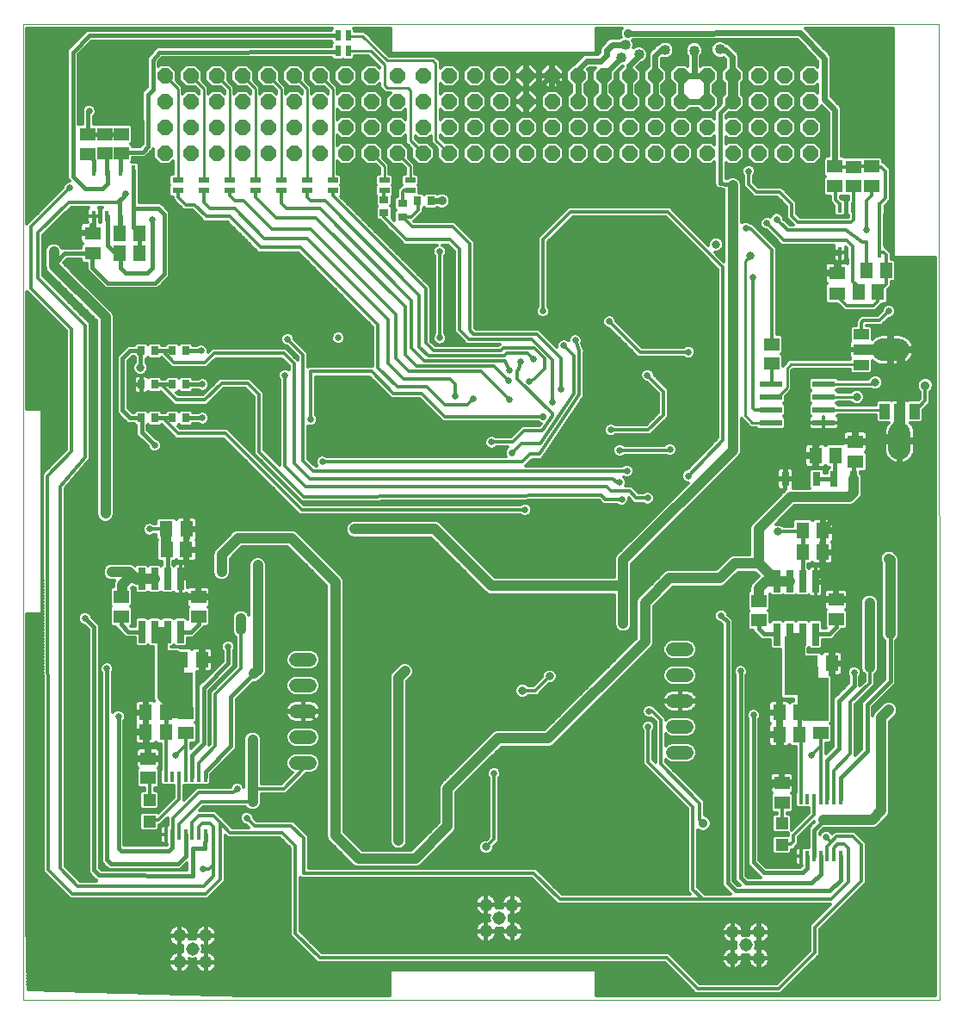
<source format=gbl>
G75*
%MOIN*%
%OFA0B0*%
%FSLAX24Y24*%
%IPPOS*%
%LPD*%
%AMOC8*
5,1,8,0,0,1.08239X$1,22.5*
%
%ADD10C,0.0000*%
%ADD11R,0.0750X0.2300*%
%ADD12R,0.0750X0.1700*%
%ADD13R,0.1000X0.1650*%
%ADD14R,0.0700X0.1700*%
%ADD15R,0.0512X0.0630*%
%ADD16R,0.0315X0.0551*%
%ADD17R,0.0630X0.0512*%
%ADD18R,0.0276X0.0591*%
%ADD19R,0.0472X0.0472*%
%ADD20R,0.0354X0.0276*%
%ADD21R,0.0591X0.0512*%
%ADD22R,0.0512X0.0591*%
%ADD23R,0.0276X0.0354*%
%ADD24R,0.0230X0.0400*%
%ADD25R,0.0400X0.0230*%
%ADD26C,0.0515*%
%ADD27OC8,0.0594*%
%ADD28R,0.0138X0.0394*%
%ADD29R,0.0256X0.0866*%
%ADD30C,0.0520*%
%ADD31R,0.0866X0.0236*%
%ADD32R,0.0394X0.0591*%
%ADD33R,0.0394X0.0787*%
%ADD34C,0.0866*%
%ADD35R,0.0591X0.0394*%
%ADD36R,0.0787X0.0394*%
%ADD37R,0.0177X0.0394*%
%ADD38C,0.0258*%
%ADD39C,0.0120*%
%ADD40C,0.0160*%
%ADD41C,0.0317*%
%ADD42C,0.0240*%
%ADD43C,0.0400*%
%ADD44C,0.0320*%
%ADD45C,0.0356*%
%ADD46C,0.0218*%
%ADD47C,0.2540*%
%ADD48C,0.0100*%
%ADD49C,0.0277*%
%ADD50C,0.0400*%
D10*
X000500Y000494D02*
X000500Y038246D01*
X035988Y038246D01*
X036008Y000494D01*
X000500Y000494D01*
D11*
X030375Y013400D03*
D12*
X030875Y012900D03*
D13*
X031200Y012125D03*
D14*
X006750Y012300D03*
D15*
X006044Y011600D03*
X006044Y010850D03*
X005256Y010850D03*
X005256Y011600D03*
X006656Y013650D03*
X007444Y013650D03*
X006844Y018700D03*
X006056Y018700D03*
X029806Y011600D03*
X030594Y011600D03*
X030594Y010750D03*
X029806Y010750D03*
X031056Y013500D03*
X031844Y013500D03*
X031494Y018650D03*
X030706Y018650D03*
X031206Y021550D03*
X031994Y021550D03*
D16*
X031260Y020650D03*
X030040Y020650D03*
D17*
X032750Y021306D03*
X032750Y022094D03*
X032039Y027829D03*
X032039Y028616D03*
X003197Y029376D03*
X003197Y030163D03*
D18*
X031926Y020650D03*
X032674Y020650D03*
D19*
X029900Y007313D03*
X029900Y006487D03*
X005400Y007387D03*
X005400Y008213D03*
D20*
X014485Y030944D03*
X014485Y031456D03*
X015200Y031306D03*
X015200Y030794D03*
D21*
X004303Y033238D03*
X003665Y033238D03*
X003008Y033222D03*
X003008Y033970D03*
X003665Y033986D03*
X004303Y033986D03*
X004300Y016074D03*
X004300Y015326D03*
X007300Y015326D03*
X007300Y016074D03*
X006800Y011574D03*
X006800Y010826D03*
X005350Y009824D03*
X005350Y009076D03*
X029000Y015176D03*
X029000Y015924D03*
X032000Y015974D03*
X032000Y015226D03*
X031400Y011574D03*
X031400Y010826D03*
X029900Y008874D03*
X029900Y008126D03*
X029500Y025100D03*
X029500Y025848D03*
X031961Y031990D03*
X032677Y031982D03*
X033366Y031986D03*
X033366Y032734D03*
X032677Y032730D03*
X031961Y032738D03*
D22*
X033181Y028703D03*
X033929Y028703D03*
X033622Y027868D03*
X032874Y027868D03*
X031474Y017800D03*
X030726Y017800D03*
X006824Y017900D03*
X006076Y017900D03*
X005008Y029376D03*
X004260Y029376D03*
X004256Y030148D03*
X005004Y030148D03*
D23*
X005094Y025600D03*
X005606Y025600D03*
X006294Y025600D03*
X006806Y025600D03*
X006806Y024300D03*
X006294Y024300D03*
X005606Y024300D03*
X005094Y024300D03*
X005094Y023000D03*
X005606Y023000D03*
X006294Y023000D03*
X006806Y023000D03*
X015794Y031400D03*
X016306Y031400D03*
D24*
X013100Y037200D03*
X012700Y037200D03*
X012700Y037800D03*
X013100Y037800D03*
D25*
X012500Y032200D03*
X012500Y031800D03*
X011500Y031800D03*
X011500Y032200D03*
X010500Y032200D03*
X010500Y031800D03*
X009500Y031800D03*
X009500Y032200D03*
X008500Y032200D03*
X008500Y031800D03*
X007500Y031800D03*
X007500Y032200D03*
X006500Y032200D03*
X006500Y031800D03*
X014500Y031800D03*
X014500Y032200D03*
X015500Y032200D03*
X015500Y031800D03*
D26*
X018438Y004162D03*
X018950Y003650D03*
X019462Y003138D03*
X019462Y004162D03*
X018438Y003138D03*
X027988Y003112D03*
X028500Y002600D03*
X027988Y002088D03*
X029012Y002088D03*
X029012Y003112D03*
X007586Y002970D03*
X007074Y002458D03*
X006563Y001946D03*
X007586Y001946D03*
X006563Y002970D03*
D27*
X007000Y033250D03*
X007000Y034250D03*
X007000Y035250D03*
X007000Y036250D03*
X006000Y036250D03*
X006000Y035250D03*
X006000Y034250D03*
X006000Y033250D03*
X008000Y033250D03*
X009000Y033250D03*
X009000Y034250D03*
X009000Y035250D03*
X008000Y035250D03*
X008000Y034250D03*
X008000Y036250D03*
X009000Y036250D03*
X010000Y036250D03*
X010000Y035250D03*
X010000Y034250D03*
X010000Y033250D03*
X011000Y033250D03*
X011000Y034250D03*
X011000Y035250D03*
X011000Y036250D03*
X012000Y036250D03*
X013000Y036250D03*
X013000Y035250D03*
X013000Y034250D03*
X012000Y034250D03*
X012000Y035250D03*
X012000Y033250D03*
X013000Y033250D03*
X014000Y033250D03*
X014000Y034250D03*
X014000Y035250D03*
X014000Y036250D03*
X015000Y036250D03*
X015000Y035250D03*
X015000Y034250D03*
X015000Y033250D03*
X016000Y033250D03*
X017000Y033250D03*
X017000Y034250D03*
X017000Y035250D03*
X016000Y035250D03*
X016000Y034250D03*
X016000Y036250D03*
X017000Y036250D03*
X018000Y036250D03*
X018000Y035250D03*
X018000Y034250D03*
X018000Y033250D03*
X019000Y033250D03*
X019000Y034250D03*
X019000Y035250D03*
X019000Y036250D03*
X020000Y036250D03*
X020000Y035250D03*
X020000Y034250D03*
X020000Y033250D03*
X021000Y033250D03*
X022000Y033250D03*
X022000Y034250D03*
X022000Y035250D03*
X021000Y035250D03*
X021000Y034250D03*
X021000Y036250D03*
X022000Y036250D03*
X023000Y036250D03*
X023000Y035250D03*
X023000Y034250D03*
X023000Y033250D03*
X024000Y033250D03*
X024000Y034250D03*
X024000Y035250D03*
X024000Y036250D03*
X025000Y036250D03*
X026000Y036250D03*
X026000Y035250D03*
X026000Y034250D03*
X025000Y034250D03*
X025000Y035250D03*
X025000Y033250D03*
X026000Y033250D03*
X027000Y033250D03*
X027000Y034250D03*
X027000Y035250D03*
X027000Y036250D03*
X028000Y036250D03*
X028000Y035250D03*
X028000Y034250D03*
X028000Y033250D03*
X029000Y033250D03*
X030000Y033250D03*
X030000Y034250D03*
X030000Y035250D03*
X029000Y035250D03*
X029000Y034250D03*
X029000Y036250D03*
X030000Y036250D03*
X031000Y036250D03*
X031000Y035250D03*
X031000Y034250D03*
X031000Y033250D03*
D28*
X030888Y008262D03*
X030632Y008262D03*
X031144Y008262D03*
X031400Y008262D03*
X031656Y008262D03*
X031912Y008262D03*
X032168Y008262D03*
X032168Y006038D03*
X031912Y006038D03*
X031656Y006038D03*
X031400Y006038D03*
X031144Y006038D03*
X030888Y006038D03*
X030632Y006038D03*
X007568Y006888D03*
X007312Y006888D03*
X007056Y006888D03*
X006800Y006888D03*
X006544Y006888D03*
X006288Y006888D03*
X006032Y006888D03*
X006032Y009112D03*
X006288Y009112D03*
X006544Y009112D03*
X006800Y009112D03*
X007056Y009112D03*
X007312Y009112D03*
X007568Y009112D03*
D29*
X006600Y014726D03*
X006100Y014726D03*
X005600Y014726D03*
X005100Y014726D03*
X005100Y016774D03*
X005600Y016774D03*
X006100Y016774D03*
X006600Y016774D03*
X029700Y016674D03*
X030200Y016674D03*
X030700Y016674D03*
X031200Y016674D03*
X031200Y014626D03*
X030700Y014626D03*
X030200Y014626D03*
X029700Y014626D03*
D30*
X026210Y014050D02*
X025690Y014050D01*
X025690Y013050D02*
X026210Y013050D01*
X026210Y012050D02*
X025690Y012050D01*
X025690Y011050D02*
X026210Y011050D01*
X026210Y010050D02*
X025690Y010050D01*
X011610Y009650D02*
X011090Y009650D01*
X011090Y010650D02*
X011610Y010650D01*
X011610Y011650D02*
X011090Y011650D01*
X011090Y012650D02*
X011610Y012650D01*
X011610Y013650D02*
X011090Y013650D01*
D31*
X029480Y022823D03*
X029480Y023323D03*
X029480Y023823D03*
X029480Y024323D03*
X031528Y024323D03*
X031528Y023823D03*
X031528Y023323D03*
X031528Y022823D03*
D32*
X033867Y023266D03*
X035047Y023266D03*
D33*
X034457Y023166D03*
D34*
X034457Y022411D02*
X034457Y021821D01*
X034413Y025644D02*
X033823Y025644D01*
D35*
X032968Y026234D03*
X032968Y025054D03*
D36*
X033068Y025644D03*
D37*
X033169Y029411D03*
X032657Y029411D03*
X032146Y029411D03*
X033681Y029411D03*
X033681Y031152D03*
X033169Y031152D03*
X032657Y031152D03*
X032146Y031152D03*
X004776Y030833D03*
X004264Y030833D03*
X003752Y030833D03*
X003240Y030833D03*
X003240Y032573D03*
X003752Y032573D03*
X004264Y032573D03*
X004776Y032573D03*
D38*
X004465Y031687D03*
X005520Y030671D03*
X002378Y030163D03*
X002319Y031904D03*
X003067Y034884D03*
X010750Y026050D03*
X010650Y024650D03*
X011650Y022950D03*
X012100Y021300D03*
X013197Y024270D03*
X012720Y026108D03*
X015772Y022533D03*
X017250Y023850D03*
X017950Y023750D03*
X017520Y022400D03*
X018654Y022069D03*
X019450Y021650D03*
X019350Y023700D03*
X019300Y024450D03*
X019344Y024852D03*
X019764Y025179D03*
X020294Y025279D03*
X020119Y024417D03*
X021008Y023605D03*
X021350Y024100D03*
X021450Y025800D03*
X021900Y026000D03*
X020646Y027149D03*
X023220Y026734D03*
X024693Y024659D03*
X026280Y025557D03*
X028791Y028451D03*
X028500Y030352D03*
X029319Y030537D03*
X029709Y030699D03*
X031323Y029557D03*
X033169Y030285D03*
X034047Y027136D03*
X028618Y032553D03*
X024728Y030585D03*
X023280Y022537D03*
X023618Y021762D03*
X023900Y020950D03*
X023600Y020500D03*
X023697Y019861D03*
X024700Y019900D03*
X026269Y020766D03*
X025563Y021785D03*
X019950Y019450D03*
X016650Y026100D03*
X016650Y029450D03*
X007400Y025600D03*
X007450Y024300D03*
X007450Y023000D03*
X005600Y021950D03*
X002750Y019850D03*
X005400Y018700D03*
X002900Y015250D03*
X003750Y013300D03*
X004200Y011450D03*
X006400Y009950D03*
X008800Y008650D03*
X009169Y007522D03*
X007472Y005553D03*
X011500Y008200D03*
X008450Y014150D03*
X018100Y011150D03*
X018750Y009250D03*
X019850Y008989D03*
X024724Y011061D03*
X024760Y011652D03*
X027550Y015350D03*
X028300Y013200D03*
X028800Y011500D03*
X029400Y009800D03*
X031050Y009950D03*
X031618Y006789D03*
X032700Y013150D03*
D39*
X032946Y013040D02*
X033099Y013040D01*
X033099Y013069D02*
X033099Y012833D01*
X032921Y012655D01*
X032921Y012989D01*
X032929Y012997D01*
X032970Y013096D01*
X032970Y013204D01*
X032929Y013303D01*
X032853Y013379D01*
X032754Y013420D01*
X032646Y013420D01*
X032547Y013379D01*
X032471Y013303D01*
X032430Y013204D01*
X032430Y013096D01*
X032471Y012997D01*
X032479Y012989D01*
X032479Y012741D01*
X032009Y012271D01*
X031879Y012141D01*
X031879Y010291D01*
X031601Y010013D01*
X031601Y010429D01*
X031754Y010429D01*
X031836Y010512D01*
X031836Y011140D01*
X031788Y011189D01*
X031841Y011242D01*
X031841Y013008D01*
X031784Y013065D01*
X031784Y013440D01*
X031904Y013440D01*
X031904Y013560D01*
X032260Y013560D01*
X032260Y013836D01*
X032249Y013877D01*
X032228Y013913D01*
X032198Y013943D01*
X032161Y013964D01*
X032121Y013975D01*
X031904Y013975D01*
X031904Y013560D01*
X031784Y013560D01*
X031784Y013975D01*
X031567Y013975D01*
X031526Y013964D01*
X031490Y013943D01*
X031460Y013913D01*
X031443Y013884D01*
X031370Y013956D01*
X030921Y013956D01*
X030921Y014087D01*
X030950Y014116D01*
X031014Y014053D01*
X031386Y014053D01*
X031469Y014135D01*
X031469Y014429D01*
X031841Y014429D01*
X031971Y014559D01*
X032221Y014809D01*
X032221Y014829D01*
X032354Y014829D01*
X032436Y014912D01*
X032436Y015540D01*
X032389Y015587D01*
X032394Y015590D01*
X032423Y015620D01*
X032444Y015656D01*
X032455Y015697D01*
X032455Y015914D01*
X032060Y015914D01*
X032060Y016034D01*
X032455Y016034D01*
X032455Y016251D01*
X032444Y016292D01*
X032423Y016328D01*
X032394Y016358D01*
X033759Y016358D01*
X033759Y016476D02*
X031488Y016476D01*
X031488Y016358D02*
X031606Y016358D01*
X031577Y016328D01*
X031556Y016292D01*
X031545Y016251D01*
X031545Y016034D01*
X031940Y016034D01*
X031940Y015914D01*
X031545Y015914D01*
X031545Y015697D01*
X031556Y015656D01*
X031577Y015620D01*
X031606Y015590D01*
X031611Y015587D01*
X031564Y015540D01*
X031564Y014912D01*
X031605Y014871D01*
X031469Y014871D01*
X031469Y015118D01*
X031386Y015200D01*
X031014Y015200D01*
X030950Y015136D01*
X030886Y015200D01*
X030514Y015200D01*
X030450Y015136D01*
X030386Y015200D01*
X030014Y015200D01*
X029950Y015136D01*
X029886Y015200D01*
X029514Y015200D01*
X029436Y015122D01*
X029436Y015490D01*
X029376Y015550D01*
X029436Y015610D01*
X029436Y016178D01*
X029514Y016100D01*
X029886Y016100D01*
X029950Y016164D01*
X030014Y016100D01*
X030386Y016100D01*
X030450Y016164D01*
X030514Y016100D01*
X030886Y016100D01*
X030938Y016152D01*
X030944Y016142D01*
X030974Y016113D01*
X031010Y016091D01*
X031051Y016081D01*
X031196Y016081D01*
X031196Y016670D01*
X031204Y016670D01*
X031204Y016678D01*
X031196Y016678D01*
X031196Y017267D01*
X031051Y017267D01*
X031010Y017256D01*
X030974Y017235D01*
X030944Y017205D01*
X030938Y017195D01*
X030921Y017213D01*
X030921Y017364D01*
X031040Y017364D01*
X031087Y017411D01*
X031090Y017406D01*
X031120Y017377D01*
X031156Y017356D01*
X031197Y017345D01*
X031414Y017345D01*
X031414Y017740D01*
X031534Y017740D01*
X031534Y017345D01*
X031751Y017345D01*
X031792Y017356D01*
X031828Y017377D01*
X031858Y017406D01*
X031879Y017443D01*
X031890Y017484D01*
X031890Y017740D01*
X031534Y017740D01*
X031534Y017860D01*
X031414Y017860D01*
X031414Y018175D01*
X031434Y018175D01*
X031434Y018590D01*
X031554Y018590D01*
X031554Y018710D01*
X031910Y018710D01*
X031910Y018986D01*
X031899Y019027D01*
X031878Y019063D01*
X031848Y019093D01*
X031811Y019114D01*
X031771Y019125D01*
X031554Y019125D01*
X031554Y018710D01*
X031434Y018710D01*
X031434Y019125D01*
X031217Y019125D01*
X031176Y019114D01*
X031140Y019093D01*
X031110Y019063D01*
X031093Y019034D01*
X031020Y019106D01*
X030392Y019106D01*
X030310Y019023D01*
X030310Y018801D01*
X029972Y018801D01*
X029919Y018854D01*
X029810Y018899D01*
X029690Y018899D01*
X029674Y018892D01*
X030391Y019609D01*
X032568Y019609D01*
X032693Y019661D01*
X032789Y019757D01*
X032963Y019931D01*
X033015Y020056D01*
X033015Y020718D01*
X032963Y020843D01*
X032953Y020853D01*
X032953Y020910D01*
X033123Y020910D01*
X033206Y020992D01*
X033206Y021620D01*
X033134Y021693D01*
X033163Y021710D01*
X033193Y021740D01*
X033214Y021776D01*
X033225Y021817D01*
X033225Y022034D01*
X032810Y022034D01*
X032810Y022154D01*
X032690Y022154D01*
X032690Y022510D01*
X032414Y022510D01*
X032373Y022499D01*
X032337Y022478D01*
X032307Y022448D01*
X032286Y022411D01*
X032275Y022371D01*
X032275Y022154D01*
X032690Y022154D01*
X032690Y022034D01*
X032275Y022034D01*
X032275Y022006D01*
X031680Y022006D01*
X031607Y021934D01*
X031590Y021963D01*
X031560Y021993D01*
X031524Y022014D01*
X031483Y022025D01*
X031266Y022025D01*
X031266Y021610D01*
X031146Y021610D01*
X031146Y021490D01*
X030790Y021490D01*
X030790Y021214D01*
X030801Y021173D01*
X030822Y021137D01*
X030852Y021107D01*
X030889Y021086D01*
X030929Y021075D01*
X031146Y021075D01*
X031146Y021490D01*
X031266Y021490D01*
X031266Y021075D01*
X031483Y021075D01*
X031524Y021086D01*
X031560Y021107D01*
X031590Y021137D01*
X031607Y021166D01*
X031680Y021094D01*
X031729Y021094D01*
X031729Y021085D01*
X031647Y021004D01*
X031647Y020871D01*
X031558Y020871D01*
X031558Y020984D01*
X031476Y021066D01*
X031044Y021066D01*
X030962Y020984D01*
X030962Y020316D01*
X030987Y020291D01*
X030334Y020291D01*
X030346Y020313D01*
X030357Y020353D01*
X030357Y020631D01*
X030059Y020631D01*
X030059Y020669D01*
X030357Y020669D01*
X030357Y020947D01*
X030346Y020987D01*
X030325Y021024D01*
X030295Y021054D01*
X030259Y021075D01*
X030218Y021086D01*
X030059Y021086D01*
X030059Y020669D01*
X030021Y020669D01*
X030021Y021086D01*
X029861Y021086D01*
X029821Y021075D01*
X029784Y021054D01*
X029754Y021024D01*
X029733Y020987D01*
X029722Y020947D01*
X029722Y020669D01*
X030021Y020669D01*
X030021Y020631D01*
X030059Y020631D01*
X030059Y020239D01*
X030057Y020239D01*
X028807Y018989D01*
X028711Y018893D01*
X028659Y018768D01*
X028659Y017714D01*
X028006Y017714D01*
X027881Y017662D01*
X027359Y017141D01*
X025482Y017141D01*
X025357Y017089D01*
X024407Y016139D01*
X024311Y016043D01*
X024259Y015918D01*
X024259Y014491D01*
X020709Y010941D01*
X018832Y010941D01*
X018707Y010889D01*
X016757Y008939D01*
X016661Y008843D01*
X016609Y008718D01*
X016609Y007341D01*
X015559Y006291D01*
X013641Y006291D01*
X012941Y006991D01*
X012941Y016718D01*
X012889Y016843D01*
X011189Y018543D01*
X011093Y018639D01*
X010968Y018691D01*
X008782Y018691D01*
X008657Y018639D01*
X008007Y017989D01*
X007911Y017893D01*
X007859Y017768D01*
X007859Y016982D01*
X007911Y016857D01*
X008007Y016761D01*
X008132Y016709D01*
X008268Y016709D01*
X008393Y016761D01*
X008489Y016857D01*
X008541Y016982D01*
X008541Y017559D01*
X008991Y018009D01*
X010759Y018009D01*
X012259Y016509D01*
X012259Y006782D01*
X012311Y006657D01*
X012407Y006561D01*
X013307Y005661D01*
X013432Y005609D01*
X015768Y005609D01*
X015893Y005661D01*
X015989Y005757D01*
X017239Y007007D01*
X017291Y007132D01*
X017291Y008509D01*
X019041Y010259D01*
X020918Y010259D01*
X021043Y010311D01*
X021139Y010407D01*
X024889Y014157D01*
X024941Y014282D01*
X024941Y015709D01*
X025691Y016459D01*
X027568Y016459D01*
X027693Y016511D01*
X027789Y016607D01*
X028215Y017033D01*
X028859Y017033D01*
X029005Y016887D01*
X028807Y016689D01*
X028711Y016593D01*
X028659Y016468D01*
X028659Y016321D01*
X028646Y016321D01*
X028564Y016238D01*
X028564Y015610D01*
X028624Y015550D01*
X028564Y015490D01*
X028564Y014862D01*
X028646Y014779D01*
X028779Y014779D01*
X028779Y014759D01*
X028979Y014559D01*
X029109Y014429D01*
X029431Y014429D01*
X029431Y014135D01*
X029514Y014053D01*
X029859Y014053D01*
X029859Y012192D01*
X029942Y012109D01*
X030359Y012109D01*
X030359Y012056D01*
X030280Y012056D01*
X030207Y011984D01*
X030190Y012013D01*
X030160Y012043D01*
X030124Y012064D01*
X030083Y012075D01*
X029866Y012075D01*
X029866Y011660D01*
X029746Y011660D01*
X029746Y011540D01*
X029390Y011540D01*
X029390Y011264D01*
X029401Y011223D01*
X029422Y011187D01*
X029434Y011175D01*
X029422Y011163D01*
X029401Y011127D01*
X029390Y011086D01*
X029390Y010810D01*
X029746Y010810D01*
X029746Y010690D01*
X029390Y010690D01*
X029390Y010414D01*
X029401Y010373D01*
X029422Y010337D01*
X029452Y010307D01*
X029489Y010286D01*
X029529Y010275D01*
X029746Y010275D01*
X029746Y010690D01*
X029866Y010690D01*
X029866Y010275D01*
X030083Y010275D01*
X030124Y010286D01*
X030160Y010307D01*
X030190Y010337D01*
X030207Y010366D01*
X030280Y010294D01*
X030432Y010294D01*
X030432Y008526D01*
X030423Y008517D01*
X030423Y008007D01*
X030505Y007925D01*
X030759Y007925D01*
X030760Y007925D01*
X030761Y007925D01*
X030943Y007925D01*
X030943Y007727D01*
X030277Y007061D01*
X030277Y007608D01*
X030195Y007690D01*
X030101Y007690D01*
X030101Y007729D01*
X030254Y007729D01*
X030336Y007812D01*
X030336Y008440D01*
X030289Y008487D01*
X030294Y008490D01*
X030323Y008520D01*
X030344Y008556D01*
X030355Y008597D01*
X030355Y008814D01*
X029960Y008814D01*
X029960Y008934D01*
X030355Y008934D01*
X030355Y009151D01*
X030344Y009192D01*
X030323Y009228D01*
X030294Y009258D01*
X030257Y009279D01*
X030216Y009290D01*
X029960Y009290D01*
X029960Y008934D01*
X029840Y008934D01*
X029840Y008814D01*
X029445Y008814D01*
X029445Y008597D01*
X029456Y008556D01*
X029477Y008520D01*
X029506Y008490D01*
X029511Y008487D01*
X029464Y008440D01*
X029464Y007812D01*
X029546Y007729D01*
X029699Y007729D01*
X029699Y007690D01*
X029605Y007690D01*
X029523Y007608D01*
X029523Y007019D01*
X029605Y006936D01*
X030153Y006936D01*
X030149Y006933D01*
X030149Y006864D01*
X029605Y006864D01*
X029523Y006781D01*
X029523Y006192D01*
X029605Y006110D01*
X030195Y006110D01*
X030277Y006192D01*
X030277Y006299D01*
X030333Y006299D01*
X030433Y006399D01*
X030551Y006517D01*
X030551Y006767D01*
X031161Y007377D01*
X031162Y007375D01*
X031059Y007271D01*
X030929Y007141D01*
X030929Y006375D01*
X030777Y006375D01*
X030763Y006384D01*
X030722Y006395D01*
X030632Y006395D01*
X030542Y006395D01*
X030502Y006384D01*
X030465Y006363D01*
X030435Y006333D01*
X030414Y006296D01*
X030403Y006256D01*
X030403Y006038D01*
X030632Y006038D01*
X030632Y006038D01*
X030632Y006395D01*
X030632Y006038D01*
X030632Y006038D01*
X030403Y006038D01*
X030403Y005820D01*
X030414Y005779D01*
X030435Y005743D01*
X030465Y005713D01*
X030502Y005692D01*
X030542Y005681D01*
X030632Y005681D01*
X030632Y006038D01*
X030388Y006038D01*
X030250Y005900D01*
X029750Y005900D01*
X029300Y006350D01*
X029300Y008500D01*
X029900Y009100D01*
X029900Y009750D01*
X029850Y009800D01*
X029400Y009800D01*
X029021Y009840D02*
X030432Y009840D01*
X030432Y009722D02*
X029021Y009722D01*
X029021Y009603D02*
X030432Y009603D01*
X030432Y009485D02*
X029021Y009485D01*
X029021Y009366D02*
X030432Y009366D01*
X030432Y009248D02*
X030304Y009248D01*
X030355Y009129D02*
X030432Y009129D01*
X030432Y009011D02*
X030355Y009011D01*
X030432Y008892D02*
X029960Y008892D01*
X029900Y008874D02*
X029900Y009100D01*
X029840Y009129D02*
X029960Y009129D01*
X029960Y009011D02*
X029840Y009011D01*
X029840Y008934D02*
X029840Y009290D01*
X029584Y009290D01*
X029543Y009279D01*
X029506Y009258D01*
X029477Y009228D01*
X029456Y009192D01*
X029445Y009151D01*
X029445Y008934D01*
X029840Y008934D01*
X029840Y008892D02*
X029021Y008892D01*
X029021Y008774D02*
X029445Y008774D01*
X029445Y008655D02*
X029021Y008655D01*
X029021Y008537D02*
X029467Y008537D01*
X029464Y008418D02*
X029021Y008418D01*
X029021Y008300D02*
X029464Y008300D01*
X029464Y008181D02*
X029021Y008181D01*
X029021Y008063D02*
X029464Y008063D01*
X029464Y007944D02*
X029021Y007944D01*
X029021Y007826D02*
X029464Y007826D01*
X029523Y007589D02*
X029021Y007589D01*
X029021Y007707D02*
X029699Y007707D01*
X029523Y007470D02*
X029021Y007470D01*
X029021Y007352D02*
X029523Y007352D01*
X029523Y007233D02*
X029021Y007233D01*
X029021Y007115D02*
X029523Y007115D01*
X029546Y006996D02*
X029021Y006996D01*
X029021Y006878D02*
X030149Y006878D01*
X030350Y006850D02*
X030350Y006600D01*
X030250Y006500D01*
X029913Y006500D01*
X029900Y006487D01*
X029523Y006522D02*
X029021Y006522D01*
X029021Y006404D02*
X029523Y006404D01*
X029523Y006285D02*
X029021Y006285D01*
X029021Y006167D02*
X029549Y006167D01*
X029523Y006641D02*
X029021Y006641D01*
X029021Y006759D02*
X029523Y006759D01*
X029900Y007313D02*
X029900Y008126D01*
X030336Y008181D02*
X030423Y008181D01*
X030423Y008063D02*
X030336Y008063D01*
X030336Y007944D02*
X030486Y007944D01*
X030336Y007826D02*
X030943Y007826D01*
X030923Y007707D02*
X030101Y007707D01*
X030277Y007589D02*
X030805Y007589D01*
X030686Y007470D02*
X030277Y007470D01*
X030277Y007352D02*
X030568Y007352D01*
X030449Y007233D02*
X030277Y007233D01*
X030277Y007115D02*
X030331Y007115D01*
X030350Y006850D02*
X031144Y007644D01*
X031144Y008262D01*
X031400Y008262D02*
X031400Y010300D01*
X031050Y009950D01*
X031400Y010300D02*
X031400Y010826D01*
X031836Y010788D02*
X031879Y010788D01*
X031879Y010670D02*
X031836Y010670D01*
X031836Y010551D02*
X031879Y010551D01*
X031879Y010433D02*
X031757Y010433D01*
X031879Y010314D02*
X031601Y010314D01*
X031601Y010196D02*
X031783Y010196D01*
X031665Y010077D02*
X031601Y010077D01*
X031912Y009362D02*
X032550Y010000D01*
X032550Y012000D01*
X033300Y012750D01*
X033300Y013350D01*
X033641Y013395D02*
X033879Y013395D01*
X033879Y013277D02*
X033638Y013277D01*
X033641Y013282D02*
X033641Y015918D01*
X033589Y016043D01*
X033493Y016139D01*
X033368Y016191D01*
X033232Y016191D01*
X033107Y016139D01*
X033011Y016043D01*
X032959Y015918D01*
X032959Y013282D01*
X033011Y013157D01*
X033099Y013069D01*
X033011Y013158D02*
X032970Y013158D01*
X032962Y013277D02*
X032939Y013277D01*
X032959Y013395D02*
X032813Y013395D01*
X032959Y013514D02*
X031904Y013514D01*
X031844Y013500D02*
X032368Y013500D01*
X032606Y013738D01*
X032606Y018494D01*
X034028Y019915D01*
X033004Y020031D02*
X035838Y020031D01*
X035838Y019913D02*
X032944Y019913D01*
X032826Y019794D02*
X035838Y019794D01*
X035838Y019676D02*
X032707Y019676D01*
X033015Y020150D02*
X035838Y020150D01*
X035838Y020268D02*
X033015Y020268D01*
X033015Y020387D02*
X035838Y020387D01*
X035837Y020505D02*
X033015Y020505D01*
X033015Y020624D02*
X035837Y020624D01*
X035837Y020742D02*
X033005Y020742D01*
X032953Y020861D02*
X035837Y020861D01*
X035837Y020979D02*
X033193Y020979D01*
X033206Y021098D02*
X035837Y021098D01*
X035837Y021216D02*
X033206Y021216D01*
X033206Y021335D02*
X034117Y021335D01*
X034146Y021314D02*
X034229Y021271D01*
X034318Y021242D01*
X034397Y021230D01*
X034397Y022056D01*
X034517Y022056D01*
X034517Y022176D01*
X035050Y022176D01*
X035050Y022458D01*
X035035Y022550D01*
X035006Y022639D01*
X034964Y022722D01*
X034909Y022798D01*
X034877Y022830D01*
X035302Y022830D01*
X035384Y022913D01*
X035384Y023320D01*
X035650Y023585D01*
X035650Y024012D01*
X035719Y024081D01*
X035768Y024198D01*
X035768Y024325D01*
X035719Y024442D01*
X035629Y024532D01*
X035512Y024581D01*
X035385Y024581D01*
X035268Y024532D01*
X035179Y024442D01*
X035130Y024325D01*
X035130Y024198D01*
X035179Y024081D01*
X035248Y024012D01*
X035248Y023751D01*
X035199Y023702D01*
X034792Y023702D01*
X034765Y023675D01*
X034752Y023688D01*
X034715Y023709D01*
X034675Y023720D01*
X034495Y023720D01*
X034495Y023205D01*
X034418Y023205D01*
X034418Y023720D01*
X034239Y023720D01*
X034198Y023709D01*
X034162Y023688D01*
X034149Y023675D01*
X034122Y023702D01*
X033611Y023702D01*
X033529Y023620D01*
X033529Y023514D01*
X032087Y023514D01*
X032028Y023573D01*
X032087Y023632D01*
X032561Y023632D01*
X032630Y023563D01*
X032740Y023518D01*
X032859Y023518D01*
X032969Y023563D01*
X033053Y023647D01*
X033098Y023757D01*
X033098Y023876D01*
X033053Y023986D01*
X032969Y024071D01*
X032859Y024116D01*
X032740Y024116D01*
X032630Y024071D01*
X032573Y024014D01*
X032087Y024014D01*
X032028Y024073D01*
X032087Y024132D01*
X033348Y024132D01*
X033354Y024126D01*
X033464Y024081D01*
X033583Y024081D01*
X033693Y024126D01*
X033777Y024210D01*
X033823Y024320D01*
X033823Y024439D01*
X033777Y024549D01*
X033693Y024634D01*
X033583Y024679D01*
X033464Y024679D01*
X033354Y024634D01*
X033270Y024549D01*
X033255Y024514D01*
X032087Y024514D01*
X032019Y024582D01*
X031036Y024582D01*
X030954Y024499D01*
X030954Y024146D01*
X031027Y024073D01*
X030954Y023999D01*
X030954Y023646D01*
X031027Y023573D01*
X030954Y023499D01*
X030954Y023146D01*
X031018Y023082D01*
X030996Y023069D01*
X030966Y023039D01*
X030945Y023003D01*
X030934Y022962D01*
X030934Y022823D01*
X031528Y022823D01*
X032121Y022823D01*
X032121Y022962D01*
X032110Y023003D01*
X032089Y023039D01*
X032059Y023069D01*
X032037Y023082D01*
X032087Y023132D01*
X033529Y023132D01*
X033529Y022913D01*
X033611Y022830D01*
X034037Y022830D01*
X034004Y022798D01*
X033949Y022722D01*
X033907Y022639D01*
X033878Y022550D01*
X033864Y022458D01*
X033864Y022176D01*
X034397Y022176D01*
X034397Y022612D01*
X034418Y022612D01*
X034418Y023128D01*
X034495Y023128D01*
X034495Y022612D01*
X034517Y022612D01*
X034517Y022176D01*
X034397Y022176D01*
X034397Y022056D01*
X033864Y022056D01*
X033864Y021774D01*
X033878Y021682D01*
X033907Y021593D01*
X033949Y021510D01*
X034004Y021435D01*
X034070Y021368D01*
X034146Y021314D01*
X033991Y021453D02*
X033206Y021453D01*
X033206Y021572D02*
X033918Y021572D01*
X033877Y021690D02*
X033136Y021690D01*
X033223Y021809D02*
X033864Y021809D01*
X033864Y021927D02*
X033225Y021927D01*
X033225Y022154D02*
X033225Y022371D01*
X033214Y022411D01*
X033193Y022448D01*
X033163Y022478D01*
X033127Y022499D01*
X033086Y022510D01*
X032810Y022510D01*
X032810Y022154D01*
X033225Y022154D01*
X033225Y022164D02*
X034397Y022164D01*
X034397Y022046D02*
X034517Y022046D01*
X034517Y022056D02*
X034517Y021230D01*
X034596Y021242D01*
X034684Y021271D01*
X034768Y021314D01*
X034843Y021368D01*
X034909Y021435D01*
X034964Y021510D01*
X035006Y021593D01*
X035035Y021682D01*
X035050Y021774D01*
X035050Y022056D01*
X034517Y022056D01*
X034517Y022164D02*
X035837Y022164D01*
X035837Y022046D02*
X035050Y022046D01*
X035050Y021927D02*
X035837Y021927D01*
X035837Y021809D02*
X035050Y021809D01*
X035036Y021690D02*
X035837Y021690D01*
X035837Y021572D02*
X034995Y021572D01*
X034923Y021453D02*
X035837Y021453D01*
X035837Y021335D02*
X034796Y021335D01*
X034517Y021335D02*
X034397Y021335D01*
X034397Y021453D02*
X034517Y021453D01*
X034517Y021572D02*
X034397Y021572D01*
X034397Y021690D02*
X034517Y021690D01*
X034517Y021809D02*
X034397Y021809D01*
X034397Y021927D02*
X034517Y021927D01*
X034517Y022283D02*
X034397Y022283D01*
X034397Y022401D02*
X034517Y022401D01*
X034517Y022520D02*
X034397Y022520D01*
X034418Y022638D02*
X034495Y022638D01*
X034495Y022757D02*
X034418Y022757D01*
X034418Y022875D02*
X034495Y022875D01*
X034495Y022994D02*
X034418Y022994D01*
X034418Y023112D02*
X034495Y023112D01*
X034495Y023231D02*
X034418Y023231D01*
X034418Y023349D02*
X034495Y023349D01*
X034495Y023468D02*
X034418Y023468D01*
X034418Y023586D02*
X034495Y023586D01*
X034495Y023705D02*
X034418Y023705D01*
X034191Y023705D02*
X033076Y023705D01*
X033098Y023823D02*
X035248Y023823D01*
X035248Y023942D02*
X033071Y023942D01*
X032979Y024060D02*
X035200Y024060D01*
X035138Y024179D02*
X033745Y024179D01*
X033813Y024297D02*
X035130Y024297D01*
X035167Y024416D02*
X033823Y024416D01*
X033784Y024534D02*
X035273Y024534D01*
X035449Y024262D02*
X035449Y023668D01*
X035047Y023266D01*
X035384Y023231D02*
X035836Y023231D01*
X035836Y023349D02*
X035414Y023349D01*
X035532Y023468D02*
X035836Y023468D01*
X035836Y023586D02*
X035650Y023586D01*
X035650Y023705D02*
X035836Y023705D01*
X035836Y023823D02*
X035650Y023823D01*
X035650Y023942D02*
X035836Y023942D01*
X035836Y024060D02*
X035698Y024060D01*
X035759Y024179D02*
X035836Y024179D01*
X035835Y024297D02*
X035768Y024297D01*
X035730Y024416D02*
X035835Y024416D01*
X035835Y024534D02*
X035625Y024534D01*
X035835Y024653D02*
X033647Y024653D01*
X033400Y024653D02*
X030289Y024653D01*
X030289Y024771D02*
X032559Y024771D01*
X032532Y024798D02*
X032615Y024716D01*
X033322Y024716D01*
X033404Y024798D01*
X033404Y025224D01*
X033436Y025191D01*
X033512Y025136D01*
X033595Y025094D01*
X033684Y025065D01*
X033776Y025051D01*
X034058Y025051D01*
X034058Y025584D01*
X033622Y025584D01*
X033622Y025605D01*
X033107Y025605D01*
X033107Y025682D01*
X033622Y025682D01*
X033622Y025704D01*
X034058Y025704D01*
X034058Y026237D01*
X033776Y026237D01*
X033684Y026222D01*
X033595Y026193D01*
X033404Y026193D01*
X033436Y026096D02*
X033512Y026151D01*
X033595Y026193D01*
X033436Y026096D02*
X033404Y026064D01*
X033404Y026489D01*
X033322Y026571D01*
X033169Y026571D01*
X033169Y026573D01*
X033768Y026573D01*
X034061Y026866D01*
X034101Y026866D01*
X034200Y026907D01*
X034276Y026983D01*
X034317Y027082D01*
X034317Y027189D01*
X034276Y027289D01*
X034200Y027364D01*
X034101Y027405D01*
X033994Y027405D01*
X033895Y027364D01*
X033819Y027289D01*
X033778Y027189D01*
X033778Y027150D01*
X033602Y026974D01*
X032976Y026974D01*
X032858Y026857D01*
X032767Y026766D01*
X032767Y026571D01*
X032615Y026571D01*
X032532Y026489D01*
X032532Y025979D01*
X032559Y025952D01*
X032546Y025939D01*
X032525Y025902D01*
X032514Y025862D01*
X032514Y025682D01*
X033030Y025682D01*
X033030Y025605D01*
X032514Y025605D01*
X032514Y025426D01*
X032525Y025385D01*
X032546Y025349D01*
X032559Y025336D01*
X032532Y025309D01*
X032532Y025267D01*
X030173Y025267D01*
X030061Y025156D01*
X029936Y025030D01*
X029936Y025415D01*
X029876Y025474D01*
X029936Y025534D01*
X029936Y026163D01*
X029854Y026245D01*
X029701Y026245D01*
X029701Y029593D01*
X029583Y029711D01*
X028884Y030410D01*
X028848Y030447D01*
X028848Y030453D01*
X028791Y030507D01*
X028737Y030563D01*
X028731Y030563D01*
X028727Y030567D01*
X028668Y030565D01*
X028653Y030581D01*
X028554Y030622D01*
X028446Y030622D01*
X028347Y030581D01*
X028341Y030574D01*
X028341Y031542D01*
X028341Y031544D01*
X028341Y031610D01*
X028341Y031676D01*
X028340Y031678D01*
X028336Y032077D01*
X028283Y032202D01*
X028186Y032297D01*
X028060Y032347D01*
X027925Y032346D01*
X027800Y032293D01*
X027779Y032271D01*
X027733Y032280D01*
X027733Y032899D01*
X027819Y032812D01*
X028181Y032812D01*
X028438Y033069D01*
X028438Y033431D01*
X028181Y033688D01*
X027819Y033688D01*
X027733Y033601D01*
X027733Y033899D01*
X027819Y033812D01*
X028181Y033812D01*
X028438Y034069D01*
X028438Y034431D01*
X028181Y034688D01*
X027819Y034688D01*
X027733Y034601D01*
X027733Y034714D01*
X027831Y034812D01*
X028181Y034812D01*
X028438Y035069D01*
X028438Y035431D01*
X028349Y035520D01*
X028349Y035980D01*
X028438Y036069D01*
X028438Y036431D01*
X028245Y036624D01*
X028245Y037038D01*
X028205Y037134D01*
X027941Y037398D01*
X027868Y037471D01*
X027772Y037511D01*
X027745Y037511D01*
X027693Y037562D01*
X027568Y037614D01*
X027432Y037614D01*
X027307Y037562D01*
X027211Y037467D01*
X027159Y037341D01*
X027159Y037206D01*
X027211Y037081D01*
X027307Y036985D01*
X027432Y036933D01*
X027568Y036933D01*
X027639Y036963D01*
X027724Y036878D01*
X027724Y036592D01*
X027562Y036431D01*
X027562Y036069D01*
X027667Y035964D01*
X027667Y035536D01*
X027562Y035431D01*
X027562Y035168D01*
X027420Y035026D01*
X027291Y034897D01*
X027291Y034578D01*
X027181Y034688D01*
X026819Y034688D01*
X026562Y034431D01*
X026562Y034069D01*
X026819Y033812D01*
X027181Y033812D01*
X027291Y033922D01*
X027291Y033578D01*
X027181Y033688D01*
X026819Y033688D01*
X026562Y033431D01*
X026562Y033069D01*
X026819Y032812D01*
X027181Y032812D01*
X027291Y032922D01*
X027291Y032117D01*
X027278Y032047D01*
X027291Y032028D01*
X027291Y032005D01*
X027341Y031955D01*
X027381Y031896D01*
X027404Y031892D01*
X027420Y031876D01*
X027491Y031876D01*
X027657Y031845D01*
X027659Y031607D01*
X027659Y029065D01*
X027303Y029425D01*
X027410Y029425D01*
X027519Y029471D01*
X027604Y029555D01*
X027649Y029665D01*
X027649Y029784D01*
X027604Y029894D01*
X027519Y029978D01*
X027410Y030024D01*
X027290Y030024D01*
X027181Y029978D01*
X027096Y029894D01*
X027051Y029784D01*
X027051Y029681D01*
X025693Y031057D01*
X025693Y031058D01*
X025634Y031116D01*
X025577Y031175D01*
X025576Y031175D01*
X025575Y031175D01*
X025493Y031175D01*
X025410Y031176D01*
X025410Y031175D01*
X021633Y031175D01*
X020566Y030108D01*
X020449Y029991D01*
X020449Y027333D01*
X020418Y027302D01*
X020376Y027202D01*
X020376Y027095D01*
X020418Y026996D01*
X020493Y026920D01*
X020592Y026879D01*
X020700Y026879D01*
X020799Y026920D01*
X020875Y026996D01*
X020916Y027095D01*
X020916Y027202D01*
X020875Y027302D01*
X020850Y027326D01*
X020850Y029824D01*
X021800Y030774D01*
X025408Y030774D01*
X027398Y028758D01*
X027405Y025100D01*
X027406Y025017D01*
X027406Y024934D01*
X027418Y022243D01*
X026250Y021036D01*
X026215Y021036D01*
X026116Y020995D01*
X026040Y020919D01*
X025999Y020820D01*
X025999Y020713D01*
X026040Y020613D01*
X026116Y020538D01*
X026215Y020497D01*
X026265Y020497D01*
X023557Y017789D01*
X023461Y017693D01*
X023409Y017568D01*
X023409Y016841D01*
X018791Y016841D01*
X016739Y018893D01*
X016643Y018989D01*
X016518Y019041D01*
X013282Y019041D01*
X013157Y018989D01*
X013061Y018893D01*
X013009Y018768D01*
X013009Y018632D01*
X013061Y018507D01*
X013157Y018411D01*
X013282Y018359D01*
X016309Y018359D01*
X018457Y016211D01*
X018582Y016159D01*
X023409Y016159D01*
X023409Y014982D01*
X023461Y014857D01*
X023557Y014761D01*
X023682Y014709D01*
X023818Y014709D01*
X023943Y014761D01*
X024039Y014857D01*
X024091Y014982D01*
X024091Y017359D01*
X028193Y021461D01*
X028289Y021557D01*
X028341Y021682D01*
X028341Y022990D01*
X028567Y022748D01*
X028567Y022744D01*
X028621Y022690D01*
X028673Y022635D01*
X028676Y022635D01*
X028679Y022632D01*
X028755Y022632D01*
X028830Y022630D01*
X028833Y022632D01*
X028921Y022632D01*
X028989Y022564D01*
X029972Y022564D01*
X030054Y022646D01*
X030054Y022999D01*
X029980Y023073D01*
X030054Y023146D01*
X030054Y023499D01*
X029980Y023573D01*
X030054Y023646D01*
X030054Y023865D01*
X030177Y023988D01*
X030289Y024100D01*
X030289Y024844D01*
X030331Y024886D01*
X032532Y024886D01*
X032532Y024798D01*
X032066Y024534D02*
X033264Y024534D01*
X033377Y024771D02*
X035835Y024771D01*
X035835Y024890D02*
X033404Y024890D01*
X033404Y025008D02*
X035835Y025008D01*
X035835Y025127D02*
X034705Y025127D01*
X034724Y025136D02*
X034800Y025191D01*
X034866Y025257D01*
X034921Y025333D01*
X034963Y025416D01*
X034992Y025505D01*
X035004Y025584D01*
X034178Y025584D01*
X034178Y025704D01*
X034058Y025704D01*
X034058Y025584D01*
X034178Y025584D01*
X034178Y025051D01*
X034460Y025051D01*
X034552Y025065D01*
X034641Y025094D01*
X034724Y025136D01*
X034853Y025245D02*
X035835Y025245D01*
X035835Y025364D02*
X034936Y025364D01*
X034984Y025482D02*
X035835Y025482D01*
X035835Y025601D02*
X034178Y025601D01*
X034178Y025704D02*
X035004Y025704D01*
X034992Y025783D01*
X034963Y025871D01*
X034921Y025955D01*
X034866Y026030D01*
X034800Y026096D01*
X034724Y026151D01*
X034641Y026193D01*
X034552Y026222D01*
X034460Y026237D01*
X034178Y026237D01*
X034178Y025704D01*
X034178Y025719D02*
X034058Y025719D01*
X034058Y025601D02*
X033622Y025601D01*
X033531Y025127D02*
X033404Y025127D01*
X034058Y025127D02*
X034178Y025127D01*
X034178Y025245D02*
X034058Y025245D01*
X034058Y025364D02*
X034178Y025364D01*
X034178Y025482D02*
X034058Y025482D01*
X034058Y025838D02*
X034178Y025838D01*
X034178Y025956D02*
X034058Y025956D01*
X034058Y026075D02*
X034178Y026075D01*
X034178Y026193D02*
X034058Y026193D01*
X033862Y026667D02*
X035834Y026667D01*
X035834Y026549D02*
X033345Y026549D01*
X033404Y026430D02*
X035834Y026430D01*
X035834Y026312D02*
X033404Y026312D01*
X033404Y026075D02*
X033415Y026075D01*
X032968Y026234D02*
X032968Y026683D01*
X033059Y026774D01*
X033685Y026774D01*
X034047Y027136D01*
X034317Y027141D02*
X035834Y027141D01*
X035834Y027023D02*
X034292Y027023D01*
X034192Y026904D02*
X035834Y026904D01*
X035834Y026786D02*
X033981Y026786D01*
X033650Y027023D02*
X029701Y027023D01*
X029701Y027141D02*
X033769Y027141D01*
X033807Y027260D02*
X033636Y027260D01*
X033693Y027317D02*
X033540Y027163D01*
X032322Y027163D01*
X032205Y027281D01*
X032054Y027432D01*
X031666Y027432D01*
X031584Y027515D01*
X031584Y028143D01*
X031656Y028215D01*
X031626Y028232D01*
X031596Y028262D01*
X031575Y028298D01*
X031564Y028339D01*
X031564Y028556D01*
X031979Y028556D01*
X031979Y028676D01*
X031564Y028676D01*
X031564Y028893D01*
X031575Y028934D01*
X031596Y028970D01*
X031626Y029000D01*
X031663Y029021D01*
X031703Y029032D01*
X031979Y029032D01*
X031979Y028676D01*
X032099Y028676D01*
X032099Y029032D01*
X032375Y029032D01*
X032416Y029021D01*
X032453Y029000D01*
X032461Y028992D01*
X032461Y029124D01*
X032428Y029156D01*
X032428Y029576D01*
X032394Y029607D01*
X032394Y029411D01*
X032146Y029411D01*
X032146Y029411D01*
X032146Y029055D01*
X032255Y029055D01*
X032296Y029065D01*
X032332Y029087D01*
X032362Y029116D01*
X032383Y029153D01*
X032394Y029194D01*
X032394Y029411D01*
X032146Y029411D01*
X032146Y029411D01*
X032146Y029055D01*
X032036Y029055D01*
X031995Y029065D01*
X031959Y029087D01*
X031929Y029116D01*
X031908Y029153D01*
X031897Y029194D01*
X031897Y029411D01*
X032146Y029411D01*
X032146Y028722D01*
X032039Y028616D01*
X031979Y028563D02*
X029701Y028563D01*
X029701Y028445D02*
X031564Y028445D01*
X031568Y028326D02*
X029701Y028326D01*
X029701Y028208D02*
X031648Y028208D01*
X031584Y028089D02*
X029701Y028089D01*
X029701Y027971D02*
X031584Y027971D01*
X031584Y027852D02*
X029701Y027852D01*
X029701Y027734D02*
X031584Y027734D01*
X031584Y027615D02*
X029701Y027615D01*
X029701Y027497D02*
X031602Y027497D01*
X032039Y027730D02*
X032406Y027364D01*
X033457Y027364D01*
X033610Y027518D01*
X033610Y027856D01*
X033622Y027868D01*
X033929Y028175D01*
X033929Y028703D01*
X033937Y028711D01*
X033937Y029313D01*
X033839Y029411D01*
X033681Y029411D01*
X033681Y031152D01*
X033681Y031278D01*
X033925Y031522D01*
X033925Y032561D01*
X033760Y032726D01*
X033374Y032726D01*
X033366Y032734D01*
X032681Y032734D01*
X032677Y032730D01*
X031969Y032730D01*
X031961Y032738D01*
X031525Y032711D02*
X028842Y032711D01*
X028847Y032706D02*
X028771Y032782D01*
X028672Y032823D01*
X028564Y032823D01*
X028465Y032782D01*
X028390Y032706D01*
X028349Y032607D01*
X028349Y032500D01*
X028390Y032400D01*
X028417Y032373D01*
X028417Y031954D01*
X028535Y031837D01*
X028815Y031557D01*
X029720Y031557D01*
X030091Y031187D01*
X030091Y030738D01*
X030208Y030620D01*
X030338Y030490D01*
X030196Y030490D01*
X030098Y030586D01*
X030075Y030631D01*
X030040Y030642D01*
X030014Y030668D01*
X030011Y030668D01*
X029978Y030704D01*
X029978Y030752D01*
X029937Y030852D01*
X029861Y030927D01*
X029762Y030968D01*
X029655Y030968D01*
X029556Y030927D01*
X029480Y030852D01*
X029449Y030775D01*
X029373Y030807D01*
X029265Y030807D01*
X029166Y030766D01*
X029090Y030690D01*
X029049Y030591D01*
X029049Y030484D01*
X029090Y030385D01*
X029166Y030309D01*
X029265Y030268D01*
X029303Y030268D01*
X029776Y029790D01*
X029776Y029789D01*
X029834Y029731D01*
X029892Y029672D01*
X029893Y029672D01*
X029893Y029671D01*
X029976Y029671D01*
X030058Y029671D01*
X030059Y029671D01*
X031909Y029671D01*
X031908Y029670D01*
X031897Y029629D01*
X031897Y029411D01*
X032146Y029411D01*
X032146Y029411D01*
X032146Y029393D02*
X032146Y029393D01*
X032146Y029274D02*
X032146Y029274D01*
X032146Y029156D02*
X032146Y029156D01*
X032384Y029156D02*
X032429Y029156D01*
X032428Y029274D02*
X032394Y029274D01*
X032394Y029393D02*
X032428Y029393D01*
X032428Y029511D02*
X032394Y029511D01*
X032657Y029411D02*
X032657Y029636D01*
X032406Y029872D01*
X029976Y029872D01*
X029319Y030537D01*
X029134Y030341D02*
X028953Y030341D01*
X029060Y030459D02*
X028841Y030459D01*
X028650Y030364D02*
X028508Y030360D01*
X028504Y030356D01*
X028500Y030356D01*
X028500Y030352D01*
X028650Y030364D02*
X028740Y030270D01*
X029500Y029510D01*
X029500Y025848D01*
X029936Y025838D02*
X032514Y025838D01*
X032514Y025719D02*
X029936Y025719D01*
X029936Y025601D02*
X032514Y025601D01*
X032514Y025482D02*
X029884Y025482D01*
X029936Y025364D02*
X032538Y025364D01*
X032555Y025956D02*
X029936Y025956D01*
X029936Y026075D02*
X032532Y026075D01*
X032532Y026193D02*
X029906Y026193D01*
X029701Y026312D02*
X032532Y026312D01*
X032532Y026430D02*
X029701Y026430D01*
X029701Y026549D02*
X032592Y026549D01*
X032767Y026667D02*
X029701Y026667D01*
X029701Y026786D02*
X032787Y026786D01*
X032906Y026904D02*
X029701Y026904D01*
X029701Y027260D02*
X032226Y027260D01*
X032108Y027378D02*
X029701Y027378D01*
X029701Y028682D02*
X031564Y028682D01*
X031564Y028800D02*
X029701Y028800D01*
X029701Y028919D02*
X031571Y028919D01*
X031979Y028919D02*
X032099Y028919D01*
X032099Y028800D02*
X031979Y028800D01*
X031979Y028682D02*
X032099Y028682D01*
X032461Y029037D02*
X029701Y029037D01*
X029701Y029156D02*
X031907Y029156D01*
X031897Y029274D02*
X029701Y029274D01*
X029701Y029393D02*
X031897Y029393D01*
X031897Y029511D02*
X029701Y029511D01*
X029664Y029630D02*
X031897Y029630D01*
X032390Y030289D02*
X032996Y029805D01*
X033185Y029805D01*
X033185Y029427D01*
X033169Y029411D01*
X033169Y028715D01*
X033181Y028703D01*
X032661Y028293D02*
X032661Y029407D01*
X032657Y029411D01*
X032390Y030289D02*
X030114Y030289D01*
X029933Y030467D01*
X029921Y030470D01*
X029709Y030699D01*
X029953Y030815D02*
X030091Y030815D01*
X030091Y030933D02*
X029848Y030933D01*
X030091Y031052D02*
X028341Y031052D01*
X028341Y031170D02*
X030091Y031170D01*
X029989Y031289D02*
X028341Y031289D01*
X028341Y031407D02*
X029870Y031407D01*
X029752Y031526D02*
X028341Y031526D01*
X028341Y031644D02*
X028728Y031644D01*
X028609Y031763D02*
X028339Y031763D01*
X028338Y031881D02*
X028491Y031881D01*
X028417Y032000D02*
X028337Y032000D01*
X028319Y032118D02*
X028417Y032118D01*
X028417Y032237D02*
X028247Y032237D01*
X028417Y032355D02*
X027733Y032355D01*
X027733Y032474D02*
X028359Y032474D01*
X028349Y032592D02*
X027733Y032592D01*
X027733Y032711D02*
X028394Y032711D01*
X028198Y032829D02*
X028802Y032829D01*
X028819Y032812D02*
X029181Y032812D01*
X029438Y033069D01*
X029438Y033431D01*
X029181Y033688D01*
X028819Y033688D01*
X028562Y033431D01*
X028562Y033069D01*
X028819Y032812D01*
X028847Y032706D02*
X028888Y032607D01*
X028888Y032500D01*
X028847Y032400D01*
X028819Y032373D01*
X028819Y032121D01*
X028981Y031959D01*
X029886Y031959D01*
X030004Y031841D01*
X030492Y031353D01*
X030492Y030904D01*
X030611Y030785D01*
X032476Y030785D01*
X032476Y030848D01*
X032428Y030896D01*
X032428Y031407D01*
X032476Y031455D01*
X032476Y031586D01*
X032324Y031586D01*
X032315Y031594D01*
X032314Y031594D01*
X032169Y031594D01*
X032169Y031546D01*
X032226Y031489D01*
X032293Y031489D01*
X032375Y031407D01*
X032375Y030896D01*
X032293Y030814D01*
X031999Y030814D01*
X031916Y030896D01*
X031916Y031231D01*
X031885Y031262D01*
X031768Y031379D01*
X031768Y031594D01*
X031607Y031594D01*
X031525Y031676D01*
X031525Y032304D01*
X031584Y032364D01*
X031525Y032424D01*
X031525Y033052D01*
X031607Y033135D01*
X031700Y033135D01*
X031700Y034823D01*
X031438Y035085D01*
X031438Y035069D01*
X031181Y034812D01*
X030819Y034812D01*
X030562Y035069D01*
X030562Y035431D01*
X030819Y035688D01*
X031181Y035688D01*
X031294Y035574D01*
X031294Y035926D01*
X031181Y035812D01*
X030819Y035812D01*
X030562Y036069D01*
X030562Y036431D01*
X030819Y036688D01*
X031181Y036688D01*
X031294Y036574D01*
X031294Y036816D01*
X030510Y037647D01*
X024151Y037635D01*
X024141Y037625D01*
X024128Y037620D01*
X024171Y037515D01*
X024171Y037379D01*
X024155Y037340D01*
X024173Y037358D01*
X024298Y037410D01*
X024434Y037410D01*
X024559Y037358D01*
X024655Y037262D01*
X024707Y037137D01*
X024707Y037001D01*
X024655Y036876D01*
X024559Y036780D01*
X024447Y036733D01*
X024291Y036578D01*
X024438Y036431D01*
X024438Y036069D01*
X024261Y035892D01*
X024261Y035608D01*
X024438Y035431D01*
X024438Y035069D01*
X024181Y034812D01*
X023819Y034812D01*
X023562Y035069D01*
X023562Y035431D01*
X023739Y035608D01*
X023739Y035892D01*
X023562Y036069D01*
X023562Y036431D01*
X023731Y036600D01*
X023731Y036622D01*
X023717Y036622D01*
X023438Y036342D01*
X023438Y036069D01*
X023261Y035892D01*
X023261Y035608D01*
X023438Y035431D01*
X023438Y035069D01*
X023181Y034812D01*
X022819Y034812D01*
X022562Y035069D01*
X022562Y035431D01*
X022739Y035608D01*
X022739Y035892D01*
X022562Y036069D01*
X022562Y036431D01*
X022683Y036552D01*
X022439Y036552D01*
X022378Y036491D01*
X022438Y036431D01*
X022438Y036069D01*
X022265Y035896D01*
X022265Y035604D01*
X022438Y035431D01*
X022438Y035069D01*
X022181Y034812D01*
X021819Y034812D01*
X021562Y035069D01*
X021562Y035431D01*
X021743Y035612D01*
X021743Y035888D01*
X021562Y036069D01*
X021562Y036431D01*
X021819Y036688D01*
X021837Y036688D01*
X022110Y036961D01*
X022110Y036961D01*
X022183Y037034D01*
X022279Y037074D01*
X022770Y037074D01*
X022861Y037165D01*
X022861Y037302D01*
X022901Y037398D01*
X023110Y037606D01*
X023183Y037680D01*
X023279Y037719D01*
X023621Y037719D01*
X023638Y037736D01*
X023675Y037751D01*
X023642Y037832D01*
X023642Y037959D01*
X023690Y038076D01*
X023700Y038086D01*
X022700Y038086D01*
X022700Y037100D01*
X014750Y037100D01*
X014750Y038086D01*
X013328Y038086D01*
X013356Y038058D01*
X013356Y037988D01*
X013721Y037988D01*
X013832Y037876D01*
X014677Y037031D01*
X016457Y037031D01*
X016569Y036920D01*
X016679Y036809D01*
X016679Y036548D01*
X016819Y036688D01*
X017181Y036688D01*
X017438Y036431D01*
X017438Y036069D01*
X017181Y035812D01*
X016819Y035812D01*
X016679Y035952D01*
X016679Y035548D01*
X016819Y035688D01*
X017181Y035688D01*
X017438Y035431D01*
X017438Y035069D01*
X017181Y034812D01*
X016819Y034812D01*
X016679Y034952D01*
X016679Y034548D01*
X016819Y034688D01*
X017181Y034688D01*
X017438Y034431D01*
X017438Y034069D01*
X017181Y033812D01*
X016819Y033812D01*
X016679Y033952D01*
X016679Y033841D01*
X016832Y033688D01*
X017181Y033688D01*
X017438Y033431D01*
X017438Y033069D01*
X017181Y032812D01*
X016819Y032812D01*
X016562Y033069D01*
X016562Y033418D01*
X016409Y033571D01*
X016297Y033683D01*
X016297Y033929D01*
X016181Y033812D01*
X015819Y033812D01*
X015703Y033929D01*
X015703Y033817D01*
X015832Y033688D01*
X016181Y033688D01*
X016438Y033431D01*
X016438Y033069D01*
X016181Y032812D01*
X015819Y032812D01*
X015562Y033069D01*
X015562Y033418D01*
X015321Y033659D01*
X015321Y033952D01*
X015181Y033812D01*
X014819Y033812D01*
X014562Y034069D01*
X014562Y034431D01*
X014819Y034688D01*
X015181Y034688D01*
X015321Y034548D01*
X015321Y034952D01*
X015181Y034812D01*
X014819Y034812D01*
X014562Y035069D01*
X014562Y035431D01*
X014730Y035599D01*
X014519Y035599D01*
X014408Y035710D01*
X014305Y035813D01*
X014305Y035937D01*
X014181Y035812D01*
X013819Y035812D01*
X013562Y036069D01*
X013562Y036431D01*
X013819Y036688D01*
X014181Y036688D01*
X014305Y036563D01*
X014305Y036592D01*
X013888Y037009D01*
X013356Y037009D01*
X013356Y036942D01*
X013273Y036859D01*
X012927Y036859D01*
X012900Y036886D01*
X012873Y036859D01*
X012527Y036859D01*
X012444Y036942D01*
X012444Y036950D01*
X005886Y036943D01*
X005752Y036784D01*
X005752Y036621D01*
X005819Y036688D01*
X006181Y036688D01*
X006438Y036431D01*
X006438Y036082D01*
X006691Y035829D01*
X006691Y035560D01*
X006819Y035688D01*
X007181Y035688D01*
X007309Y035560D01*
X007309Y035671D01*
X007168Y035812D01*
X006819Y035812D01*
X006562Y036069D01*
X006562Y036431D01*
X006819Y036688D01*
X007181Y036688D01*
X007438Y036431D01*
X007438Y036082D01*
X007691Y035829D01*
X007691Y035560D01*
X007819Y035688D01*
X008181Y035688D01*
X008309Y035560D01*
X008309Y035671D01*
X008168Y035812D01*
X007819Y035812D01*
X007562Y036069D01*
X007562Y036431D01*
X007819Y036688D01*
X008181Y036688D01*
X008438Y036431D01*
X008438Y036082D01*
X008691Y035829D01*
X008691Y035560D01*
X008819Y035688D01*
X009181Y035688D01*
X009309Y035560D01*
X009309Y035671D01*
X009168Y035812D01*
X008819Y035812D01*
X008562Y036069D01*
X008562Y036431D01*
X008819Y036688D01*
X009181Y036688D01*
X009438Y036431D01*
X009438Y036082D01*
X009691Y035829D01*
X009691Y035560D01*
X009819Y035688D01*
X010181Y035688D01*
X010309Y035560D01*
X010309Y035671D01*
X010168Y035812D01*
X009819Y035812D01*
X009562Y036069D01*
X009562Y036431D01*
X009819Y036688D01*
X010181Y036688D01*
X010438Y036431D01*
X010438Y036082D01*
X010691Y035829D01*
X010691Y035560D01*
X010819Y035688D01*
X011181Y035688D01*
X011309Y035560D01*
X011309Y035671D01*
X011168Y035812D01*
X010819Y035812D01*
X010562Y036069D01*
X010562Y036431D01*
X010819Y036688D01*
X011181Y036688D01*
X011438Y036431D01*
X011438Y036082D01*
X011691Y035829D01*
X011691Y035560D01*
X011819Y035688D01*
X012181Y035688D01*
X012309Y035560D01*
X012309Y035671D01*
X012168Y035812D01*
X011819Y035812D01*
X011562Y036069D01*
X011562Y036431D01*
X011819Y036688D01*
X012181Y036688D01*
X012438Y036431D01*
X012438Y036082D01*
X012691Y035829D01*
X012691Y035560D01*
X012819Y035688D01*
X013181Y035688D01*
X013438Y035431D01*
X013438Y035069D01*
X013181Y034812D01*
X012819Y034812D01*
X012691Y034940D01*
X012691Y034560D01*
X012819Y034688D01*
X013181Y034688D01*
X013438Y034431D01*
X013438Y034069D01*
X013181Y033812D01*
X012819Y033812D01*
X012691Y033940D01*
X012691Y033560D01*
X012819Y033688D01*
X013181Y033688D01*
X013438Y033431D01*
X013438Y033069D01*
X013181Y032812D01*
X012819Y032812D01*
X012691Y032940D01*
X012691Y032456D01*
X012758Y032456D01*
X012841Y032373D01*
X012841Y032027D01*
X012814Y032000D01*
X012841Y031973D01*
X012841Y031627D01*
X012799Y031585D01*
X016183Y028201D01*
X016183Y028201D01*
X016301Y028083D01*
X016301Y025983D01*
X016483Y025801D01*
X018917Y025801D01*
X018965Y025849D01*
X017852Y025849D01*
X017851Y025848D01*
X017769Y025849D01*
X017687Y025849D01*
X017686Y025850D01*
X017685Y025850D01*
X017628Y025909D01*
X017570Y025967D01*
X017570Y025968D01*
X017277Y026267D01*
X017220Y026324D01*
X017219Y026326D01*
X017218Y026328D01*
X017219Y026409D01*
X017200Y029466D01*
X016967Y029699D01*
X016753Y029699D01*
X016803Y029679D01*
X016879Y029603D01*
X016920Y029504D01*
X016920Y029396D01*
X016879Y029297D01*
X016851Y029269D01*
X016851Y026281D01*
X016879Y026253D01*
X016920Y026154D01*
X016920Y026046D01*
X016879Y025947D01*
X016803Y025871D01*
X016704Y025830D01*
X016596Y025830D01*
X016497Y025871D01*
X016421Y025947D01*
X016380Y026046D01*
X016380Y026154D01*
X016421Y026253D01*
X016449Y026281D01*
X016449Y029269D01*
X016421Y029297D01*
X016380Y029396D01*
X016380Y029504D01*
X016421Y029603D01*
X016497Y029679D01*
X016547Y029699D01*
X015267Y029699D01*
X014766Y030200D01*
X014764Y030200D01*
X014707Y030259D01*
X014649Y030317D01*
X014649Y030318D01*
X014341Y030635D01*
X014311Y030665D01*
X014250Y030665D01*
X014167Y030748D01*
X014167Y031140D01*
X014227Y031200D01*
X014167Y031259D01*
X014167Y031619D01*
X014159Y031627D01*
X014159Y031973D01*
X014186Y032000D01*
X014159Y032027D01*
X014159Y032373D01*
X014242Y032456D01*
X014309Y032456D01*
X014309Y032671D01*
X014168Y032812D01*
X013819Y032812D01*
X013562Y033069D01*
X013562Y033431D01*
X013819Y033688D01*
X014181Y033688D01*
X014438Y033431D01*
X014438Y033082D01*
X014691Y032829D01*
X014691Y032456D01*
X014758Y032456D01*
X014841Y032373D01*
X014841Y032027D01*
X014814Y032000D01*
X014841Y031973D01*
X014841Y031627D01*
X014803Y031589D01*
X014803Y031259D01*
X014743Y031200D01*
X014803Y031140D01*
X014803Y030748D01*
X014797Y030742D01*
X014882Y030655D01*
X014882Y030990D01*
X014942Y031050D01*
X014882Y031110D01*
X014882Y031502D01*
X014965Y031584D01*
X014999Y031584D01*
X014999Y031833D01*
X015049Y031883D01*
X015167Y032001D01*
X015185Y032001D01*
X015159Y032027D01*
X015159Y032373D01*
X015242Y032456D01*
X015309Y032456D01*
X015309Y032671D01*
X015168Y032812D01*
X014819Y032812D01*
X014562Y033069D01*
X014562Y033431D01*
X014819Y033688D01*
X015181Y033688D01*
X015438Y033431D01*
X015438Y033082D01*
X015691Y032829D01*
X015691Y032456D01*
X015758Y032456D01*
X015841Y032373D01*
X015841Y032027D01*
X015814Y032000D01*
X015841Y031973D01*
X015841Y031718D01*
X015990Y031718D01*
X016050Y031658D01*
X016110Y031718D01*
X016502Y031718D01*
X016548Y031672D01*
X016550Y031672D01*
X016560Y031682D01*
X016677Y031730D01*
X016804Y031730D01*
X016921Y031682D01*
X017010Y031592D01*
X017059Y031475D01*
X017059Y031348D01*
X017010Y031231D01*
X016921Y031141D01*
X016804Y031093D01*
X016677Y031093D01*
X016561Y031141D01*
X016502Y031082D01*
X016110Y031082D01*
X016050Y031142D01*
X016001Y031093D01*
X016001Y030967D01*
X015883Y030849D01*
X015656Y030622D01*
X015677Y030601D01*
X017233Y030601D01*
X017351Y030483D01*
X018001Y029833D01*
X018001Y026483D01*
X018033Y026451D01*
X020483Y026451D01*
X020601Y026333D01*
X021180Y025753D01*
X021180Y025854D01*
X021221Y025953D01*
X021297Y026029D01*
X021396Y026070D01*
X021504Y026070D01*
X021603Y026029D01*
X021630Y026001D01*
X021630Y026054D01*
X021671Y026153D01*
X021747Y026229D01*
X021846Y026270D01*
X021954Y026270D01*
X022053Y026229D01*
X022129Y026153D01*
X022170Y026054D01*
X022170Y025946D01*
X022151Y025902D01*
X022223Y025711D01*
X022251Y025683D01*
X022251Y025636D01*
X022267Y025593D01*
X022251Y025557D01*
X022251Y023919D01*
X022263Y023857D01*
X022251Y023839D01*
X022251Y023817D01*
X022206Y023772D01*
X020701Y021539D01*
X020701Y021517D01*
X020656Y021472D01*
X020620Y021419D01*
X020599Y021415D01*
X020583Y021399D01*
X020519Y021399D01*
X020457Y021387D01*
X020439Y021399D01*
X020233Y021399D01*
X020051Y021217D01*
X019985Y021151D01*
X023719Y021151D01*
X023747Y021179D01*
X023846Y021220D01*
X023954Y021220D01*
X024053Y021179D01*
X024129Y021103D01*
X024170Y021004D01*
X024170Y020896D01*
X024129Y020797D01*
X024053Y020721D01*
X023954Y020680D01*
X023846Y020680D01*
X023769Y020713D01*
X023829Y020653D01*
X023870Y020554D01*
X023870Y020446D01*
X023837Y020368D01*
X023939Y020368D01*
X023944Y020372D01*
X024021Y020368D01*
X024098Y020368D01*
X024103Y020362D01*
X024110Y020362D01*
X024161Y020304D01*
X024215Y020250D01*
X024215Y020243D01*
X024341Y020101D01*
X024519Y020101D01*
X024547Y020129D01*
X024646Y020170D01*
X024754Y020170D01*
X024853Y020129D01*
X024929Y020053D01*
X024970Y019954D01*
X024970Y019846D01*
X024929Y019747D01*
X024853Y019671D01*
X024754Y019630D01*
X024646Y019630D01*
X024547Y019671D01*
X024519Y019699D01*
X024326Y019699D01*
X024320Y019694D01*
X024244Y019699D01*
X024167Y019699D01*
X024162Y019704D01*
X024154Y019705D01*
X024104Y019763D01*
X024049Y019817D01*
X024049Y019824D01*
X023963Y019921D01*
X023966Y019914D01*
X023966Y019807D01*
X023925Y019708D01*
X023850Y019632D01*
X023750Y019591D01*
X023643Y019591D01*
X023544Y019632D01*
X023516Y019660D01*
X023142Y019660D01*
X023142Y019660D01*
X023059Y019660D01*
X022976Y019659D01*
X022976Y019660D01*
X022976Y019660D01*
X022917Y019719D01*
X022858Y019777D01*
X022858Y019777D01*
X022834Y019801D01*
X011472Y019759D01*
X011471Y019758D01*
X011388Y019758D01*
X011306Y019758D01*
X011305Y019758D01*
X011305Y019758D01*
X011246Y019817D01*
X011188Y019875D01*
X011188Y019876D01*
X009567Y021497D01*
X009449Y021614D01*
X009449Y023817D01*
X009117Y024149D01*
X008283Y024149D01*
X007751Y023617D01*
X007633Y023499D01*
X006367Y023499D01*
X005843Y024023D01*
X005802Y023982D01*
X005410Y023982D01*
X005363Y024029D01*
X005360Y024025D01*
X005330Y023995D01*
X005294Y023974D01*
X005253Y023963D01*
X005103Y023963D01*
X005103Y024291D01*
X005085Y024291D01*
X004796Y024291D01*
X004796Y024102D01*
X004807Y024061D01*
X004828Y024025D01*
X004858Y023995D01*
X004895Y023974D01*
X004935Y023963D01*
X005085Y023963D01*
X005085Y024291D01*
X005085Y024309D01*
X004796Y024309D01*
X004796Y024498D01*
X004807Y024539D01*
X004828Y024575D01*
X004858Y024605D01*
X004895Y024626D01*
X004935Y024637D01*
X005085Y024637D01*
X005085Y024309D01*
X005103Y024309D01*
X005103Y024637D01*
X005253Y024637D01*
X005294Y024626D01*
X005330Y024605D01*
X005360Y024575D01*
X005363Y024571D01*
X005410Y024618D01*
X005802Y024618D01*
X005884Y024535D01*
X005884Y024521D01*
X006016Y024521D01*
X006016Y024535D01*
X006098Y024618D01*
X006490Y024618D01*
X006550Y024558D01*
X006610Y024618D01*
X007002Y024618D01*
X007084Y024535D01*
X007084Y024521D01*
X007289Y024521D01*
X007297Y024529D01*
X007396Y024570D01*
X007504Y024570D01*
X007603Y024529D01*
X007679Y024453D01*
X007720Y024354D01*
X007720Y024246D01*
X007679Y024147D01*
X007603Y024071D01*
X007504Y024030D01*
X007396Y024030D01*
X007297Y024071D01*
X007289Y024079D01*
X007084Y024079D01*
X007084Y024065D01*
X007002Y023982D01*
X006610Y023982D01*
X006550Y024042D01*
X006490Y023982D01*
X006452Y023982D01*
X006533Y023901D01*
X007467Y023901D01*
X008117Y024551D01*
X009283Y024551D01*
X009401Y024433D01*
X009851Y023983D01*
X009851Y021780D01*
X010449Y021182D01*
X010449Y024469D01*
X010421Y024497D01*
X010380Y024596D01*
X010380Y024704D01*
X010421Y024803D01*
X010497Y024879D01*
X010596Y024920D01*
X010704Y024920D01*
X010799Y024880D01*
X010799Y025017D01*
X010517Y025299D01*
X007983Y025299D01*
X007751Y025067D01*
X007633Y024949D01*
X006267Y024949D01*
X005868Y025348D01*
X005802Y025282D01*
X005410Y025282D01*
X005350Y025342D01*
X005290Y025282D01*
X005271Y025282D01*
X005271Y025152D01*
X005304Y025119D01*
X005349Y025010D01*
X005349Y024890D01*
X010524Y024890D01*
X010408Y024771D02*
X005294Y024771D01*
X005304Y024781D02*
X005349Y024890D01*
X005349Y025008D02*
X006208Y025008D01*
X006090Y025127D02*
X005296Y025127D01*
X005271Y025245D02*
X005971Y025245D01*
X005900Y025600D02*
X006350Y025150D01*
X007550Y025150D01*
X007900Y025500D01*
X010600Y025500D01*
X011000Y025100D01*
X011000Y021250D01*
X011600Y020650D01*
X023350Y020650D01*
X023500Y020500D01*
X023600Y020500D01*
X023870Y020505D02*
X026194Y020505D01*
X026155Y020387D02*
X023845Y020387D01*
X023841Y020624D02*
X026036Y020624D01*
X025999Y020742D02*
X024073Y020742D01*
X024155Y020861D02*
X026016Y020861D01*
X026100Y020979D02*
X024170Y020979D01*
X024131Y021098D02*
X026310Y021098D01*
X026424Y021216D02*
X023962Y021216D01*
X023838Y021216D02*
X020050Y021216D01*
X020168Y021335D02*
X026539Y021335D01*
X026654Y021453D02*
X020643Y021453D01*
X020723Y021572D02*
X023427Y021572D01*
X023390Y021609D02*
X023465Y021533D01*
X023564Y021492D01*
X023672Y021492D01*
X023771Y021533D01*
X023799Y021561D01*
X025406Y021561D01*
X025410Y021557D01*
X025509Y021516D01*
X025617Y021516D01*
X025716Y021557D01*
X025792Y021633D01*
X025833Y021732D01*
X025833Y021839D01*
X025792Y021938D01*
X025716Y022014D01*
X025617Y022055D01*
X025509Y022055D01*
X025410Y022014D01*
X025359Y021963D01*
X023799Y021963D01*
X023771Y021990D01*
X023672Y022031D01*
X023564Y022031D01*
X023465Y021990D01*
X023390Y021915D01*
X023349Y021815D01*
X023349Y021708D01*
X023390Y021609D01*
X023356Y021690D02*
X020803Y021690D01*
X020883Y021809D02*
X023349Y021809D01*
X023402Y021927D02*
X020962Y021927D01*
X021042Y022046D02*
X025486Y022046D01*
X025640Y022046D02*
X027227Y022046D01*
X027341Y022164D02*
X021122Y022164D01*
X021202Y022283D02*
X023190Y022283D01*
X023226Y022268D02*
X023333Y022268D01*
X023432Y022309D01*
X023460Y022337D01*
X024811Y022337D01*
X025406Y022931D01*
X025524Y023049D01*
X025524Y024113D01*
X024963Y024674D01*
X024963Y024713D01*
X024921Y024812D01*
X024846Y024888D01*
X024747Y024929D01*
X024639Y024929D01*
X024540Y024888D01*
X024464Y024812D01*
X024423Y024713D01*
X024423Y024606D01*
X024464Y024507D01*
X024540Y024431D01*
X024639Y024390D01*
X024679Y024390D01*
X025122Y023946D01*
X025122Y023215D01*
X024645Y022738D01*
X023460Y022738D01*
X023432Y022766D01*
X023333Y022807D01*
X023226Y022807D01*
X023127Y022766D01*
X023051Y022690D01*
X023010Y022591D01*
X023010Y022484D01*
X023051Y022385D01*
X023127Y022309D01*
X023226Y022268D01*
X023369Y022283D02*
X027418Y022283D01*
X027417Y022401D02*
X024876Y022401D01*
X024994Y022520D02*
X027417Y022520D01*
X027416Y022638D02*
X025113Y022638D01*
X025231Y022757D02*
X027416Y022757D01*
X027415Y022875D02*
X025350Y022875D01*
X025468Y022994D02*
X027415Y022994D01*
X027414Y023112D02*
X025524Y023112D01*
X025524Y023231D02*
X027413Y023231D01*
X027413Y023349D02*
X025524Y023349D01*
X025524Y023468D02*
X027412Y023468D01*
X027412Y023586D02*
X025524Y023586D01*
X025524Y023705D02*
X027411Y023705D01*
X027411Y023823D02*
X025524Y023823D01*
X025524Y023942D02*
X027410Y023942D01*
X027410Y024060D02*
X025524Y024060D01*
X025458Y024179D02*
X027409Y024179D01*
X027409Y024297D02*
X025339Y024297D01*
X025221Y024416D02*
X027408Y024416D01*
X027408Y024534D02*
X025102Y024534D01*
X024984Y024653D02*
X027407Y024653D01*
X027407Y024771D02*
X024938Y024771D01*
X024842Y024890D02*
X027406Y024890D01*
X027406Y024934D02*
X027406Y024934D01*
X027406Y025008D02*
X022251Y025008D01*
X022251Y024890D02*
X024544Y024890D01*
X024447Y024771D02*
X022251Y024771D01*
X022251Y024653D02*
X024423Y024653D01*
X024453Y024534D02*
X022251Y024534D01*
X022251Y024416D02*
X024577Y024416D01*
X024771Y024297D02*
X022251Y024297D01*
X022251Y024179D02*
X024890Y024179D01*
X025008Y024060D02*
X022251Y024060D01*
X022251Y023942D02*
X025122Y023942D01*
X025122Y023823D02*
X022251Y023823D01*
X022160Y023705D02*
X025122Y023705D01*
X025122Y023586D02*
X022080Y023586D01*
X022001Y023468D02*
X025122Y023468D01*
X025122Y023349D02*
X021921Y023349D01*
X021841Y023231D02*
X025122Y023231D01*
X025019Y023112D02*
X021761Y023112D01*
X021681Y022994D02*
X024901Y022994D01*
X024782Y022875D02*
X021601Y022875D01*
X021521Y022757D02*
X023117Y022757D01*
X023029Y022638D02*
X021442Y022638D01*
X021362Y022520D02*
X023010Y022520D01*
X023044Y022401D02*
X021282Y022401D01*
X020618Y022502D02*
X021012Y023093D01*
X021012Y023171D01*
X019634Y024510D01*
X019634Y024785D01*
X019681Y024872D01*
X019701Y024880D01*
X019756Y025053D01*
X019764Y025179D01*
X020050Y025500D02*
X019250Y025500D01*
X019150Y025400D01*
X016200Y025400D01*
X015850Y025750D01*
X015850Y027750D01*
X012200Y031400D01*
X011650Y031400D01*
X011500Y031550D01*
X011500Y031800D01*
X012000Y031100D02*
X010700Y031100D01*
X010500Y031300D01*
X010500Y031800D01*
X009500Y031550D02*
X010300Y030750D01*
X011850Y030750D01*
X015300Y027300D01*
X015300Y025450D01*
X015750Y025000D01*
X018750Y025000D01*
X019300Y024450D01*
X019344Y024852D02*
X019166Y025200D01*
X016050Y025200D01*
X015550Y025700D01*
X015550Y027550D01*
X012000Y031100D01*
X012500Y031600D02*
X012500Y031800D01*
X012500Y031600D02*
X016100Y028000D01*
X016100Y025900D01*
X016400Y025600D01*
X019000Y025600D01*
X019100Y025700D01*
X020300Y025700D01*
X020700Y025300D01*
X020700Y024900D01*
X020300Y024500D01*
X020119Y024417D01*
X020294Y025279D02*
X020050Y025500D01*
X020200Y026050D02*
X017770Y026050D01*
X017420Y026409D01*
X017400Y029550D01*
X017050Y029900D01*
X015350Y029900D01*
X014850Y030400D01*
X014484Y030776D01*
X014485Y030944D01*
X014167Y030933D02*
X013451Y030933D01*
X013569Y030815D02*
X014167Y030815D01*
X014219Y030696D02*
X013688Y030696D01*
X013806Y030578D02*
X014397Y030578D01*
X014512Y030459D02*
X013925Y030459D01*
X014043Y030341D02*
X014628Y030341D01*
X014743Y030222D02*
X014162Y030222D01*
X014280Y030104D02*
X014863Y030104D01*
X014981Y029985D02*
X014399Y029985D01*
X014517Y029867D02*
X015100Y029867D01*
X015218Y029748D02*
X014636Y029748D01*
X014754Y029630D02*
X016448Y029630D01*
X016383Y029511D02*
X014873Y029511D01*
X014991Y029393D02*
X016382Y029393D01*
X016445Y029274D02*
X015110Y029274D01*
X015228Y029156D02*
X016449Y029156D01*
X016449Y029037D02*
X015347Y029037D01*
X015465Y028919D02*
X016449Y028919D01*
X016449Y028800D02*
X015584Y028800D01*
X015702Y028682D02*
X016449Y028682D01*
X016449Y028563D02*
X015821Y028563D01*
X015939Y028445D02*
X016449Y028445D01*
X016449Y028326D02*
X016058Y028326D01*
X016176Y028208D02*
X016449Y028208D01*
X016449Y028089D02*
X016295Y028089D01*
X016301Y027971D02*
X016449Y027971D01*
X016449Y027852D02*
X016301Y027852D01*
X016301Y027734D02*
X016449Y027734D01*
X016449Y027615D02*
X016301Y027615D01*
X016301Y027497D02*
X016449Y027497D01*
X016449Y027378D02*
X016301Y027378D01*
X016301Y027260D02*
X016449Y027260D01*
X016449Y027141D02*
X016301Y027141D01*
X016301Y027023D02*
X016449Y027023D01*
X016449Y026904D02*
X016301Y026904D01*
X016301Y026786D02*
X016449Y026786D01*
X016449Y026667D02*
X016301Y026667D01*
X016301Y026549D02*
X016449Y026549D01*
X016449Y026430D02*
X016301Y026430D01*
X016301Y026312D02*
X016449Y026312D01*
X016397Y026193D02*
X016301Y026193D01*
X016301Y026075D02*
X016380Y026075D01*
X016418Y025956D02*
X016328Y025956D01*
X016446Y025838D02*
X016579Y025838D01*
X016721Y025838D02*
X018954Y025838D01*
X017950Y026250D02*
X017800Y026400D01*
X017800Y029750D01*
X017150Y030400D01*
X015594Y030400D01*
X015200Y030794D01*
X015544Y030794D01*
X015800Y031050D01*
X015800Y031394D01*
X015794Y031400D01*
X015841Y031763D02*
X027658Y031763D01*
X027659Y031644D02*
X016958Y031644D01*
X017038Y031526D02*
X027659Y031526D01*
X027659Y031407D02*
X017059Y031407D01*
X017034Y031289D02*
X027659Y031289D01*
X027659Y031170D02*
X025581Y031170D01*
X025698Y031052D02*
X027659Y031052D01*
X027659Y030933D02*
X025815Y030933D01*
X025932Y030815D02*
X027659Y030815D01*
X027659Y030696D02*
X026049Y030696D01*
X026166Y030578D02*
X027659Y030578D01*
X027659Y030459D02*
X026283Y030459D01*
X026400Y030341D02*
X027659Y030341D01*
X027659Y030222D02*
X026517Y030222D01*
X026634Y030104D02*
X027659Y030104D01*
X027659Y029985D02*
X027502Y029985D01*
X027615Y029867D02*
X027659Y029867D01*
X027649Y029748D02*
X027659Y029748D01*
X027659Y029630D02*
X027634Y029630D01*
X027659Y029511D02*
X027560Y029511D01*
X027659Y029393D02*
X027336Y029393D01*
X027453Y029274D02*
X027659Y029274D01*
X027659Y029156D02*
X027569Y029156D01*
X027598Y028841D02*
X025492Y030974D01*
X021717Y030974D01*
X020650Y029907D01*
X020650Y027200D01*
X020646Y027149D01*
X020400Y027260D02*
X018001Y027260D01*
X018001Y027378D02*
X020449Y027378D01*
X020449Y027497D02*
X018001Y027497D01*
X018001Y027615D02*
X020449Y027615D01*
X020449Y027734D02*
X018001Y027734D01*
X018001Y027852D02*
X020449Y027852D01*
X020449Y027971D02*
X018001Y027971D01*
X018001Y028089D02*
X020449Y028089D01*
X020449Y028208D02*
X018001Y028208D01*
X018001Y028326D02*
X020449Y028326D01*
X020449Y028445D02*
X018001Y028445D01*
X018001Y028563D02*
X020449Y028563D01*
X020449Y028682D02*
X018001Y028682D01*
X018001Y028800D02*
X020449Y028800D01*
X020449Y028919D02*
X018001Y028919D01*
X018001Y029037D02*
X020449Y029037D01*
X020449Y029156D02*
X018001Y029156D01*
X018001Y029274D02*
X020449Y029274D01*
X020449Y029393D02*
X018001Y029393D01*
X018001Y029511D02*
X020449Y029511D01*
X020449Y029630D02*
X018001Y029630D01*
X018001Y029748D02*
X020449Y029748D01*
X020449Y029867D02*
X017967Y029867D01*
X017849Y029985D02*
X020449Y029985D01*
X020562Y030104D02*
X017730Y030104D01*
X017612Y030222D02*
X020680Y030222D01*
X020799Y030341D02*
X017493Y030341D01*
X017375Y030459D02*
X020917Y030459D01*
X021036Y030578D02*
X017256Y030578D01*
X016950Y031170D02*
X021628Y031170D01*
X021510Y031052D02*
X016001Y031052D01*
X015967Y030933D02*
X021391Y030933D01*
X021273Y030815D02*
X015848Y030815D01*
X015730Y030696D02*
X021154Y030696D01*
X021485Y030459D02*
X025719Y030459D01*
X025836Y030341D02*
X021367Y030341D01*
X021248Y030222D02*
X025953Y030222D01*
X026070Y030104D02*
X021130Y030104D01*
X021011Y029985D02*
X026187Y029985D01*
X026304Y029867D02*
X020893Y029867D01*
X020850Y029748D02*
X026421Y029748D01*
X026538Y029630D02*
X020850Y029630D01*
X020850Y029511D02*
X026655Y029511D01*
X026772Y029393D02*
X020850Y029393D01*
X020850Y029274D02*
X026888Y029274D01*
X027005Y029156D02*
X020850Y029156D01*
X020850Y029037D02*
X027122Y029037D01*
X027239Y028919D02*
X020850Y028919D01*
X020850Y028800D02*
X027356Y028800D01*
X027335Y028778D02*
X025469Y030644D01*
X024787Y030644D01*
X024728Y030585D01*
X025485Y030696D02*
X021722Y030696D01*
X021604Y030578D02*
X025602Y030578D01*
X026751Y029985D02*
X027198Y029985D01*
X027085Y029867D02*
X026868Y029867D01*
X026985Y029748D02*
X027051Y029748D01*
X027598Y028841D02*
X027606Y025018D01*
X027619Y022163D01*
X026269Y020766D01*
X026036Y020268D02*
X024197Y020268D01*
X024298Y020150D02*
X024598Y020150D01*
X024802Y020150D02*
X025918Y020150D01*
X025799Y020031D02*
X024938Y020031D01*
X024970Y019913D02*
X025681Y019913D01*
X025562Y019794D02*
X024948Y019794D01*
X024857Y019676D02*
X025444Y019676D01*
X025325Y019557D02*
X020197Y019557D01*
X020179Y019603D02*
X020220Y019504D01*
X020220Y019396D01*
X020179Y019297D01*
X020103Y019221D01*
X020004Y019180D01*
X019896Y019180D01*
X019797Y019221D01*
X019769Y019249D01*
X011217Y019249D01*
X008267Y022199D01*
X006417Y022199D01*
X005868Y022748D01*
X005802Y022682D01*
X005410Y022682D01*
X005350Y022742D01*
X005321Y022713D01*
X005321Y022541D01*
X005643Y022220D01*
X005654Y022220D01*
X005753Y022179D01*
X005829Y022103D01*
X005870Y022004D01*
X005870Y021896D01*
X005829Y021797D01*
X005753Y021721D01*
X005654Y021680D01*
X005546Y021680D01*
X005447Y021721D01*
X005371Y021797D01*
X005330Y021896D01*
X005330Y021907D01*
X005009Y022229D01*
X004879Y022359D01*
X004879Y022701D01*
X004816Y022765D01*
X004816Y022779D01*
X004559Y022779D01*
X004259Y023079D01*
X004259Y023079D01*
X004129Y023209D01*
X004129Y025391D01*
X004429Y025691D01*
X004559Y025821D01*
X004816Y025821D01*
X004816Y025835D01*
X004898Y025918D01*
X005290Y025918D01*
X005350Y025858D01*
X005410Y025918D01*
X005802Y025918D01*
X005884Y025835D01*
X005884Y025821D01*
X006016Y025821D01*
X006016Y025835D01*
X006098Y025918D01*
X006490Y025918D01*
X006550Y025858D01*
X006610Y025918D01*
X007002Y025918D01*
X007084Y025835D01*
X007084Y025821D01*
X007239Y025821D01*
X007247Y025829D01*
X007346Y025870D01*
X007454Y025870D01*
X007553Y025829D01*
X007629Y025753D01*
X007670Y025654D01*
X007670Y025553D01*
X007817Y025701D01*
X010683Y025701D01*
X010801Y025583D01*
X011149Y025235D01*
X011149Y025367D01*
X010736Y025780D01*
X010696Y025780D01*
X010597Y025821D01*
X010521Y025897D01*
X010480Y025996D01*
X010480Y026104D01*
X010521Y026203D01*
X010597Y026279D01*
X010696Y026320D01*
X010804Y026320D01*
X010903Y026279D01*
X010979Y026203D01*
X011020Y026104D01*
X011020Y026064D01*
X011551Y025533D01*
X011551Y024985D01*
X011567Y025001D01*
X014049Y025001D01*
X014049Y026517D01*
X011167Y029399D01*
X009617Y029399D01*
X008417Y030599D01*
X007517Y030599D01*
X007067Y031049D01*
X006717Y031049D01*
X006417Y031349D01*
X006299Y031467D01*
X006299Y031544D01*
X006242Y031544D01*
X006159Y031627D01*
X006159Y031973D01*
X006186Y032000D01*
X006159Y032027D01*
X006159Y032373D01*
X006242Y032456D01*
X006309Y032456D01*
X006309Y032940D01*
X006181Y032812D01*
X005819Y032812D01*
X005562Y033069D01*
X005562Y033410D01*
X005507Y033354D01*
X005442Y033289D01*
X005442Y033289D01*
X005225Y033073D01*
X004739Y033073D01*
X004739Y032924D01*
X004726Y032910D01*
X004922Y032910D01*
X005005Y032828D01*
X005005Y032318D01*
X004996Y032309D01*
X004996Y031349D01*
X005832Y031349D01*
X005910Y031270D01*
X006040Y031141D01*
X006040Y031133D01*
X006056Y031116D01*
X006185Y030987D01*
X006185Y028481D01*
X005835Y028131D01*
X005706Y028002D01*
X003704Y028002D01*
X003101Y028604D01*
X002972Y028733D01*
X002972Y028979D01*
X002824Y028979D01*
X002741Y029062D01*
X002741Y029155D01*
X002217Y029155D01*
X002063Y029001D01*
X003892Y027190D01*
X003893Y027189D01*
X003940Y027142D01*
X003988Y027095D01*
X003988Y027094D01*
X003989Y027093D01*
X004014Y027032D01*
X004040Y026970D01*
X004040Y026969D01*
X004041Y026968D01*
X004041Y026901D01*
X004041Y026834D01*
X004041Y026833D01*
X004041Y019232D01*
X003989Y019107D01*
X003893Y019011D01*
X003768Y018959D01*
X003632Y018959D01*
X003507Y019011D01*
X003411Y019107D01*
X003359Y019232D01*
X003359Y026758D01*
X001508Y028592D01*
X001507Y028592D01*
X001460Y028639D01*
X001412Y028686D01*
X001412Y028687D01*
X001411Y028688D01*
X001386Y028749D01*
X001360Y028811D01*
X001360Y028812D01*
X001359Y028813D01*
X001359Y028880D01*
X001359Y028947D01*
X001359Y028948D01*
X001359Y029518D01*
X001411Y029643D01*
X001507Y029739D01*
X001632Y029791D01*
X001768Y029791D01*
X001893Y029739D01*
X001989Y029643D01*
X002016Y029578D01*
X002034Y029597D01*
X002741Y029597D01*
X002741Y029690D01*
X002813Y029762D01*
X002784Y029779D01*
X002754Y029809D01*
X002733Y029846D01*
X002722Y029886D01*
X002722Y030103D01*
X003137Y030103D01*
X003137Y030223D01*
X002722Y030223D01*
X002722Y030440D01*
X002733Y030481D01*
X002754Y030518D01*
X002784Y030547D01*
X002820Y030568D01*
X002861Y030579D01*
X003001Y030579D01*
X002992Y030615D01*
X002992Y030833D01*
X003240Y030833D01*
X003240Y030833D01*
X003489Y030833D01*
X003489Y031051D01*
X003478Y031091D01*
X003457Y031128D01*
X003441Y031144D01*
X003579Y031144D01*
X003523Y031088D01*
X003523Y030579D01*
X003479Y030579D01*
X003489Y030615D01*
X003489Y030833D01*
X003240Y030833D01*
X003240Y030833D01*
X002992Y030833D01*
X002992Y031051D01*
X003002Y031091D01*
X003024Y031128D01*
X003040Y031144D01*
X002370Y031144D01*
X001295Y030087D01*
X001291Y028502D01*
X003044Y026738D01*
X003102Y026680D01*
X003102Y026679D01*
X003103Y026679D01*
X003102Y026596D01*
X003106Y021482D01*
X003112Y021407D01*
X003106Y021400D01*
X003106Y021391D01*
X003053Y021338D01*
X002142Y020278D01*
X002142Y005652D01*
X002697Y005096D01*
X003341Y005096D01*
X003294Y005144D01*
X003159Y005279D01*
X003029Y005409D01*
X003029Y014809D01*
X002857Y014980D01*
X002846Y014980D01*
X002747Y015021D01*
X002671Y015097D01*
X002630Y015196D01*
X002630Y015304D01*
X002671Y015403D01*
X002747Y015479D01*
X002846Y015520D01*
X002954Y015520D01*
X003053Y015479D01*
X003129Y015403D01*
X003170Y015304D01*
X003170Y015293D01*
X003471Y014991D01*
X003471Y005591D01*
X003542Y005521D01*
X006852Y005513D01*
X006854Y005792D01*
X006591Y005529D01*
X003809Y005529D01*
X003659Y005679D01*
X003659Y005679D01*
X003529Y005809D01*
X003529Y013139D01*
X003521Y013147D01*
X003480Y013246D01*
X003480Y013354D01*
X003521Y013453D01*
X003597Y013529D01*
X003696Y013570D01*
X003804Y013570D01*
X003903Y013529D01*
X003979Y013453D01*
X004020Y013354D01*
X004020Y013246D01*
X003979Y013147D01*
X003971Y013139D01*
X003971Y011601D01*
X003971Y011603D01*
X004047Y011679D01*
X004146Y011720D01*
X004254Y011720D01*
X004353Y011679D01*
X004429Y011603D01*
X004470Y011504D01*
X004470Y011396D01*
X004429Y011297D01*
X004421Y011289D01*
X004421Y006471D01*
X006059Y006471D01*
X006067Y006480D01*
X006067Y006531D01*
X006032Y006531D01*
X006032Y006888D01*
X006032Y006888D01*
X005803Y006888D01*
X005803Y007106D01*
X005814Y007146D01*
X005835Y007183D01*
X005865Y007213D01*
X005902Y007234D01*
X005942Y007245D01*
X006032Y007245D01*
X006032Y006888D01*
X006032Y006888D01*
X005803Y006888D01*
X005803Y006670D01*
X005814Y006629D01*
X005835Y006593D01*
X005865Y006563D01*
X005902Y006542D01*
X005942Y006531D01*
X006032Y006531D01*
X006032Y006888D01*
X006032Y007245D01*
X006099Y007245D01*
X006099Y007515D01*
X005951Y007367D01*
X005833Y007249D01*
X005777Y007249D01*
X005777Y007092D01*
X005695Y007010D01*
X005105Y007010D01*
X005023Y007092D01*
X005023Y007681D01*
X005105Y007764D01*
X005695Y007764D01*
X005737Y007721D01*
X006343Y008327D01*
X006343Y008775D01*
X006161Y008775D01*
X006160Y008775D01*
X006159Y008775D01*
X005905Y008775D01*
X005823Y008857D01*
X005823Y009367D01*
X005832Y009376D01*
X005832Y010394D01*
X005730Y010394D01*
X005657Y010466D01*
X005640Y010437D01*
X005610Y010407D01*
X005574Y010386D01*
X005533Y010375D01*
X005316Y010375D01*
X005316Y010790D01*
X005196Y010790D01*
X004840Y010790D01*
X004840Y010514D01*
X004851Y010473D01*
X004872Y010437D01*
X004902Y010407D01*
X004939Y010386D01*
X004979Y010375D01*
X005196Y010375D01*
X005196Y010790D01*
X005196Y010910D01*
X004840Y010910D01*
X004840Y011186D01*
X004851Y011225D01*
X004840Y011264D01*
X004840Y011540D01*
X005196Y011540D01*
X005196Y011660D01*
X004840Y011660D01*
X004840Y011936D01*
X004851Y011977D01*
X004872Y012013D01*
X004902Y012043D01*
X004939Y012064D01*
X004979Y012075D01*
X005196Y012075D01*
X005196Y011660D01*
X005316Y011660D01*
X005316Y012075D01*
X005533Y012075D01*
X005574Y012064D01*
X005592Y012054D01*
X005559Y012132D01*
X005559Y014153D01*
X005414Y014153D01*
X005350Y014216D01*
X005286Y014153D01*
X004914Y014153D01*
X004831Y014235D01*
X004831Y014506D01*
X004482Y014506D01*
X004209Y014779D01*
X004079Y014909D01*
X004079Y014929D01*
X003946Y014929D01*
X003864Y015012D01*
X003864Y015640D01*
X003924Y015700D01*
X003864Y015760D01*
X003864Y016388D01*
X003946Y016471D01*
X004009Y016471D01*
X004009Y016618D01*
X004047Y016709D01*
X003882Y016709D01*
X003757Y016761D01*
X003661Y016857D01*
X003609Y016982D01*
X003609Y017118D01*
X003661Y017243D01*
X003757Y017339D01*
X003882Y017391D01*
X004668Y017391D01*
X004793Y017339D01*
X004849Y017283D01*
X004914Y017347D01*
X005286Y017347D01*
X005350Y017284D01*
X005414Y017347D01*
X005786Y017347D01*
X005850Y017284D01*
X005879Y017313D01*
X005879Y017464D01*
X005762Y017464D01*
X005679Y017546D01*
X005679Y018254D01*
X005706Y018280D01*
X005660Y018327D01*
X005660Y018499D01*
X005581Y018499D01*
X005553Y018471D01*
X005454Y018430D01*
X005346Y018430D01*
X005247Y018471D01*
X005171Y018547D01*
X005130Y018646D01*
X005130Y018754D01*
X005171Y018853D01*
X005247Y018929D01*
X005346Y018970D01*
X005454Y018970D01*
X005553Y018929D01*
X005581Y018901D01*
X005660Y018901D01*
X005660Y019073D01*
X005742Y019156D01*
X006370Y019156D01*
X006443Y019084D01*
X006460Y019113D01*
X006490Y019143D01*
X006526Y019164D01*
X006567Y019175D01*
X006784Y019175D01*
X006784Y018760D01*
X006904Y018760D01*
X007260Y018760D01*
X007260Y019036D01*
X007249Y019077D01*
X007228Y019113D01*
X007198Y019143D01*
X007161Y019164D01*
X007121Y019175D01*
X006904Y019175D01*
X006904Y018760D01*
X006904Y018640D01*
X007260Y018640D01*
X007260Y018364D01*
X007249Y018323D01*
X007228Y018287D01*
X007218Y018277D01*
X007229Y018257D01*
X007240Y018216D01*
X007240Y017960D01*
X006884Y017960D01*
X006764Y017960D01*
X006764Y018225D01*
X006784Y018225D01*
X006784Y018640D01*
X006904Y018640D01*
X006904Y018355D01*
X006884Y018355D01*
X006884Y017960D01*
X006884Y017840D01*
X006884Y017445D01*
X007101Y017445D01*
X007142Y017456D01*
X007178Y017477D01*
X007208Y017506D01*
X007229Y017543D01*
X007240Y017584D01*
X007240Y017840D01*
X006884Y017840D01*
X006764Y017840D01*
X006764Y017445D01*
X006547Y017445D01*
X006506Y017456D01*
X006470Y017477D01*
X006440Y017506D01*
X006437Y017511D01*
X006390Y017464D01*
X006321Y017464D01*
X006321Y017313D01*
X006338Y017295D01*
X006344Y017305D01*
X006374Y017335D01*
X006410Y017356D01*
X006451Y017367D01*
X006596Y017367D01*
X006596Y016778D01*
X006604Y016778D01*
X006604Y017367D01*
X006749Y017367D01*
X006790Y017356D01*
X006826Y017335D01*
X006856Y017305D01*
X006877Y017268D01*
X006888Y017228D01*
X006888Y016778D01*
X006604Y016778D01*
X006604Y016770D01*
X006888Y016770D01*
X006888Y016439D01*
X006906Y016458D01*
X006943Y016479D01*
X006984Y016490D01*
X007240Y016490D01*
X007240Y016134D01*
X007240Y016014D01*
X006845Y016014D01*
X006845Y015797D01*
X006856Y015756D01*
X006877Y015720D01*
X006906Y015690D01*
X006911Y015687D01*
X006864Y015640D01*
X006864Y015222D01*
X006786Y015300D01*
X006414Y015300D01*
X006350Y015236D01*
X006286Y015300D01*
X005914Y015300D01*
X005850Y015236D01*
X005786Y015300D01*
X005414Y015300D01*
X005350Y015236D01*
X005286Y015300D01*
X004914Y015300D01*
X004831Y015218D01*
X004831Y014947D01*
X004671Y014947D01*
X004736Y015012D01*
X004736Y015640D01*
X004676Y015700D01*
X004736Y015760D01*
X004736Y016388D01*
X004703Y016421D01*
X004732Y016451D01*
X004831Y016410D01*
X004831Y016282D01*
X004914Y016200D01*
X005286Y016200D01*
X005350Y016264D01*
X005414Y016200D01*
X005786Y016200D01*
X005850Y016264D01*
X005914Y016200D01*
X006286Y016200D01*
X006338Y016252D01*
X006344Y016242D01*
X006374Y016213D01*
X006410Y016191D01*
X006451Y016181D01*
X006596Y016181D01*
X006596Y016770D01*
X006604Y016770D01*
X006604Y016181D01*
X006749Y016181D01*
X006790Y016191D01*
X006826Y016213D01*
X006845Y016231D01*
X006845Y016134D01*
X007240Y016134D01*
X007360Y016134D01*
X007755Y016134D01*
X007755Y016351D01*
X007744Y016392D01*
X007723Y016428D01*
X007694Y016458D01*
X007657Y016479D01*
X007616Y016490D01*
X007360Y016490D01*
X007360Y016134D01*
X007360Y016014D01*
X007755Y016014D01*
X007755Y015797D01*
X007744Y015756D01*
X007723Y015720D01*
X007694Y015690D01*
X007689Y015687D01*
X007736Y015640D01*
X007736Y015012D01*
X007654Y014929D01*
X007521Y014929D01*
X007521Y014909D01*
X007221Y014609D01*
X007091Y014479D01*
X006869Y014479D01*
X006869Y014235D01*
X006786Y014153D01*
X006414Y014153D01*
X006350Y014216D01*
X006286Y014153D01*
X006241Y014153D01*
X006241Y014141D01*
X006368Y014141D01*
X006375Y014138D01*
X006382Y014141D01*
X006518Y014141D01*
X006602Y014106D01*
X006970Y014106D01*
X007043Y014034D01*
X007060Y014063D01*
X007090Y014093D01*
X007126Y014114D01*
X007167Y014125D01*
X007384Y014125D01*
X007384Y013710D01*
X007504Y013710D01*
X007860Y013710D01*
X007860Y013986D01*
X007849Y014027D01*
X007828Y014063D01*
X007798Y014093D01*
X007761Y014114D01*
X007721Y014125D01*
X007504Y014125D01*
X007504Y013710D01*
X007504Y013590D01*
X007860Y013590D01*
X007860Y013314D01*
X007849Y013273D01*
X007828Y013237D01*
X007798Y013207D01*
X007761Y013186D01*
X007721Y013175D01*
X007504Y013175D01*
X007504Y013590D01*
X007384Y013590D01*
X007384Y013175D01*
X007241Y013175D01*
X007241Y011392D01*
X007236Y011387D01*
X007236Y011260D01*
X007176Y011200D01*
X007236Y011140D01*
X007236Y010512D01*
X007154Y010429D01*
X007001Y010429D01*
X007001Y010213D01*
X007279Y010491D01*
X007279Y012641D01*
X008229Y013591D01*
X008229Y013989D01*
X008221Y013997D01*
X008180Y014096D01*
X008180Y014204D01*
X008221Y014303D01*
X008297Y014379D01*
X008396Y014420D01*
X008504Y014420D01*
X008603Y014379D01*
X008679Y014303D01*
X008720Y014204D01*
X008720Y014096D01*
X008679Y013997D01*
X008671Y013989D01*
X008671Y013409D01*
X008541Y013279D01*
X007721Y012459D01*
X007721Y010355D01*
X007749Y010383D01*
X007749Y012383D01*
X008749Y013383D01*
X008749Y014519D01*
X008661Y014607D01*
X008609Y014732D01*
X008609Y015318D01*
X008661Y015443D01*
X008757Y015539D01*
X008882Y015591D01*
X009018Y015591D01*
X009143Y015539D01*
X009239Y015443D01*
X009259Y015394D01*
X009259Y017368D01*
X009311Y017493D01*
X009407Y017589D01*
X009532Y017641D01*
X009668Y017641D01*
X009793Y017589D01*
X009889Y017493D01*
X009941Y017368D01*
X009941Y013182D01*
X009889Y013057D01*
X009793Y012961D01*
X009643Y012811D01*
X009518Y012759D01*
X009421Y012759D01*
X008771Y012109D01*
X008771Y010209D01*
X008641Y010079D01*
X007788Y009226D01*
X007788Y009021D01*
X007777Y009010D01*
X007777Y008857D01*
X007695Y008775D01*
X007441Y008775D01*
X007440Y008775D01*
X007439Y008775D01*
X007185Y008775D01*
X007184Y008775D01*
X007183Y008775D01*
X006929Y008775D01*
X006928Y008775D01*
X006927Y008775D01*
X006745Y008775D01*
X006745Y008229D01*
X007217Y008701D01*
X008530Y008701D01*
X008530Y008704D01*
X008571Y008803D01*
X008647Y008879D01*
X008746Y008920D01*
X008854Y008920D01*
X008953Y008879D01*
X009029Y008803D01*
X009059Y008729D01*
X009059Y010618D01*
X009111Y010743D01*
X009207Y010839D01*
X009332Y010891D01*
X009468Y010891D01*
X009593Y010839D01*
X009689Y010743D01*
X009741Y010618D01*
X009741Y008851D01*
X010517Y008851D01*
X010943Y009277D01*
X010863Y009310D01*
X010750Y009423D01*
X010689Y009570D01*
X010689Y009730D01*
X010750Y009877D01*
X010863Y009990D01*
X011010Y010051D01*
X011690Y010051D01*
X011837Y009990D01*
X011950Y009877D01*
X012011Y009730D01*
X012011Y009570D01*
X011950Y009423D01*
X011837Y009310D01*
X011690Y009249D01*
X011483Y009249D01*
X010801Y008567D01*
X010683Y008449D01*
X009741Y008449D01*
X009741Y008082D01*
X009689Y007957D01*
X009593Y007861D01*
X009468Y007809D01*
X009332Y007809D01*
X009207Y007861D01*
X009119Y007949D01*
X007483Y007949D01*
X007347Y007813D01*
X007957Y007813D01*
X008233Y007537D01*
X008350Y007420D01*
X008350Y007420D01*
X008607Y007163D01*
X009244Y007163D01*
X009155Y007252D01*
X009116Y007252D01*
X009017Y007293D01*
X008941Y007369D01*
X008900Y007468D01*
X008900Y007575D01*
X008941Y007674D01*
X009017Y007750D01*
X009116Y007791D01*
X009223Y007791D01*
X009322Y007750D01*
X009398Y007674D01*
X009439Y007575D01*
X009439Y007536D01*
X009548Y007427D01*
X010977Y007427D01*
X011094Y007310D01*
X011567Y006837D01*
X011567Y005577D01*
X020378Y005577D01*
X020496Y005459D01*
X021382Y004573D01*
X026354Y004573D01*
X026256Y004671D01*
X026256Y007872D01*
X024641Y009486D01*
X024524Y009604D01*
X024524Y010880D01*
X024496Y010908D01*
X024455Y011007D01*
X024455Y011115D01*
X024496Y011214D01*
X024572Y011290D01*
X024671Y011331D01*
X024778Y011331D01*
X024877Y011290D01*
X024953Y011214D01*
X024994Y011115D01*
X024994Y011007D01*
X024953Y010908D01*
X024925Y010880D01*
X024925Y009770D01*
X024996Y009699D01*
X024996Y011242D01*
X024843Y011394D01*
X024813Y011382D01*
X024706Y011382D01*
X024607Y011423D01*
X024531Y011499D01*
X022231Y011499D01*
X022349Y011618D02*
X024490Y011618D01*
X024490Y011598D02*
X024531Y011499D01*
X024490Y011598D02*
X024490Y011705D01*
X024531Y011804D01*
X024607Y011880D01*
X024706Y011921D01*
X024813Y011921D01*
X024913Y011880D01*
X024940Y011852D01*
X024953Y011852D01*
X025280Y011526D01*
X025398Y011408D01*
X025398Y011324D01*
X025463Y011390D01*
X025610Y011451D01*
X026290Y011451D01*
X026437Y011390D01*
X026550Y011277D01*
X026611Y011130D01*
X026611Y010970D01*
X026550Y010823D01*
X026437Y010710D01*
X026290Y010649D01*
X025610Y010649D01*
X025463Y010710D01*
X025398Y010776D01*
X025398Y010324D01*
X025463Y010390D01*
X025610Y010451D01*
X026290Y010451D01*
X026437Y010390D01*
X026550Y010277D01*
X026611Y010130D01*
X026611Y009970D01*
X026550Y009823D01*
X026437Y009710D01*
X026290Y009649D01*
X025610Y009649D01*
X025463Y009710D01*
X025398Y009776D01*
X025398Y009695D01*
X026913Y008180D01*
X026913Y007634D01*
X027027Y007587D01*
X027117Y007498D01*
X027165Y007380D01*
X027165Y007254D01*
X027117Y007136D01*
X027027Y007047D01*
X026910Y006998D01*
X026783Y006998D01*
X026666Y007047D01*
X026657Y007055D01*
X026657Y004837D01*
X026922Y004573D01*
X027915Y004573D01*
X027579Y004909D01*
X027579Y015009D01*
X027507Y015080D01*
X027496Y015080D01*
X027397Y015121D01*
X027321Y015197D01*
X027280Y015296D01*
X027280Y015404D01*
X027321Y015503D01*
X027397Y015579D01*
X027496Y015620D01*
X027604Y015620D01*
X027703Y015579D01*
X027779Y015503D01*
X027820Y015404D01*
X027820Y015393D01*
X028021Y015191D01*
X028021Y005091D01*
X028191Y004921D01*
X028267Y004921D01*
X028209Y004979D01*
X028079Y005109D01*
X028079Y013039D01*
X028071Y013047D01*
X028030Y013146D01*
X028030Y013254D01*
X028071Y013353D01*
X028147Y013429D01*
X028246Y013470D01*
X028354Y013470D01*
X028453Y013429D01*
X028529Y013353D01*
X028570Y013254D01*
X028570Y013146D01*
X028529Y013047D01*
X028521Y013039D01*
X028521Y005291D01*
X028591Y005221D01*
X029067Y005221D01*
X028979Y005309D01*
X028979Y005309D01*
X028709Y005579D01*
X028709Y005579D01*
X028579Y005709D01*
X028579Y011339D01*
X028571Y011347D01*
X028530Y011446D01*
X028530Y011554D01*
X028571Y011653D01*
X028647Y011729D01*
X028746Y011770D01*
X028854Y011770D01*
X028953Y011729D01*
X029029Y011653D01*
X029070Y011554D01*
X029070Y011446D01*
X029029Y011347D01*
X029021Y011339D01*
X029021Y005891D01*
X029291Y005621D01*
X030609Y005621D01*
X030667Y005680D01*
X030667Y005681D01*
X030632Y005681D01*
X030632Y006038D01*
X030632Y006038D01*
X030632Y006048D02*
X030632Y006048D01*
X030632Y005930D02*
X030632Y005930D01*
X030632Y005811D02*
X030632Y005811D01*
X030632Y005693D02*
X030632Y005693D01*
X030500Y005693D02*
X029220Y005693D01*
X029101Y005811D02*
X030406Y005811D01*
X030403Y005930D02*
X029021Y005930D01*
X029021Y006048D02*
X030403Y006048D01*
X030403Y006167D02*
X030251Y006167D01*
X030277Y006285D02*
X030411Y006285D01*
X030433Y006399D02*
X030433Y006399D01*
X030437Y006404D02*
X030929Y006404D01*
X030929Y006522D02*
X030551Y006522D01*
X030551Y006641D02*
X030929Y006641D01*
X030929Y006759D02*
X030551Y006759D01*
X030661Y006878D02*
X030929Y006878D01*
X030929Y006996D02*
X030780Y006996D01*
X030898Y007115D02*
X030929Y007115D01*
X031017Y007233D02*
X031021Y007233D01*
X031135Y007352D02*
X031139Y007352D01*
X031408Y006996D02*
X031443Y006996D01*
X031465Y007018D02*
X031390Y006942D01*
X031371Y006897D01*
X031371Y006959D01*
X031521Y007109D01*
X033468Y007109D01*
X033593Y007161D01*
X033689Y007257D01*
X034039Y007607D01*
X034091Y007732D01*
X034091Y011259D01*
X034339Y011507D01*
X034391Y011632D01*
X034391Y011768D01*
X034339Y011893D01*
X034243Y011989D01*
X034118Y012041D01*
X033982Y012041D01*
X033857Y011989D01*
X033557Y011689D01*
X033461Y011593D01*
X033421Y011495D01*
X033421Y011809D01*
X034191Y012579D01*
X034321Y012709D01*
X034321Y014389D01*
X034389Y014457D01*
X034441Y014582D01*
X034441Y017568D01*
X034389Y017693D01*
X034243Y017839D01*
X034118Y017891D01*
X033982Y017891D01*
X033857Y017839D01*
X033761Y017743D01*
X033709Y017618D01*
X033709Y017482D01*
X033759Y017362D01*
X033759Y014582D01*
X033811Y014457D01*
X033879Y014389D01*
X033879Y012891D01*
X032979Y011991D01*
X032979Y010191D01*
X032751Y009963D01*
X032751Y011917D01*
X033383Y012549D01*
X033501Y012667D01*
X033501Y013069D01*
X033589Y013157D01*
X033641Y013282D01*
X033589Y013158D02*
X033879Y013158D01*
X033879Y013040D02*
X033501Y013040D01*
X033501Y012921D02*
X033879Y012921D01*
X033790Y012803D02*
X033501Y012803D01*
X033501Y012684D02*
X033672Y012684D01*
X033553Y012566D02*
X033399Y012566D01*
X033383Y012549D02*
X033383Y012549D01*
X033435Y012447D02*
X033281Y012447D01*
X033316Y012329D02*
X033162Y012329D01*
X033198Y012210D02*
X033044Y012210D01*
X033079Y012092D02*
X032925Y012092D01*
X032979Y011973D02*
X032807Y011973D01*
X032751Y011855D02*
X032979Y011855D01*
X032979Y011736D02*
X032751Y011736D01*
X032751Y011618D02*
X032979Y011618D01*
X032979Y011499D02*
X032751Y011499D01*
X032751Y011381D02*
X032979Y011381D01*
X032979Y011262D02*
X032751Y011262D01*
X032751Y011144D02*
X032979Y011144D01*
X032979Y011025D02*
X032751Y011025D01*
X032751Y010907D02*
X032979Y010907D01*
X032979Y010788D02*
X032751Y010788D01*
X032751Y010670D02*
X032979Y010670D01*
X032979Y010551D02*
X032751Y010551D01*
X032751Y010433D02*
X032979Y010433D01*
X032979Y010314D02*
X032751Y010314D01*
X032751Y010196D02*
X032979Y010196D01*
X032865Y010077D02*
X032751Y010077D01*
X031912Y009362D02*
X031912Y008262D01*
X031672Y007059D02*
X031564Y007059D01*
X031465Y007018D01*
X031672Y007059D02*
X031771Y007018D01*
X031847Y006942D01*
X031858Y006915D01*
X031944Y007002D01*
X032745Y007002D01*
X033056Y006691D01*
X033056Y006691D01*
X033173Y006573D01*
X033173Y005009D01*
X031370Y003206D01*
X031370Y002222D01*
X029992Y000844D01*
X029874Y000726D01*
X026559Y000726D01*
X025377Y001908D01*
X011917Y001908D01*
X010854Y002970D01*
X010854Y006356D01*
X010448Y006762D01*
X008440Y006762D01*
X008350Y006852D01*
X008350Y005076D01*
X007787Y004513D01*
X007670Y004396D01*
X002330Y004396D01*
X001350Y005376D01*
X001292Y005434D01*
X001292Y005434D01*
X001291Y005435D01*
X001291Y005517D01*
X001252Y020760D01*
X001251Y020841D01*
X001252Y020843D01*
X001252Y020844D01*
X001309Y020902D01*
X002169Y021795D01*
X002169Y026376D01*
X000673Y027875D01*
X000660Y027889D01*
X000660Y023350D01*
X001250Y023350D01*
X001250Y015400D01*
X000660Y015400D01*
X000660Y003609D01*
X000697Y000894D01*
X009219Y000654D01*
X014700Y000654D01*
X014700Y001650D01*
X022700Y001650D01*
X022700Y000654D01*
X035848Y000654D01*
X035833Y029200D01*
X034200Y029200D01*
X034200Y038086D01*
X030812Y038086D01*
X030843Y038056D01*
X030844Y038052D01*
X031742Y037101D01*
X031776Y037067D01*
X031778Y037063D01*
X031780Y037061D01*
X031797Y037016D01*
X031816Y036971D01*
X031816Y036967D01*
X031817Y036964D01*
X031816Y036916D01*
X031816Y035445D01*
X032182Y035079D01*
X032221Y034983D01*
X032221Y033135D01*
X032314Y033135D01*
X032323Y033126D01*
X032324Y033127D01*
X033009Y033127D01*
X033013Y033131D01*
X033720Y033131D01*
X033802Y033048D01*
X033802Y032927D01*
X033843Y032927D01*
X033961Y032810D01*
X034126Y032644D01*
X034126Y031439D01*
X034008Y031321D01*
X033910Y031223D01*
X033910Y030896D01*
X033882Y030868D01*
X033882Y029695D01*
X033910Y029667D01*
X033910Y029612D01*
X033922Y029612D01*
X034020Y029514D01*
X034138Y029396D01*
X034138Y029139D01*
X034243Y029139D01*
X034326Y029056D01*
X034326Y028349D01*
X034243Y028267D01*
X034130Y028267D01*
X034130Y028092D01*
X034019Y027981D01*
X034019Y027515D01*
X033936Y027432D01*
X033808Y027432D01*
X033693Y027317D01*
X033754Y027378D02*
X033928Y027378D01*
X034001Y027497D02*
X035834Y027497D01*
X035834Y027615D02*
X034019Y027615D01*
X034019Y027734D02*
X035834Y027734D01*
X035834Y027852D02*
X034019Y027852D01*
X034019Y027971D02*
X035834Y027971D01*
X035833Y028089D02*
X034127Y028089D01*
X034130Y028208D02*
X035833Y028208D01*
X035833Y028326D02*
X034303Y028326D01*
X034326Y028445D02*
X035833Y028445D01*
X035833Y028563D02*
X034326Y028563D01*
X034326Y028682D02*
X035833Y028682D01*
X035833Y028800D02*
X034326Y028800D01*
X034326Y028919D02*
X035833Y028919D01*
X035833Y029037D02*
X034326Y029037D01*
X034138Y029156D02*
X035833Y029156D01*
X034200Y029274D02*
X034138Y029274D01*
X034138Y029393D02*
X034200Y029393D01*
X034200Y029511D02*
X034023Y029511D01*
X033910Y029630D02*
X034200Y029630D01*
X034200Y029748D02*
X033882Y029748D01*
X033882Y029867D02*
X034200Y029867D01*
X034200Y029985D02*
X033882Y029985D01*
X033882Y030104D02*
X034200Y030104D01*
X034200Y030222D02*
X033882Y030222D01*
X033882Y030341D02*
X034200Y030341D01*
X034200Y030459D02*
X033882Y030459D01*
X033882Y030578D02*
X034200Y030578D01*
X034200Y030696D02*
X033882Y030696D01*
X033882Y030815D02*
X034200Y030815D01*
X034200Y030933D02*
X033910Y030933D01*
X033910Y031052D02*
X034200Y031052D01*
X034200Y031170D02*
X033910Y031170D01*
X033976Y031289D02*
X034200Y031289D01*
X034200Y031407D02*
X034094Y031407D01*
X034126Y031526D02*
X034200Y031526D01*
X034200Y031644D02*
X034126Y031644D01*
X034126Y031763D02*
X034200Y031763D01*
X034200Y031881D02*
X034126Y031881D01*
X034126Y032000D02*
X034200Y032000D01*
X034200Y032118D02*
X034126Y032118D01*
X034126Y032237D02*
X034200Y032237D01*
X034200Y032355D02*
X034126Y032355D01*
X034126Y032474D02*
X034200Y032474D01*
X034200Y032592D02*
X034126Y032592D01*
X034059Y032711D02*
X034200Y032711D01*
X034200Y032829D02*
X033941Y032829D01*
X033802Y032948D02*
X034200Y032948D01*
X034200Y033066D02*
X033784Y033066D01*
X034200Y033185D02*
X032221Y033185D01*
X032221Y033303D02*
X034200Y033303D01*
X034200Y033422D02*
X032221Y033422D01*
X032221Y033540D02*
X034200Y033540D01*
X034200Y033659D02*
X032221Y033659D01*
X032221Y033777D02*
X034200Y033777D01*
X034200Y033896D02*
X032221Y033896D01*
X032221Y034014D02*
X034200Y034014D01*
X034200Y034133D02*
X032221Y034133D01*
X032221Y034251D02*
X034200Y034251D01*
X034200Y034370D02*
X032221Y034370D01*
X032221Y034488D02*
X034200Y034488D01*
X034200Y034607D02*
X032221Y034607D01*
X032221Y034725D02*
X034200Y034725D01*
X034200Y034844D02*
X032221Y034844D01*
X032221Y034962D02*
X034200Y034962D01*
X034200Y035081D02*
X032180Y035081D01*
X032061Y035199D02*
X034200Y035199D01*
X034200Y035318D02*
X031943Y035318D01*
X031824Y035436D02*
X034200Y035436D01*
X034200Y035555D02*
X031816Y035555D01*
X031816Y035673D02*
X034200Y035673D01*
X034200Y035792D02*
X031816Y035792D01*
X031816Y035910D02*
X034200Y035910D01*
X034200Y036029D02*
X031816Y036029D01*
X031816Y036147D02*
X034200Y036147D01*
X034200Y036266D02*
X031816Y036266D01*
X031816Y036384D02*
X034200Y036384D01*
X034200Y036503D02*
X031816Y036503D01*
X031816Y036621D02*
X034200Y036621D01*
X034200Y036740D02*
X031816Y036740D01*
X031816Y036858D02*
X034200Y036858D01*
X034200Y036977D02*
X031814Y036977D01*
X031748Y037095D02*
X034200Y037095D01*
X034200Y037214D02*
X031636Y037214D01*
X031524Y037332D02*
X034200Y037332D01*
X034200Y037451D02*
X031412Y037451D01*
X031300Y037569D02*
X034200Y037569D01*
X034200Y037688D02*
X031188Y037688D01*
X031076Y037806D02*
X034200Y037806D01*
X034200Y037925D02*
X030964Y037925D01*
X030853Y038043D02*
X034200Y038043D01*
X031254Y036858D02*
X028245Y036858D01*
X028245Y036740D02*
X031294Y036740D01*
X031294Y036621D02*
X031248Y036621D01*
X031142Y036977D02*
X028245Y036977D01*
X028221Y037095D02*
X031031Y037095D01*
X030919Y037214D02*
X028126Y037214D01*
X028007Y037332D02*
X030807Y037332D01*
X030695Y037451D02*
X027889Y037451D01*
X027677Y037569D02*
X030583Y037569D01*
X030752Y036621D02*
X030248Y036621D01*
X030181Y036688D02*
X029819Y036688D01*
X029562Y036431D01*
X029562Y036069D01*
X029819Y035812D01*
X030181Y035812D01*
X030438Y036069D01*
X030438Y036431D01*
X030181Y036688D01*
X030366Y036503D02*
X030634Y036503D01*
X030562Y036384D02*
X030438Y036384D01*
X030438Y036266D02*
X030562Y036266D01*
X030562Y036147D02*
X030438Y036147D01*
X030397Y036029D02*
X030603Y036029D01*
X030721Y035910D02*
X030279Y035910D01*
X030181Y035688D02*
X029819Y035688D01*
X029562Y035431D01*
X029562Y035069D01*
X029819Y034812D01*
X030181Y034812D01*
X030438Y035069D01*
X030438Y035431D01*
X030181Y035688D01*
X030196Y035673D02*
X030804Y035673D01*
X030686Y035555D02*
X030314Y035555D01*
X030433Y035436D02*
X030567Y035436D01*
X030562Y035318D02*
X030438Y035318D01*
X030438Y035199D02*
X030562Y035199D01*
X030562Y035081D02*
X030438Y035081D01*
X030331Y034962D02*
X030669Y034962D01*
X030788Y034844D02*
X030212Y034844D01*
X030181Y034688D02*
X029819Y034688D01*
X029562Y034431D01*
X029562Y034069D01*
X029819Y033812D01*
X030181Y033812D01*
X030438Y034069D01*
X030438Y034431D01*
X030181Y034688D01*
X030262Y034607D02*
X030738Y034607D01*
X030819Y034688D02*
X030562Y034431D01*
X030562Y034069D01*
X030819Y033812D01*
X031181Y033812D01*
X031438Y034069D01*
X031438Y034431D01*
X031181Y034688D01*
X030819Y034688D01*
X030619Y034488D02*
X030381Y034488D01*
X030438Y034370D02*
X030562Y034370D01*
X030562Y034251D02*
X030438Y034251D01*
X030438Y034133D02*
X030562Y034133D01*
X030617Y034014D02*
X030383Y034014D01*
X030264Y033896D02*
X030736Y033896D01*
X030819Y033688D02*
X030562Y033431D01*
X030562Y033069D01*
X030819Y032812D01*
X031181Y032812D01*
X031438Y033069D01*
X031438Y033431D01*
X031181Y033688D01*
X030819Y033688D01*
X030790Y033659D02*
X030210Y033659D01*
X030181Y033688D02*
X029819Y033688D01*
X029562Y033431D01*
X029562Y033069D01*
X029819Y032812D01*
X030181Y032812D01*
X030438Y033069D01*
X030438Y033431D01*
X030181Y033688D01*
X030329Y033540D02*
X030671Y033540D01*
X030562Y033422D02*
X030438Y033422D01*
X030438Y033303D02*
X030562Y033303D01*
X030562Y033185D02*
X030438Y033185D01*
X030435Y033066D02*
X030565Y033066D01*
X030684Y032948D02*
X030316Y032948D01*
X030198Y032829D02*
X030802Y032829D01*
X031198Y032829D02*
X031525Y032829D01*
X031525Y032948D02*
X031316Y032948D01*
X031435Y033066D02*
X031538Y033066D01*
X031438Y033185D02*
X031700Y033185D01*
X031700Y033303D02*
X031438Y033303D01*
X031438Y033422D02*
X031700Y033422D01*
X031700Y033540D02*
X031329Y033540D01*
X031210Y033659D02*
X031700Y033659D01*
X031700Y033777D02*
X027733Y033777D01*
X027733Y033659D02*
X027790Y033659D01*
X027733Y033896D02*
X027736Y033896D01*
X027291Y033896D02*
X027264Y033896D01*
X027291Y033777D02*
X016743Y033777D01*
X016736Y033896D02*
X016679Y033896D01*
X016297Y033896D02*
X016264Y033896D01*
X016297Y033777D02*
X015743Y033777D01*
X015736Y033896D02*
X015703Y033896D01*
X015321Y033896D02*
X015264Y033896D01*
X015321Y033777D02*
X012691Y033777D01*
X012691Y033659D02*
X012790Y033659D01*
X012736Y033896D02*
X012691Y033896D01*
X013210Y033659D02*
X013790Y033659D01*
X013819Y033812D02*
X013562Y034069D01*
X013562Y034431D01*
X013819Y034688D01*
X014181Y034688D01*
X014438Y034431D01*
X014438Y034069D01*
X014181Y033812D01*
X013819Y033812D01*
X013736Y033896D02*
X013264Y033896D01*
X013383Y034014D02*
X013617Y034014D01*
X013562Y034133D02*
X013438Y034133D01*
X013438Y034251D02*
X013562Y034251D01*
X013562Y034370D02*
X013438Y034370D01*
X013381Y034488D02*
X013619Y034488D01*
X013738Y034607D02*
X013262Y034607D01*
X013212Y034844D02*
X013788Y034844D01*
X013819Y034812D02*
X014181Y034812D01*
X014438Y035069D01*
X014438Y035431D01*
X014181Y035688D01*
X013819Y035688D01*
X013562Y035431D01*
X013562Y035069D01*
X013819Y034812D01*
X013669Y034962D02*
X013331Y034962D01*
X013438Y035081D02*
X013562Y035081D01*
X013562Y035199D02*
X013438Y035199D01*
X013438Y035318D02*
X013562Y035318D01*
X013567Y035436D02*
X013433Y035436D01*
X013314Y035555D02*
X013686Y035555D01*
X013804Y035673D02*
X013196Y035673D01*
X013181Y035812D02*
X012819Y035812D01*
X012562Y036069D01*
X012562Y036431D01*
X012819Y036688D01*
X013181Y036688D01*
X013438Y036431D01*
X013438Y036069D01*
X013181Y035812D01*
X013279Y035910D02*
X013721Y035910D01*
X013603Y036029D02*
X013397Y036029D01*
X013438Y036147D02*
X013562Y036147D01*
X013562Y036266D02*
X013438Y036266D01*
X013438Y036384D02*
X013562Y036384D01*
X013634Y036503D02*
X013366Y036503D01*
X013248Y036621D02*
X013752Y036621D01*
X014040Y036858D02*
X005815Y036858D01*
X005752Y036740D02*
X014158Y036740D01*
X014248Y036621D02*
X014277Y036621D01*
X013921Y036977D02*
X013356Y036977D01*
X012752Y036621D02*
X012248Y036621D01*
X012366Y036503D02*
X012634Y036503D01*
X012562Y036384D02*
X012438Y036384D01*
X012438Y036266D02*
X012562Y036266D01*
X012562Y036147D02*
X012438Y036147D01*
X012491Y036029D02*
X012603Y036029D01*
X012610Y035910D02*
X012721Y035910D01*
X012691Y035792D02*
X014327Y035792D01*
X014305Y035910D02*
X014279Y035910D01*
X014196Y035673D02*
X014445Y035673D01*
X014314Y035555D02*
X014686Y035555D01*
X014567Y035436D02*
X014433Y035436D01*
X014438Y035318D02*
X014562Y035318D01*
X014562Y035199D02*
X014438Y035199D01*
X014438Y035081D02*
X014562Y035081D01*
X014669Y034962D02*
X014331Y034962D01*
X014212Y034844D02*
X014788Y034844D01*
X014738Y034607D02*
X014262Y034607D01*
X014381Y034488D02*
X014619Y034488D01*
X014562Y034370D02*
X014438Y034370D01*
X014438Y034251D02*
X014562Y034251D01*
X014562Y034133D02*
X014438Y034133D01*
X014383Y034014D02*
X014617Y034014D01*
X014736Y033896D02*
X014264Y033896D01*
X014210Y033659D02*
X014790Y033659D01*
X014671Y033540D02*
X014329Y033540D01*
X014438Y033422D02*
X014562Y033422D01*
X014562Y033303D02*
X014438Y033303D01*
X014438Y033185D02*
X014562Y033185D01*
X014565Y033066D02*
X014454Y033066D01*
X014572Y032948D02*
X014684Y032948D01*
X014691Y032829D02*
X014802Y032829D01*
X014691Y032711D02*
X015270Y032711D01*
X015309Y032592D02*
X014691Y032592D01*
X014691Y032474D02*
X015309Y032474D01*
X015159Y032355D02*
X014841Y032355D01*
X014841Y032237D02*
X015159Y032237D01*
X015159Y032118D02*
X014841Y032118D01*
X014814Y032000D02*
X015166Y032000D01*
X015047Y031881D02*
X014841Y031881D01*
X014841Y031763D02*
X014999Y031763D01*
X014999Y031644D02*
X014841Y031644D01*
X014803Y031526D02*
X014906Y031526D01*
X014882Y031407D02*
X014803Y031407D01*
X014803Y031289D02*
X014882Y031289D01*
X014882Y031170D02*
X014773Y031170D01*
X014803Y031052D02*
X014940Y031052D01*
X014882Y030933D02*
X014803Y030933D01*
X014803Y030815D02*
X014882Y030815D01*
X014882Y030696D02*
X014842Y030696D01*
X014167Y031052D02*
X013332Y031052D01*
X013214Y031170D02*
X014197Y031170D01*
X014167Y031289D02*
X013095Y031289D01*
X012977Y031407D02*
X014167Y031407D01*
X014167Y031526D02*
X012858Y031526D01*
X012841Y031644D02*
X014159Y031644D01*
X014159Y031763D02*
X012841Y031763D01*
X012841Y031881D02*
X014159Y031881D01*
X014186Y032000D02*
X012814Y032000D01*
X012841Y032118D02*
X014159Y032118D01*
X014159Y032237D02*
X012841Y032237D01*
X012841Y032355D02*
X014159Y032355D01*
X014309Y032474D02*
X012691Y032474D01*
X012691Y032592D02*
X014309Y032592D01*
X014270Y032711D02*
X012691Y032711D01*
X012691Y032829D02*
X012802Y032829D01*
X013198Y032829D02*
X013802Y032829D01*
X013684Y032948D02*
X013316Y032948D01*
X013435Y033066D02*
X013565Y033066D01*
X013562Y033185D02*
X013438Y033185D01*
X013438Y033303D02*
X013562Y033303D01*
X013562Y033422D02*
X013438Y033422D01*
X013329Y033540D02*
X013671Y033540D01*
X012738Y034607D02*
X012691Y034607D01*
X012691Y034725D02*
X015321Y034725D01*
X015321Y034607D02*
X015262Y034607D01*
X015212Y034844D02*
X015321Y034844D01*
X015322Y033659D02*
X015210Y033659D01*
X015329Y033540D02*
X015440Y033540D01*
X015438Y033422D02*
X015559Y033422D01*
X015562Y033303D02*
X015438Y033303D01*
X015438Y033185D02*
X015562Y033185D01*
X015565Y033066D02*
X015454Y033066D01*
X015572Y032948D02*
X015684Y032948D01*
X015691Y032829D02*
X015802Y032829D01*
X015691Y032711D02*
X027291Y032711D01*
X027291Y032829D02*
X027198Y032829D01*
X027291Y032592D02*
X015691Y032592D01*
X015691Y032474D02*
X027291Y032474D01*
X027291Y032355D02*
X015841Y032355D01*
X015841Y032237D02*
X027291Y032237D01*
X027291Y032118D02*
X015841Y032118D01*
X015814Y032000D02*
X027297Y032000D01*
X027415Y031881D02*
X015841Y031881D01*
X015500Y031800D02*
X015250Y031800D01*
X015200Y031750D01*
X015200Y031306D01*
X014485Y031456D02*
X014481Y031801D01*
X014486Y031800D01*
X014500Y031800D01*
X016198Y032829D02*
X016802Y032829D01*
X016684Y032948D02*
X016316Y032948D01*
X016435Y033066D02*
X016565Y033066D01*
X016562Y033185D02*
X016438Y033185D01*
X016438Y033303D02*
X016562Y033303D01*
X016559Y033422D02*
X016438Y033422D01*
X016440Y033540D02*
X016329Y033540D01*
X016322Y033659D02*
X016210Y033659D01*
X017210Y033659D02*
X017790Y033659D01*
X017819Y033688D02*
X017562Y033431D01*
X017562Y033069D01*
X017819Y032812D01*
X018181Y032812D01*
X018438Y033069D01*
X018438Y033431D01*
X018181Y033688D01*
X017819Y033688D01*
X017819Y033812D02*
X017562Y034069D01*
X017562Y034431D01*
X017819Y034688D01*
X018181Y034688D01*
X018438Y034431D01*
X018438Y034069D01*
X018181Y033812D01*
X017819Y033812D01*
X017736Y033896D02*
X017264Y033896D01*
X017383Y034014D02*
X017617Y034014D01*
X017562Y034133D02*
X017438Y034133D01*
X017438Y034251D02*
X017562Y034251D01*
X017562Y034370D02*
X017438Y034370D01*
X017381Y034488D02*
X017619Y034488D01*
X017738Y034607D02*
X017262Y034607D01*
X017212Y034844D02*
X017788Y034844D01*
X017819Y034812D02*
X018181Y034812D01*
X018438Y035069D01*
X018438Y035431D01*
X018181Y035688D01*
X017819Y035688D01*
X017562Y035431D01*
X017562Y035069D01*
X017819Y034812D01*
X017669Y034962D02*
X017331Y034962D01*
X017438Y035081D02*
X017562Y035081D01*
X017562Y035199D02*
X017438Y035199D01*
X017438Y035318D02*
X017562Y035318D01*
X017567Y035436D02*
X017433Y035436D01*
X017314Y035555D02*
X017686Y035555D01*
X017804Y035673D02*
X017196Y035673D01*
X017279Y035910D02*
X017721Y035910D01*
X017819Y035812D02*
X017562Y036069D01*
X017562Y036431D01*
X017819Y036688D01*
X018181Y036688D01*
X018438Y036431D01*
X018438Y036069D01*
X018181Y035812D01*
X017819Y035812D01*
X017603Y036029D02*
X017397Y036029D01*
X017438Y036147D02*
X017562Y036147D01*
X017562Y036266D02*
X017438Y036266D01*
X017438Y036384D02*
X017562Y036384D01*
X017634Y036503D02*
X017366Y036503D01*
X017248Y036621D02*
X017752Y036621D01*
X018248Y036621D02*
X018752Y036621D01*
X018819Y036688D02*
X018562Y036431D01*
X018562Y036069D01*
X018819Y035812D01*
X019181Y035812D01*
X019438Y036069D01*
X019438Y036431D01*
X019181Y036688D01*
X018819Y036688D01*
X018634Y036503D02*
X018366Y036503D01*
X018438Y036384D02*
X018562Y036384D01*
X018562Y036266D02*
X018438Y036266D01*
X018438Y036147D02*
X018562Y036147D01*
X018603Y036029D02*
X018397Y036029D01*
X018279Y035910D02*
X018721Y035910D01*
X018819Y035688D02*
X018562Y035431D01*
X018562Y035069D01*
X018819Y034812D01*
X019181Y034812D01*
X019438Y035069D01*
X019438Y035431D01*
X019181Y035688D01*
X018819Y035688D01*
X018804Y035673D02*
X018196Y035673D01*
X018314Y035555D02*
X018686Y035555D01*
X018567Y035436D02*
X018433Y035436D01*
X018438Y035318D02*
X018562Y035318D01*
X018562Y035199D02*
X018438Y035199D01*
X018438Y035081D02*
X018562Y035081D01*
X018669Y034962D02*
X018331Y034962D01*
X018212Y034844D02*
X018788Y034844D01*
X018819Y034688D02*
X018562Y034431D01*
X018562Y034069D01*
X018819Y033812D01*
X019181Y033812D01*
X019438Y034069D01*
X019438Y034431D01*
X019181Y034688D01*
X018819Y034688D01*
X018738Y034607D02*
X018262Y034607D01*
X018381Y034488D02*
X018619Y034488D01*
X018562Y034370D02*
X018438Y034370D01*
X018438Y034251D02*
X018562Y034251D01*
X018562Y034133D02*
X018438Y034133D01*
X018383Y034014D02*
X018617Y034014D01*
X018736Y033896D02*
X018264Y033896D01*
X018210Y033659D02*
X018790Y033659D01*
X018819Y033688D02*
X018562Y033431D01*
X018562Y033069D01*
X018819Y032812D01*
X019181Y032812D01*
X019438Y033069D01*
X019438Y033431D01*
X019181Y033688D01*
X018819Y033688D01*
X018671Y033540D02*
X018329Y033540D01*
X018438Y033422D02*
X018562Y033422D01*
X018562Y033303D02*
X018438Y033303D01*
X018438Y033185D02*
X018562Y033185D01*
X018565Y033066D02*
X018435Y033066D01*
X018316Y032948D02*
X018684Y032948D01*
X018802Y032829D02*
X018198Y032829D01*
X017802Y032829D02*
X017198Y032829D01*
X017316Y032948D02*
X017684Y032948D01*
X017565Y033066D02*
X017435Y033066D01*
X017438Y033185D02*
X017562Y033185D01*
X017562Y033303D02*
X017438Y033303D01*
X017438Y033422D02*
X017562Y033422D01*
X017671Y033540D02*
X017329Y033540D01*
X016738Y034607D02*
X016679Y034607D01*
X016679Y034725D02*
X027291Y034725D01*
X027291Y034607D02*
X027262Y034607D01*
X027181Y034812D02*
X027438Y035069D01*
X027438Y035431D01*
X027253Y035616D01*
X027253Y035884D01*
X027438Y036069D01*
X027438Y036431D01*
X027181Y036688D01*
X026819Y036688D01*
X026761Y036630D01*
X026761Y037001D01*
X026793Y037033D01*
X026845Y037159D01*
X026845Y037294D01*
X026793Y037419D01*
X026697Y037515D01*
X026572Y037567D01*
X026436Y037567D01*
X026311Y037515D01*
X026215Y037419D01*
X026163Y037294D01*
X026163Y037159D01*
X026215Y037033D01*
X026239Y037009D01*
X026239Y036630D01*
X026181Y036688D01*
X025819Y036688D01*
X025562Y036431D01*
X025562Y036069D01*
X025731Y035900D01*
X025731Y035600D01*
X025562Y035431D01*
X025562Y035069D01*
X025819Y034812D01*
X026181Y034812D01*
X026366Y034997D01*
X026634Y034997D01*
X026819Y034812D01*
X027181Y034812D01*
X027212Y034844D02*
X027291Y034844D01*
X027331Y034962D02*
X027357Y034962D01*
X027438Y035081D02*
X027475Y035081D01*
X027438Y035199D02*
X027562Y035199D01*
X027562Y035318D02*
X027438Y035318D01*
X027433Y035436D02*
X027567Y035436D01*
X027667Y035555D02*
X027314Y035555D01*
X027253Y035673D02*
X027667Y035673D01*
X027667Y035792D02*
X027253Y035792D01*
X027279Y035910D02*
X027667Y035910D01*
X027603Y036029D02*
X027397Y036029D01*
X027438Y036147D02*
X027562Y036147D01*
X027562Y036266D02*
X027438Y036266D01*
X027438Y036384D02*
X027562Y036384D01*
X027634Y036503D02*
X027366Y036503D01*
X027248Y036621D02*
X027724Y036621D01*
X027724Y036740D02*
X026761Y036740D01*
X026761Y036858D02*
X027724Y036858D01*
X027327Y036977D02*
X026761Y036977D01*
X026818Y037095D02*
X027205Y037095D01*
X027159Y037214D02*
X026845Y037214D01*
X026829Y037332D02*
X027159Y037332D01*
X027205Y037451D02*
X026762Y037451D01*
X026246Y037451D02*
X025651Y037451D01*
X025663Y037439D02*
X025567Y037535D01*
X025442Y037587D01*
X025306Y037587D01*
X025181Y037535D01*
X025136Y037489D01*
X025053Y037455D01*
X024980Y037382D01*
X024771Y037173D01*
X024731Y037077D01*
X024731Y036600D01*
X024562Y036431D01*
X024562Y036069D01*
X024735Y035896D01*
X024735Y035604D01*
X024562Y035431D01*
X024562Y035069D01*
X024819Y034812D01*
X025181Y034812D01*
X025438Y035069D01*
X025438Y035431D01*
X025257Y035612D01*
X025257Y035888D01*
X025438Y036069D01*
X025438Y036431D01*
X025253Y036616D01*
X025253Y036918D01*
X025260Y036925D01*
X025306Y036905D01*
X025442Y036905D01*
X025567Y036957D01*
X025663Y037053D01*
X025715Y037178D01*
X025715Y037314D01*
X025663Y037439D01*
X025707Y037332D02*
X026179Y037332D01*
X026163Y037214D02*
X025715Y037214D01*
X025680Y037095D02*
X026190Y037095D01*
X026239Y036977D02*
X025586Y036977D01*
X025253Y036858D02*
X026239Y036858D01*
X026239Y036740D02*
X025253Y036740D01*
X025253Y036621D02*
X025752Y036621D01*
X025634Y036503D02*
X025366Y036503D01*
X025438Y036384D02*
X025562Y036384D01*
X025562Y036266D02*
X025438Y036266D01*
X025438Y036147D02*
X025562Y036147D01*
X025603Y036029D02*
X025397Y036029D01*
X025279Y035910D02*
X025721Y035910D01*
X025731Y035792D02*
X025257Y035792D01*
X025257Y035673D02*
X025731Y035673D01*
X025686Y035555D02*
X025314Y035555D01*
X025433Y035436D02*
X025567Y035436D01*
X025562Y035318D02*
X025438Y035318D01*
X025438Y035199D02*
X025562Y035199D01*
X025562Y035081D02*
X025438Y035081D01*
X025331Y034962D02*
X025669Y034962D01*
X025788Y034844D02*
X025212Y034844D01*
X025181Y034688D02*
X024819Y034688D01*
X024562Y034431D01*
X024562Y034069D01*
X024819Y033812D01*
X025181Y033812D01*
X025438Y034069D01*
X025438Y034431D01*
X025181Y034688D01*
X025262Y034607D02*
X025738Y034607D01*
X025819Y034688D02*
X025562Y034431D01*
X025562Y034069D01*
X025819Y033812D01*
X026181Y033812D01*
X026438Y034069D01*
X026438Y034431D01*
X026181Y034688D01*
X025819Y034688D01*
X025619Y034488D02*
X025381Y034488D01*
X025438Y034370D02*
X025562Y034370D01*
X025562Y034251D02*
X025438Y034251D01*
X025438Y034133D02*
X025562Y034133D01*
X025617Y034014D02*
X025383Y034014D01*
X025264Y033896D02*
X025736Y033896D01*
X025819Y033688D02*
X025562Y033431D01*
X025562Y033069D01*
X025819Y032812D01*
X026181Y032812D01*
X026438Y033069D01*
X026438Y033431D01*
X026181Y033688D01*
X025819Y033688D01*
X025790Y033659D02*
X025210Y033659D01*
X025181Y033688D02*
X024819Y033688D01*
X024562Y033431D01*
X024562Y033069D01*
X024819Y032812D01*
X025181Y032812D01*
X025438Y033069D01*
X025438Y033431D01*
X025181Y033688D01*
X025329Y033540D02*
X025671Y033540D01*
X025562Y033422D02*
X025438Y033422D01*
X025438Y033303D02*
X025562Y033303D01*
X025562Y033185D02*
X025438Y033185D01*
X025435Y033066D02*
X025565Y033066D01*
X025684Y032948D02*
X025316Y032948D01*
X025198Y032829D02*
X025802Y032829D01*
X026198Y032829D02*
X026802Y032829D01*
X026684Y032948D02*
X026316Y032948D01*
X026435Y033066D02*
X026565Y033066D01*
X026562Y033185D02*
X026438Y033185D01*
X026438Y033303D02*
X026562Y033303D01*
X026562Y033422D02*
X026438Y033422D01*
X026329Y033540D02*
X026671Y033540D01*
X026790Y033659D02*
X026210Y033659D01*
X026264Y033896D02*
X026736Y033896D01*
X026617Y034014D02*
X026383Y034014D01*
X026438Y034133D02*
X026562Y034133D01*
X026562Y034251D02*
X026438Y034251D01*
X026438Y034370D02*
X026562Y034370D01*
X026619Y034488D02*
X026381Y034488D01*
X026262Y034607D02*
X026738Y034607D01*
X026788Y034844D02*
X026212Y034844D01*
X026331Y034962D02*
X026669Y034962D01*
X027744Y034725D02*
X031700Y034725D01*
X031700Y034607D02*
X031262Y034607D01*
X031381Y034488D02*
X031700Y034488D01*
X031700Y034370D02*
X031438Y034370D01*
X031438Y034251D02*
X031700Y034251D01*
X031700Y034133D02*
X031438Y034133D01*
X031383Y034014D02*
X031700Y034014D01*
X031700Y033896D02*
X031264Y033896D01*
X031212Y034844D02*
X031679Y034844D01*
X031561Y034962D02*
X031331Y034962D01*
X031438Y035081D02*
X031442Y035081D01*
X031294Y035673D02*
X031196Y035673D01*
X031294Y035792D02*
X028349Y035792D01*
X028349Y035910D02*
X028721Y035910D01*
X028819Y035812D02*
X029181Y035812D01*
X029438Y036069D01*
X029438Y036431D01*
X029181Y036688D01*
X028819Y036688D01*
X028562Y036431D01*
X028562Y036069D01*
X028819Y035812D01*
X028819Y035688D02*
X028562Y035431D01*
X028562Y035069D01*
X028819Y034812D01*
X029181Y034812D01*
X029438Y035069D01*
X029438Y035431D01*
X029181Y035688D01*
X028819Y035688D01*
X028804Y035673D02*
X028349Y035673D01*
X028349Y035555D02*
X028686Y035555D01*
X028567Y035436D02*
X028433Y035436D01*
X028438Y035318D02*
X028562Y035318D01*
X028562Y035199D02*
X028438Y035199D01*
X028438Y035081D02*
X028562Y035081D01*
X028669Y034962D02*
X028331Y034962D01*
X028212Y034844D02*
X028788Y034844D01*
X028819Y034688D02*
X028562Y034431D01*
X028562Y034069D01*
X028819Y033812D01*
X029181Y033812D01*
X029438Y034069D01*
X029438Y034431D01*
X029181Y034688D01*
X028819Y034688D01*
X028738Y034607D02*
X028262Y034607D01*
X028381Y034488D02*
X028619Y034488D01*
X028562Y034370D02*
X028438Y034370D01*
X028438Y034251D02*
X028562Y034251D01*
X028562Y034133D02*
X028438Y034133D01*
X028383Y034014D02*
X028617Y034014D01*
X028736Y033896D02*
X028264Y033896D01*
X028210Y033659D02*
X028790Y033659D01*
X028671Y033540D02*
X028329Y033540D01*
X028438Y033422D02*
X028562Y033422D01*
X028562Y033303D02*
X028438Y033303D01*
X028438Y033185D02*
X028562Y033185D01*
X028565Y033066D02*
X028435Y033066D01*
X028316Y032948D02*
X028684Y032948D01*
X028618Y032553D02*
X028618Y032037D01*
X028898Y031758D01*
X029803Y031758D01*
X030291Y031270D01*
X030291Y030821D01*
X030528Y030585D01*
X032587Y030585D01*
X032677Y030675D01*
X032677Y031982D01*
X032677Y031171D01*
X032657Y031152D01*
X032428Y031170D02*
X032375Y031170D01*
X032375Y031052D02*
X032428Y031052D01*
X032428Y030933D02*
X032375Y030933D01*
X032293Y030815D02*
X032476Y030815D01*
X032146Y031152D02*
X032146Y031285D01*
X031969Y031463D01*
X031969Y031982D01*
X031961Y031990D01*
X031525Y032000D02*
X028940Y032000D01*
X028821Y032118D02*
X031525Y032118D01*
X031525Y032237D02*
X028819Y032237D01*
X028819Y032355D02*
X031575Y032355D01*
X031525Y032474D02*
X028877Y032474D01*
X028888Y032592D02*
X031525Y032592D01*
X031525Y031881D02*
X029964Y031881D01*
X030082Y031763D02*
X031525Y031763D01*
X031557Y031644D02*
X030201Y031644D01*
X030319Y031526D02*
X031768Y031526D01*
X031768Y031407D02*
X030438Y031407D01*
X030492Y031289D02*
X031859Y031289D01*
X031916Y031170D02*
X030492Y031170D01*
X030492Y031052D02*
X031916Y031052D01*
X031916Y030933D02*
X030492Y030933D01*
X030581Y030815D02*
X031998Y030815D01*
X032375Y031289D02*
X032428Y031289D01*
X032429Y031407D02*
X032375Y031407D01*
X032476Y031526D02*
X032189Y031526D01*
X033169Y031423D02*
X033366Y031620D01*
X033366Y031986D01*
X033169Y031423D02*
X033169Y031152D01*
X033169Y030285D01*
X032661Y028293D02*
X032874Y028081D01*
X032874Y027868D01*
X032039Y027829D02*
X032039Y027730D01*
X034167Y027378D02*
X035834Y027378D01*
X035834Y027260D02*
X034288Y027260D01*
X034642Y026193D02*
X035834Y026193D01*
X035835Y026075D02*
X034821Y026075D01*
X034920Y025956D02*
X035835Y025956D01*
X035835Y025838D02*
X034974Y025838D01*
X035002Y025719D02*
X035835Y025719D01*
X035201Y023705D02*
X034723Y023705D01*
X035384Y023112D02*
X035836Y023112D01*
X035836Y022994D02*
X035384Y022994D01*
X035347Y022875D02*
X035836Y022875D01*
X035836Y022757D02*
X034939Y022757D01*
X035007Y022638D02*
X035836Y022638D01*
X035836Y022520D02*
X035040Y022520D01*
X035050Y022401D02*
X035836Y022401D01*
X035837Y022283D02*
X035050Y022283D01*
X033974Y022757D02*
X032121Y022757D01*
X032121Y022823D02*
X031528Y022823D01*
X031528Y022823D01*
X031528Y022823D01*
X031528Y023064D01*
X031528Y023064D01*
X031528Y022823D01*
X032333Y022823D01*
X032748Y022407D01*
X032748Y022096D01*
X032750Y022094D01*
X032810Y022046D02*
X033864Y022046D01*
X033864Y022283D02*
X033225Y022283D01*
X033217Y022401D02*
X033864Y022401D01*
X033873Y022520D02*
X028341Y022520D01*
X028341Y022638D02*
X028670Y022638D01*
X028559Y022757D02*
X028341Y022757D01*
X028341Y022875D02*
X028448Y022875D01*
X028341Y022401D02*
X032283Y022401D01*
X032275Y022283D02*
X028341Y022283D01*
X028341Y022164D02*
X032275Y022164D01*
X032690Y022164D02*
X032810Y022164D01*
X032810Y022283D02*
X032690Y022283D01*
X032690Y022401D02*
X032810Y022401D01*
X032690Y022046D02*
X028341Y022046D01*
X028341Y021927D02*
X030801Y021927D01*
X030790Y021886D01*
X030790Y021610D01*
X031146Y021610D01*
X031146Y022025D01*
X030929Y022025D01*
X030889Y022014D01*
X030852Y021993D01*
X030822Y021963D01*
X030801Y021927D01*
X030790Y021809D02*
X028341Y021809D01*
X028341Y021690D02*
X030790Y021690D01*
X030790Y021453D02*
X028185Y021453D01*
X028193Y021461D02*
X028193Y021461D01*
X028295Y021572D02*
X031146Y021572D01*
X031146Y021690D02*
X031266Y021690D01*
X031266Y021809D02*
X031146Y021809D01*
X031146Y021927D02*
X031266Y021927D01*
X031073Y022545D02*
X031528Y022545D01*
X031982Y022545D01*
X032022Y022556D01*
X032059Y022577D01*
X032089Y022606D01*
X032110Y022643D01*
X032121Y022684D01*
X032121Y022823D01*
X032121Y022875D02*
X033566Y022875D01*
X033529Y022994D02*
X032112Y022994D01*
X032067Y023112D02*
X033529Y023112D01*
X033529Y023586D02*
X032991Y023586D01*
X032607Y023586D02*
X032041Y023586D01*
X032040Y024060D02*
X032619Y024060D01*
X031528Y022994D02*
X031528Y022994D01*
X031528Y022875D02*
X031528Y022875D01*
X031528Y022823D02*
X031528Y022823D01*
X031528Y022545D01*
X031528Y022823D01*
X031528Y022823D01*
X030934Y022823D01*
X030934Y022684D01*
X030945Y022643D01*
X030966Y022606D01*
X030996Y022577D01*
X031033Y022556D01*
X031073Y022545D01*
X030948Y022638D02*
X030046Y022638D01*
X030054Y022757D02*
X030934Y022757D01*
X030934Y022875D02*
X030054Y022875D01*
X030054Y022994D02*
X030943Y022994D01*
X030988Y023112D02*
X030020Y023112D01*
X030054Y023231D02*
X030954Y023231D01*
X030954Y023349D02*
X030054Y023349D01*
X030054Y023468D02*
X030954Y023468D01*
X031014Y023586D02*
X029994Y023586D01*
X030054Y023705D02*
X030954Y023705D01*
X030954Y023823D02*
X030054Y023823D01*
X030131Y023942D02*
X030954Y023942D01*
X031015Y024060D02*
X030249Y024060D01*
X030289Y024179D02*
X030954Y024179D01*
X030954Y024297D02*
X030289Y024297D01*
X030289Y024416D02*
X030954Y024416D01*
X030989Y024534D02*
X030289Y024534D01*
X030032Y025127D02*
X029936Y025127D01*
X029936Y025245D02*
X030151Y025245D01*
X029500Y025100D02*
X029500Y024343D01*
X029480Y024323D01*
X029480Y023323D02*
X029211Y023333D01*
X028854Y023333D01*
X028795Y023392D01*
X028795Y028447D01*
X028791Y028451D01*
X029583Y029711D02*
X029583Y029711D01*
X029546Y029748D02*
X029817Y029748D01*
X029700Y029867D02*
X029427Y029867D01*
X029309Y029985D02*
X029583Y029985D01*
X029465Y030104D02*
X029190Y030104D01*
X029072Y030222D02*
X029348Y030222D01*
X029049Y030578D02*
X028656Y030578D01*
X028344Y030578D02*
X028341Y030578D01*
X028341Y030696D02*
X029096Y030696D01*
X029465Y030815D02*
X028341Y030815D01*
X028341Y030933D02*
X029570Y030933D01*
X029985Y030696D02*
X030132Y030696D01*
X030107Y030578D02*
X030251Y030578D01*
X029802Y032829D02*
X029198Y032829D01*
X029316Y032948D02*
X029684Y032948D01*
X029565Y033066D02*
X029435Y033066D01*
X029438Y033185D02*
X029562Y033185D01*
X029562Y033303D02*
X029438Y033303D01*
X029438Y033422D02*
X029562Y033422D01*
X029671Y033540D02*
X029329Y033540D01*
X029210Y033659D02*
X029790Y033659D01*
X029736Y033896D02*
X029264Y033896D01*
X029383Y034014D02*
X029617Y034014D01*
X029562Y034133D02*
X029438Y034133D01*
X029438Y034251D02*
X029562Y034251D01*
X029562Y034370D02*
X029438Y034370D01*
X029381Y034488D02*
X029619Y034488D01*
X029738Y034607D02*
X029262Y034607D01*
X029212Y034844D02*
X029788Y034844D01*
X029669Y034962D02*
X029331Y034962D01*
X029438Y035081D02*
X029562Y035081D01*
X029562Y035199D02*
X029438Y035199D01*
X029438Y035318D02*
X029562Y035318D01*
X029567Y035436D02*
X029433Y035436D01*
X029314Y035555D02*
X029686Y035555D01*
X029804Y035673D02*
X029196Y035673D01*
X029279Y035910D02*
X029721Y035910D01*
X029603Y036029D02*
X029397Y036029D01*
X029438Y036147D02*
X029562Y036147D01*
X029562Y036266D02*
X029438Y036266D01*
X029438Y036384D02*
X029562Y036384D01*
X029634Y036503D02*
X029366Y036503D01*
X029248Y036621D02*
X029752Y036621D01*
X028752Y036621D02*
X028248Y036621D01*
X028366Y036503D02*
X028634Y036503D01*
X028562Y036384D02*
X028438Y036384D01*
X028438Y036266D02*
X028562Y036266D01*
X028562Y036147D02*
X028438Y036147D01*
X028397Y036029D02*
X028603Y036029D01*
X027738Y034607D02*
X027733Y034607D01*
X027291Y033659D02*
X027210Y033659D01*
X027733Y032829D02*
X027802Y032829D01*
X024802Y032829D02*
X024198Y032829D01*
X024181Y032812D02*
X024438Y033069D01*
X024438Y033431D01*
X024181Y033688D01*
X023819Y033688D01*
X023562Y033431D01*
X023562Y033069D01*
X023819Y032812D01*
X024181Y032812D01*
X024316Y032948D02*
X024684Y032948D01*
X024565Y033066D02*
X024435Y033066D01*
X024438Y033185D02*
X024562Y033185D01*
X024562Y033303D02*
X024438Y033303D01*
X024438Y033422D02*
X024562Y033422D01*
X024671Y033540D02*
X024329Y033540D01*
X024210Y033659D02*
X024790Y033659D01*
X024736Y033896D02*
X024264Y033896D01*
X024181Y033812D02*
X024438Y034069D01*
X024438Y034431D01*
X024181Y034688D01*
X023819Y034688D01*
X023562Y034431D01*
X023562Y034069D01*
X023819Y033812D01*
X024181Y033812D01*
X024383Y034014D02*
X024617Y034014D01*
X024562Y034133D02*
X024438Y034133D01*
X024438Y034251D02*
X024562Y034251D01*
X024562Y034370D02*
X024438Y034370D01*
X024381Y034488D02*
X024619Y034488D01*
X024738Y034607D02*
X024262Y034607D01*
X024212Y034844D02*
X024788Y034844D01*
X024669Y034962D02*
X024331Y034962D01*
X024438Y035081D02*
X024562Y035081D01*
X024562Y035199D02*
X024438Y035199D01*
X024438Y035318D02*
X024562Y035318D01*
X024567Y035436D02*
X024433Y035436D01*
X024314Y035555D02*
X024686Y035555D01*
X024735Y035673D02*
X024261Y035673D01*
X024261Y035792D02*
X024735Y035792D01*
X024721Y035910D02*
X024279Y035910D01*
X024397Y036029D02*
X024603Y036029D01*
X024562Y036147D02*
X024438Y036147D01*
X024438Y036266D02*
X024562Y036266D01*
X024562Y036384D02*
X024438Y036384D01*
X024366Y036503D02*
X024634Y036503D01*
X024731Y036621D02*
X024334Y036621D01*
X024461Y036740D02*
X024731Y036740D01*
X024731Y036858D02*
X024637Y036858D01*
X024697Y036977D02*
X024731Y036977D01*
X024739Y037095D02*
X024707Y037095D01*
X024675Y037214D02*
X024811Y037214D01*
X024930Y037332D02*
X024585Y037332D01*
X024171Y037451D02*
X025048Y037451D01*
X025264Y037569D02*
X024149Y037569D01*
X023653Y037806D02*
X022700Y037806D01*
X022700Y037688D02*
X023202Y037688D01*
X023072Y037569D02*
X022700Y037569D01*
X022700Y037451D02*
X022954Y037451D01*
X022874Y037332D02*
X022700Y037332D01*
X022700Y037214D02*
X022861Y037214D01*
X022791Y037095D02*
X014614Y037095D01*
X014495Y037214D02*
X014750Y037214D01*
X014750Y037332D02*
X014377Y037332D01*
X014258Y037451D02*
X014750Y037451D01*
X014750Y037569D02*
X014140Y037569D01*
X014021Y037688D02*
X014750Y037688D01*
X014750Y037806D02*
X013903Y037806D01*
X013784Y037925D02*
X014750Y037925D01*
X014750Y038043D02*
X013356Y038043D01*
X012472Y038086D02*
X012444Y038058D01*
X012444Y038021D01*
X002978Y038021D01*
X002849Y037891D01*
X002342Y037384D01*
X002212Y037255D01*
X002212Y032257D01*
X002296Y032173D01*
X002265Y032173D01*
X002166Y032132D01*
X002090Y032056D01*
X002049Y031957D01*
X002049Y031918D01*
X000660Y030528D01*
X000660Y038086D01*
X012472Y038086D01*
X012444Y038043D02*
X000660Y038043D01*
X000660Y037925D02*
X002882Y037925D01*
X002764Y037806D02*
X000660Y037806D01*
X000660Y037688D02*
X002645Y037688D01*
X002527Y037569D02*
X000660Y037569D01*
X000660Y037451D02*
X002408Y037451D01*
X002290Y037332D02*
X000660Y037332D01*
X000660Y037214D02*
X002212Y037214D01*
X002212Y037095D02*
X000660Y037095D01*
X000660Y036977D02*
X002212Y036977D01*
X002212Y036858D02*
X000660Y036858D01*
X000660Y036740D02*
X002212Y036740D01*
X002212Y036621D02*
X000660Y036621D01*
X000660Y036503D02*
X002212Y036503D01*
X002212Y036384D02*
X000660Y036384D01*
X000660Y036266D02*
X002212Y036266D01*
X002212Y036147D02*
X000660Y036147D01*
X000660Y036029D02*
X002212Y036029D01*
X002212Y035910D02*
X000660Y035910D01*
X000660Y035792D02*
X002212Y035792D01*
X002212Y035673D02*
X000660Y035673D01*
X000660Y035555D02*
X002212Y035555D01*
X002212Y035436D02*
X000660Y035436D01*
X000660Y035318D02*
X002212Y035318D01*
X002212Y035199D02*
X000660Y035199D01*
X000660Y035081D02*
X002212Y035081D01*
X002212Y034962D02*
X000660Y034962D01*
X000660Y034844D02*
X002212Y034844D01*
X002212Y034725D02*
X000660Y034725D01*
X000660Y034607D02*
X002212Y034607D01*
X002212Y034488D02*
X000660Y034488D01*
X000660Y034370D02*
X002212Y034370D01*
X002212Y034251D02*
X000660Y034251D01*
X000660Y034133D02*
X002212Y034133D01*
X002212Y034014D02*
X000660Y034014D01*
X000660Y033896D02*
X002212Y033896D01*
X002212Y033777D02*
X000660Y033777D01*
X000660Y033659D02*
X002212Y033659D01*
X002212Y033540D02*
X000660Y033540D01*
X000660Y033422D02*
X002212Y033422D01*
X002212Y033303D02*
X000660Y033303D01*
X000660Y033185D02*
X002212Y033185D01*
X002212Y033066D02*
X000660Y033066D01*
X000660Y032948D02*
X002212Y032948D01*
X002212Y032829D02*
X000660Y032829D01*
X000660Y032711D02*
X002212Y032711D01*
X002212Y032592D02*
X000660Y032592D01*
X000660Y032474D02*
X002212Y032474D01*
X002212Y032355D02*
X000660Y032355D01*
X000660Y032237D02*
X002233Y032237D01*
X002152Y032118D02*
X000660Y032118D01*
X000660Y032000D02*
X002067Y032000D01*
X002013Y031881D02*
X000660Y031881D01*
X000660Y031763D02*
X001894Y031763D01*
X001776Y031644D02*
X000660Y031644D01*
X000660Y031526D02*
X001657Y031526D01*
X001539Y031407D02*
X000660Y031407D01*
X000660Y031289D02*
X001420Y031289D01*
X001302Y031170D02*
X000660Y031170D01*
X000660Y031052D02*
X001183Y031052D01*
X001065Y030933D02*
X000660Y030933D01*
X000660Y030815D02*
X000946Y030815D01*
X000828Y030696D02*
X000660Y030696D01*
X000660Y030578D02*
X000709Y030578D01*
X000815Y030400D02*
X002319Y031904D01*
X002287Y031344D02*
X004157Y031344D01*
X004341Y031529D01*
X004996Y031526D02*
X006299Y031526D01*
X006359Y031407D02*
X004996Y031407D01*
X004996Y031644D02*
X006159Y031644D01*
X006159Y031763D02*
X004996Y031763D01*
X004996Y031881D02*
X006159Y031881D01*
X006186Y032000D02*
X004996Y032000D01*
X004996Y032118D02*
X006159Y032118D01*
X006159Y032237D02*
X004996Y032237D01*
X005005Y032355D02*
X006159Y032355D01*
X006309Y032474D02*
X005005Y032474D01*
X005005Y032592D02*
X006309Y032592D01*
X006309Y032711D02*
X005005Y032711D01*
X005004Y032829D02*
X005802Y032829D01*
X005684Y032948D02*
X004739Y032948D01*
X004739Y033066D02*
X005565Y033066D01*
X005562Y033185D02*
X005337Y033185D01*
X005456Y033303D02*
X005562Y033303D01*
X005130Y033601D02*
X005042Y033514D01*
X004739Y033514D01*
X004739Y033552D01*
X004679Y033612D01*
X004739Y033672D01*
X004739Y034300D01*
X004657Y034383D01*
X003312Y034383D01*
X003296Y034367D01*
X003244Y034367D01*
X003244Y034680D01*
X003295Y034731D01*
X003337Y034830D01*
X003337Y034937D01*
X003295Y035037D01*
X003220Y035112D01*
X003121Y035153D01*
X003013Y035153D01*
X002914Y035112D01*
X002838Y035037D01*
X002797Y034937D01*
X002797Y034830D01*
X002803Y034817D01*
X002803Y034367D01*
X002654Y034367D01*
X002654Y034367D01*
X002654Y037072D01*
X003161Y037579D01*
X012444Y037579D01*
X012444Y037542D01*
X012486Y037500D01*
X012444Y037458D01*
X012444Y037392D01*
X005864Y037384D01*
X005856Y037391D01*
X005774Y037384D01*
X005692Y037384D01*
X005684Y037376D01*
X005674Y037375D01*
X005621Y037313D01*
X005563Y037255D01*
X005563Y037244D01*
X005369Y037014D01*
X005311Y036956D01*
X005311Y036945D01*
X005304Y036936D01*
X005311Y036855D01*
X005311Y035810D01*
X005255Y035754D01*
X005255Y035754D01*
X005190Y035689D01*
X005126Y035625D01*
X005126Y035625D01*
X005126Y035624D01*
X005126Y035533D01*
X005126Y035442D01*
X005130Y033601D01*
X005129Y033659D02*
X004726Y033659D01*
X004739Y033777D02*
X005129Y033777D01*
X005129Y033896D02*
X004739Y033896D01*
X004739Y034014D02*
X005129Y034014D01*
X005128Y034133D02*
X004739Y034133D01*
X004739Y034251D02*
X005128Y034251D01*
X005128Y034370D02*
X004670Y034370D01*
X005128Y034488D02*
X003244Y034488D01*
X003244Y034370D02*
X003299Y034370D01*
X003244Y034607D02*
X005128Y034607D01*
X005127Y034725D02*
X003289Y034725D01*
X003337Y034844D02*
X005127Y034844D01*
X005127Y034962D02*
X003326Y034962D01*
X003251Y035081D02*
X005127Y035081D01*
X005126Y035199D02*
X002654Y035199D01*
X002654Y035081D02*
X002882Y035081D01*
X002808Y034962D02*
X002654Y034962D01*
X002654Y034844D02*
X002797Y034844D01*
X002803Y034725D02*
X002654Y034725D01*
X002654Y034607D02*
X002803Y034607D01*
X002803Y034488D02*
X002654Y034488D01*
X002654Y034370D02*
X002803Y034370D01*
X002654Y035318D02*
X005126Y035318D01*
X005126Y035436D02*
X002654Y035436D01*
X002654Y035555D02*
X005126Y035555D01*
X005126Y035442D02*
X005126Y035442D01*
X005174Y035673D02*
X002654Y035673D01*
X002654Y035792D02*
X005292Y035792D01*
X005311Y035910D02*
X002654Y035910D01*
X002654Y036029D02*
X005311Y036029D01*
X005311Y036147D02*
X002654Y036147D01*
X002654Y036266D02*
X005311Y036266D01*
X005311Y036384D02*
X002654Y036384D01*
X002654Y036503D02*
X005311Y036503D01*
X005311Y036621D02*
X002654Y036621D01*
X002654Y036740D02*
X005311Y036740D01*
X005310Y036858D02*
X002654Y036858D01*
X002654Y036977D02*
X005332Y036977D01*
X005437Y037095D02*
X002677Y037095D01*
X002795Y037214D02*
X005537Y037214D01*
X005637Y037332D02*
X002914Y037332D01*
X003032Y037451D02*
X012444Y037451D01*
X012444Y037569D02*
X003151Y037569D01*
X005752Y036621D02*
X005752Y036621D01*
X006248Y036621D02*
X006752Y036621D01*
X006634Y036503D02*
X006366Y036503D01*
X006438Y036384D02*
X006562Y036384D01*
X006562Y036266D02*
X006438Y036266D01*
X006438Y036147D02*
X006562Y036147D01*
X006603Y036029D02*
X006491Y036029D01*
X006610Y035910D02*
X006721Y035910D01*
X006691Y035792D02*
X007189Y035792D01*
X007196Y035673D02*
X007307Y035673D01*
X007691Y035673D02*
X007804Y035673D01*
X007691Y035792D02*
X008189Y035792D01*
X008196Y035673D02*
X008307Y035673D01*
X008610Y035910D02*
X008721Y035910D01*
X008691Y035792D02*
X009189Y035792D01*
X009196Y035673D02*
X009307Y035673D01*
X009691Y035673D02*
X009804Y035673D01*
X009691Y035792D02*
X010189Y035792D01*
X010196Y035673D02*
X010307Y035673D01*
X010691Y035673D02*
X010804Y035673D01*
X010691Y035792D02*
X011189Y035792D01*
X011196Y035673D02*
X011307Y035673D01*
X011691Y035673D02*
X011804Y035673D01*
X011691Y035792D02*
X012189Y035792D01*
X012196Y035673D02*
X012307Y035673D01*
X011721Y035910D02*
X011610Y035910D01*
X011603Y036029D02*
X011491Y036029D01*
X011438Y036147D02*
X011562Y036147D01*
X011562Y036266D02*
X011438Y036266D01*
X011438Y036384D02*
X011562Y036384D01*
X011634Y036503D02*
X011366Y036503D01*
X011248Y036621D02*
X011752Y036621D01*
X010752Y036621D02*
X010248Y036621D01*
X010366Y036503D02*
X010634Y036503D01*
X010562Y036384D02*
X010438Y036384D01*
X010438Y036266D02*
X010562Y036266D01*
X010562Y036147D02*
X010438Y036147D01*
X010491Y036029D02*
X010603Y036029D01*
X010610Y035910D02*
X010721Y035910D01*
X009721Y035910D02*
X009610Y035910D01*
X009603Y036029D02*
X009491Y036029D01*
X009438Y036147D02*
X009562Y036147D01*
X009562Y036266D02*
X009438Y036266D01*
X009438Y036384D02*
X009562Y036384D01*
X009634Y036503D02*
X009366Y036503D01*
X009248Y036621D02*
X009752Y036621D01*
X008752Y036621D02*
X008248Y036621D01*
X008366Y036503D02*
X008634Y036503D01*
X008562Y036384D02*
X008438Y036384D01*
X008438Y036266D02*
X008562Y036266D01*
X008562Y036147D02*
X008438Y036147D01*
X008491Y036029D02*
X008603Y036029D01*
X008691Y035673D02*
X008804Y035673D01*
X007721Y035910D02*
X007610Y035910D01*
X007603Y036029D02*
X007491Y036029D01*
X007438Y036147D02*
X007562Y036147D01*
X007562Y036266D02*
X007438Y036266D01*
X007438Y036384D02*
X007562Y036384D01*
X007634Y036503D02*
X007366Y036503D01*
X007248Y036621D02*
X007752Y036621D01*
X006804Y035673D02*
X006691Y035673D01*
X005069Y033540D02*
X004739Y033540D01*
X006198Y032829D02*
X006309Y032829D01*
X006500Y031800D02*
X006500Y031550D01*
X006800Y031250D01*
X007150Y031250D01*
X007600Y030800D01*
X008500Y030800D01*
X009700Y029600D01*
X011250Y029600D01*
X014250Y026600D01*
X014250Y024950D01*
X015000Y024200D01*
X016150Y024200D01*
X016850Y023500D01*
X017700Y023500D01*
X017950Y023750D01*
X017250Y023850D02*
X017250Y024300D01*
X017050Y024500D01*
X015250Y024500D01*
X014650Y025100D01*
X014650Y026800D01*
X011500Y029950D01*
X009850Y029950D01*
X008700Y031100D01*
X007750Y031100D01*
X007500Y031350D01*
X007500Y031800D01*
X007183Y030933D02*
X006185Y030933D01*
X006185Y030815D02*
X007302Y030815D01*
X007420Y030696D02*
X006185Y030696D01*
X006185Y030578D02*
X008439Y030578D01*
X008557Y030459D02*
X006185Y030459D01*
X006185Y030341D02*
X008676Y030341D01*
X008794Y030222D02*
X006185Y030222D01*
X006185Y030104D02*
X008913Y030104D01*
X009031Y029985D02*
X006185Y029985D01*
X006185Y029867D02*
X009150Y029867D01*
X009268Y029748D02*
X006185Y029748D01*
X006185Y029630D02*
X009387Y029630D01*
X009505Y029511D02*
X006185Y029511D01*
X006185Y029393D02*
X011174Y029393D01*
X011292Y029274D02*
X006185Y029274D01*
X006185Y029156D02*
X011411Y029156D01*
X011529Y029037D02*
X006185Y029037D01*
X006185Y028919D02*
X011648Y028919D01*
X011766Y028800D02*
X006185Y028800D01*
X006185Y028682D02*
X011885Y028682D01*
X012003Y028563D02*
X006185Y028563D01*
X006148Y028445D02*
X012122Y028445D01*
X012240Y028326D02*
X006030Y028326D01*
X005911Y028208D02*
X012359Y028208D01*
X012477Y028089D02*
X005793Y028089D01*
X004018Y027023D02*
X013544Y027023D01*
X013425Y027141D02*
X003941Y027141D01*
X003821Y027260D02*
X013307Y027260D01*
X013188Y027378D02*
X003702Y027378D01*
X003582Y027497D02*
X013070Y027497D01*
X012951Y027615D02*
X003462Y027615D01*
X003343Y027734D02*
X012833Y027734D01*
X012714Y027852D02*
X003223Y027852D01*
X003103Y027971D02*
X012596Y027971D01*
X013662Y026904D02*
X004041Y026904D01*
X004041Y026786D02*
X013781Y026786D01*
X013899Y026667D02*
X004041Y026667D01*
X004041Y026549D02*
X014018Y026549D01*
X014049Y026430D02*
X004041Y026430D01*
X004041Y026312D02*
X010677Y026312D01*
X010823Y026312D02*
X012542Y026312D01*
X012568Y026337D02*
X012492Y026261D01*
X012451Y026162D01*
X012451Y026055D01*
X012492Y025956D01*
X011128Y025956D01*
X011020Y026075D02*
X012451Y026075D01*
X012464Y026193D02*
X010983Y026193D01*
X010750Y026050D02*
X011350Y025450D01*
X011350Y021350D01*
X011750Y020950D01*
X023900Y020950D01*
X024015Y020167D02*
X023283Y020167D01*
X023100Y020350D01*
X011450Y020350D01*
X010650Y021150D01*
X010650Y024650D01*
X010380Y024653D02*
X005114Y024653D01*
X005110Y024651D02*
X005219Y024696D01*
X005304Y024781D01*
X005110Y024651D02*
X004990Y024651D01*
X004881Y024696D01*
X004796Y024781D01*
X004751Y024890D01*
X004571Y024890D01*
X004571Y025008D02*
X004751Y025008D01*
X004751Y025010D02*
X004751Y024890D01*
X004751Y025010D02*
X004796Y025119D01*
X004829Y025152D01*
X004829Y025351D01*
X004816Y025365D01*
X004816Y025372D01*
X004809Y025379D01*
X004741Y025379D01*
X004571Y025209D01*
X004571Y023391D01*
X004741Y023221D01*
X004816Y023221D01*
X004816Y023235D01*
X004898Y023318D01*
X005290Y023318D01*
X005350Y023258D01*
X005410Y023318D01*
X005802Y023318D01*
X005884Y023235D01*
X005884Y023221D01*
X006016Y023221D01*
X006016Y023235D01*
X006098Y023318D01*
X006490Y023318D01*
X006550Y023258D01*
X006610Y023318D01*
X007002Y023318D01*
X007084Y023235D01*
X007084Y023221D01*
X007289Y023221D01*
X007297Y023229D01*
X007396Y023270D01*
X007504Y023270D01*
X007603Y023229D01*
X007679Y023153D01*
X007720Y023054D01*
X007720Y022946D01*
X007679Y022847D01*
X007603Y022771D01*
X007504Y022730D01*
X007396Y022730D01*
X007297Y022771D01*
X007289Y022779D01*
X007084Y022779D01*
X007084Y022765D01*
X007002Y022682D01*
X006610Y022682D01*
X006550Y022742D01*
X006496Y022688D01*
X006583Y022601D01*
X008433Y022601D01*
X008551Y022483D01*
X011383Y019651D01*
X019769Y019651D01*
X019797Y019679D01*
X019896Y019720D01*
X020004Y019720D01*
X020103Y019679D01*
X020179Y019603D01*
X020106Y019676D02*
X022960Y019676D01*
X022841Y019794D02*
X020982Y019794D01*
X020220Y019439D02*
X025207Y019439D01*
X025088Y019320D02*
X020188Y019320D01*
X020055Y019202D02*
X024970Y019202D01*
X024851Y019083D02*
X007245Y019083D01*
X007260Y018965D02*
X013133Y018965D01*
X013042Y018846D02*
X007260Y018846D01*
X007260Y018609D02*
X008627Y018609D01*
X008509Y018491D02*
X007260Y018491D01*
X007260Y018372D02*
X008390Y018372D01*
X008272Y018254D02*
X007230Y018254D01*
X007240Y018135D02*
X008153Y018135D01*
X008035Y018017D02*
X007240Y018017D01*
X007240Y017780D02*
X007864Y017780D01*
X007859Y017661D02*
X007240Y017661D01*
X007229Y017543D02*
X007859Y017543D01*
X007859Y017424D02*
X006321Y017424D01*
X006328Y017306D02*
X006345Y017306D01*
X006596Y017306D02*
X006604Y017306D01*
X006596Y017187D02*
X006604Y017187D01*
X006596Y017069D02*
X006604Y017069D01*
X006596Y016950D02*
X006604Y016950D01*
X006596Y016832D02*
X006604Y016832D01*
X006596Y016713D02*
X006604Y016713D01*
X006596Y016595D02*
X006604Y016595D01*
X006596Y016476D02*
X006604Y016476D01*
X006596Y016358D02*
X006604Y016358D01*
X006596Y016239D02*
X006604Y016239D01*
X006347Y016239D02*
X006325Y016239D01*
X005875Y016239D02*
X005825Y016239D01*
X005375Y016239D02*
X005325Y016239D01*
X004875Y016239D02*
X004736Y016239D01*
X004736Y016121D02*
X007240Y016121D01*
X007240Y016239D02*
X007360Y016239D01*
X007360Y016121D02*
X009259Y016121D01*
X009259Y016239D02*
X007755Y016239D01*
X007754Y016358D02*
X009259Y016358D01*
X009259Y016476D02*
X007662Y016476D01*
X007360Y016476D02*
X007240Y016476D01*
X007240Y016358D02*
X007360Y016358D01*
X006938Y016476D02*
X006888Y016476D01*
X006888Y016595D02*
X009259Y016595D01*
X009259Y016713D02*
X008277Y016713D01*
X008123Y016713D02*
X006888Y016713D01*
X006888Y016832D02*
X007937Y016832D01*
X007873Y016950D02*
X006888Y016950D01*
X006888Y017069D02*
X007859Y017069D01*
X007859Y017187D02*
X006888Y017187D01*
X006855Y017306D02*
X007859Y017306D01*
X007916Y017898D02*
X006884Y017898D01*
X006884Y017780D02*
X006764Y017780D01*
X006764Y017661D02*
X006884Y017661D01*
X006884Y017543D02*
X006764Y017543D01*
X006764Y018017D02*
X006884Y018017D01*
X006884Y018135D02*
X006764Y018135D01*
X006784Y018254D02*
X006884Y018254D01*
X006904Y018372D02*
X006784Y018372D01*
X006784Y018491D02*
X006904Y018491D01*
X006904Y018609D02*
X006784Y018609D01*
X006844Y018700D02*
X006850Y018726D01*
X006850Y019050D01*
X006700Y019200D01*
X004600Y019200D01*
X003900Y018500D01*
X002750Y019650D01*
X002750Y019850D01*
X002142Y019794D02*
X003359Y019794D01*
X003359Y019676D02*
X002142Y019676D01*
X002142Y019557D02*
X003359Y019557D01*
X003359Y019439D02*
X002142Y019439D01*
X002142Y019320D02*
X003359Y019320D01*
X003372Y019202D02*
X002142Y019202D01*
X002142Y019083D02*
X003435Y019083D01*
X003620Y018965D02*
X002142Y018965D01*
X002142Y018846D02*
X005169Y018846D01*
X005130Y018728D02*
X002142Y018728D01*
X002142Y018609D02*
X005146Y018609D01*
X005228Y018491D02*
X002142Y018491D01*
X002142Y018372D02*
X005660Y018372D01*
X005660Y018491D02*
X005572Y018491D01*
X005679Y018254D02*
X002142Y018254D01*
X002142Y018135D02*
X005679Y018135D01*
X005679Y018017D02*
X002142Y018017D01*
X002142Y017898D02*
X005679Y017898D01*
X005679Y017780D02*
X002142Y017780D01*
X002142Y017661D02*
X005679Y017661D01*
X005683Y017543D02*
X002142Y017543D01*
X002142Y017424D02*
X005879Y017424D01*
X005872Y017306D02*
X005828Y017306D01*
X005372Y017306D02*
X005328Y017306D01*
X004872Y017306D02*
X004826Y017306D01*
X004900Y016750D02*
X004700Y016750D01*
X004900Y016750D02*
X005076Y016750D01*
X005100Y016774D01*
X004831Y016358D02*
X004736Y016358D01*
X004736Y016002D02*
X006845Y016002D01*
X006845Y015884D02*
X004736Y015884D01*
X004736Y015765D02*
X006853Y015765D01*
X006870Y015647D02*
X004730Y015647D01*
X004736Y015528D02*
X006864Y015528D01*
X006864Y015410D02*
X004736Y015410D01*
X004736Y015291D02*
X004905Y015291D01*
X004831Y015173D02*
X004736Y015173D01*
X004736Y015054D02*
X004831Y015054D01*
X005295Y015291D02*
X005405Y015291D01*
X005724Y014850D02*
X005600Y014726D01*
X005724Y014850D02*
X006000Y014850D01*
X006050Y014900D01*
X006100Y014900D01*
X006100Y014726D01*
X005905Y015291D02*
X005795Y015291D01*
X006295Y015291D02*
X006405Y015291D01*
X006795Y015291D02*
X006864Y015291D01*
X007429Y014817D02*
X008609Y014817D01*
X008609Y014936D02*
X007660Y014936D01*
X007736Y015054D02*
X008609Y015054D01*
X008609Y015173D02*
X007736Y015173D01*
X007736Y015291D02*
X008609Y015291D01*
X008647Y015410D02*
X007736Y015410D01*
X007736Y015528D02*
X008746Y015528D01*
X009154Y015528D02*
X009259Y015528D01*
X009253Y015410D02*
X009259Y015410D01*
X009259Y015647D02*
X007730Y015647D01*
X007747Y015765D02*
X009259Y015765D01*
X009259Y015884D02*
X007755Y015884D01*
X007755Y016002D02*
X009259Y016002D01*
X009941Y016002D02*
X012259Y016002D01*
X012259Y015884D02*
X009941Y015884D01*
X009941Y015765D02*
X012259Y015765D01*
X012259Y015647D02*
X009941Y015647D01*
X009941Y015528D02*
X012259Y015528D01*
X012259Y015410D02*
X009941Y015410D01*
X009941Y015291D02*
X012259Y015291D01*
X012259Y015173D02*
X009941Y015173D01*
X009941Y015054D02*
X012259Y015054D01*
X012259Y014936D02*
X009941Y014936D01*
X009941Y014817D02*
X012259Y014817D01*
X012259Y014699D02*
X009941Y014699D01*
X009941Y014580D02*
X012259Y014580D01*
X012259Y014462D02*
X009941Y014462D01*
X009941Y014343D02*
X012259Y014343D01*
X012259Y014225D02*
X009941Y014225D01*
X009941Y014106D02*
X012259Y014106D01*
X012259Y013988D02*
X011839Y013988D01*
X011837Y013990D02*
X011690Y014051D01*
X011010Y014051D01*
X010863Y013990D01*
X010750Y013877D01*
X010689Y013730D01*
X010689Y013570D01*
X010750Y013423D01*
X010863Y013310D01*
X011010Y013249D01*
X011690Y013249D01*
X011837Y013310D01*
X011950Y013423D01*
X012011Y013570D01*
X012011Y013730D01*
X011950Y013877D01*
X011837Y013990D01*
X011953Y013869D02*
X012259Y013869D01*
X012259Y013751D02*
X012002Y013751D01*
X012011Y013632D02*
X012259Y013632D01*
X012259Y013514D02*
X011987Y013514D01*
X011922Y013395D02*
X012259Y013395D01*
X012259Y013277D02*
X011755Y013277D01*
X011690Y013051D02*
X011010Y013051D01*
X010863Y012990D01*
X010750Y012877D01*
X010689Y012730D01*
X010689Y012570D01*
X010750Y012423D01*
X010863Y012310D01*
X011010Y012249D01*
X011690Y012249D01*
X011837Y012310D01*
X011950Y012423D01*
X012011Y012570D01*
X012011Y012730D01*
X011950Y012877D01*
X011837Y012990D01*
X011690Y013051D01*
X011717Y013040D02*
X012259Y013040D01*
X012259Y013158D02*
X009931Y013158D01*
X009941Y013277D02*
X010945Y013277D01*
X010778Y013395D02*
X009941Y013395D01*
X009941Y013514D02*
X010713Y013514D01*
X010689Y013632D02*
X009941Y013632D01*
X009941Y013751D02*
X010698Y013751D01*
X010747Y013869D02*
X009941Y013869D01*
X009941Y013988D02*
X010861Y013988D01*
X010983Y013040D02*
X009871Y013040D01*
X009753Y012921D02*
X010794Y012921D01*
X010719Y012803D02*
X009622Y012803D01*
X009346Y012684D02*
X010689Y012684D01*
X010691Y012566D02*
X009228Y012566D01*
X009109Y012447D02*
X010740Y012447D01*
X010845Y012329D02*
X008991Y012329D01*
X008872Y012210D02*
X012259Y012210D01*
X012259Y012092D02*
X008771Y012092D01*
X008771Y011973D02*
X010820Y011973D01*
X010816Y011970D02*
X010770Y011924D01*
X010731Y011870D01*
X010701Y011811D01*
X010680Y011748D01*
X010670Y011683D01*
X010670Y011670D01*
X011330Y011670D01*
X011330Y012070D01*
X011057Y012070D01*
X010992Y012060D01*
X010929Y012039D01*
X010870Y012009D01*
X010816Y011970D01*
X010723Y011855D02*
X008771Y011855D01*
X008771Y011736D02*
X010678Y011736D01*
X010670Y011630D02*
X010670Y011617D01*
X010680Y011552D01*
X010701Y011489D01*
X010731Y011430D01*
X010770Y011376D01*
X010816Y011330D01*
X010870Y011291D01*
X010929Y011261D01*
X010992Y011240D01*
X011057Y011230D01*
X011330Y011230D01*
X011330Y011630D01*
X011370Y011630D01*
X011370Y011670D01*
X011330Y011670D01*
X011330Y011630D01*
X010670Y011630D01*
X010670Y011618D02*
X008771Y011618D01*
X008771Y011499D02*
X010697Y011499D01*
X010767Y011381D02*
X008771Y011381D01*
X008771Y011262D02*
X010926Y011262D01*
X011010Y011051D02*
X010863Y010990D01*
X010750Y010877D01*
X010689Y010730D01*
X010689Y010570D01*
X010750Y010423D01*
X010863Y010310D01*
X011010Y010249D01*
X011690Y010249D01*
X011837Y010310D01*
X011950Y010423D01*
X012011Y010570D01*
X012011Y010730D01*
X011950Y010877D01*
X011837Y010990D01*
X011690Y011051D01*
X011010Y011051D01*
X010948Y011025D02*
X008771Y011025D01*
X008771Y010907D02*
X010780Y010907D01*
X010713Y010788D02*
X009644Y010788D01*
X009719Y010670D02*
X010689Y010670D01*
X010697Y010551D02*
X009741Y010551D01*
X009741Y010433D02*
X010746Y010433D01*
X010859Y010314D02*
X009741Y010314D01*
X009741Y010196D02*
X012259Y010196D01*
X012259Y010314D02*
X011841Y010314D01*
X011954Y010433D02*
X012259Y010433D01*
X012259Y010551D02*
X012003Y010551D01*
X012011Y010670D02*
X012259Y010670D01*
X012259Y010788D02*
X011987Y010788D01*
X011920Y010907D02*
X012259Y010907D01*
X012259Y011025D02*
X011752Y011025D01*
X011708Y011240D02*
X011771Y011261D01*
X011830Y011291D01*
X011884Y011330D01*
X011930Y011376D01*
X011969Y011430D01*
X011999Y011489D01*
X012020Y011552D01*
X012030Y011617D01*
X012030Y011630D01*
X011370Y011630D01*
X011370Y011230D01*
X011643Y011230D01*
X011708Y011240D01*
X011774Y011262D02*
X012259Y011262D01*
X012259Y011144D02*
X008771Y011144D01*
X008771Y010788D02*
X009156Y010788D01*
X009081Y010670D02*
X008771Y010670D01*
X008771Y010551D02*
X009059Y010551D01*
X009059Y010433D02*
X008771Y010433D01*
X008771Y010314D02*
X009059Y010314D01*
X009059Y010196D02*
X008758Y010196D01*
X008639Y010077D02*
X009059Y010077D01*
X009059Y009959D02*
X008521Y009959D01*
X008402Y009840D02*
X009059Y009840D01*
X009059Y009722D02*
X008284Y009722D01*
X008165Y009603D02*
X009059Y009603D01*
X009059Y009485D02*
X008047Y009485D01*
X007928Y009366D02*
X009059Y009366D01*
X009059Y009248D02*
X007810Y009248D01*
X007788Y009129D02*
X009059Y009129D01*
X009059Y009011D02*
X007778Y009011D01*
X007777Y008892D02*
X008680Y008892D01*
X008559Y008774D02*
X006745Y008774D01*
X006745Y008655D02*
X007171Y008655D01*
X007053Y008537D02*
X006745Y008537D01*
X006745Y008418D02*
X006934Y008418D01*
X006816Y008300D02*
X006745Y008300D01*
X006544Y008244D02*
X005750Y007450D01*
X005463Y007450D01*
X005400Y007387D01*
X005023Y007352D02*
X004421Y007352D01*
X004421Y007470D02*
X005023Y007470D01*
X005023Y007589D02*
X004421Y007589D01*
X004421Y007707D02*
X005049Y007707D01*
X005105Y007836D02*
X005023Y007919D01*
X005023Y008508D01*
X005105Y008590D01*
X005199Y008590D01*
X005199Y008679D01*
X004996Y008679D01*
X004914Y008762D01*
X004914Y009390D01*
X004961Y009437D01*
X004956Y009440D01*
X004927Y009470D01*
X004906Y009506D01*
X004895Y009547D01*
X004895Y009764D01*
X005290Y009764D01*
X005290Y009884D01*
X004895Y009884D01*
X004895Y010101D01*
X004906Y010142D01*
X004927Y010178D01*
X004956Y010208D01*
X004993Y010229D01*
X005034Y010240D01*
X005290Y010240D01*
X005290Y009884D01*
X005410Y009884D01*
X005805Y009884D01*
X005805Y010101D01*
X005794Y010142D01*
X005773Y010178D01*
X005744Y010208D01*
X005707Y010229D01*
X005666Y010240D01*
X005410Y010240D01*
X005410Y009884D01*
X005410Y009764D01*
X005805Y009764D01*
X005805Y009547D01*
X005794Y009506D01*
X005773Y009470D01*
X005744Y009440D01*
X005739Y009437D01*
X005786Y009390D01*
X005786Y008762D01*
X005704Y008679D01*
X005601Y008679D01*
X005601Y008590D01*
X005695Y008590D01*
X005777Y008508D01*
X005777Y007919D01*
X005695Y007836D01*
X005105Y007836D01*
X005023Y007944D02*
X004421Y007944D01*
X004421Y007826D02*
X005842Y007826D01*
X005777Y007944D02*
X005960Y007944D01*
X006079Y008063D02*
X005777Y008063D01*
X005777Y008181D02*
X006197Y008181D01*
X006316Y008300D02*
X005777Y008300D01*
X005777Y008418D02*
X006343Y008418D01*
X006343Y008537D02*
X005748Y008537D01*
X005601Y008655D02*
X006343Y008655D01*
X006343Y008774D02*
X005786Y008774D01*
X005786Y008892D02*
X005823Y008892D01*
X005823Y009011D02*
X005786Y009011D01*
X005786Y009129D02*
X005823Y009129D01*
X005823Y009248D02*
X005786Y009248D01*
X005786Y009366D02*
X005823Y009366D01*
X005832Y009485D02*
X005782Y009485D01*
X005805Y009603D02*
X005832Y009603D01*
X005832Y009722D02*
X005805Y009722D01*
X005832Y009840D02*
X005410Y009840D01*
X005350Y009824D02*
X005350Y010776D01*
X005256Y010850D01*
X005196Y010907D02*
X004421Y010907D01*
X004421Y011025D02*
X004840Y011025D01*
X004840Y011144D02*
X004421Y011144D01*
X004421Y011262D02*
X004841Y011262D01*
X004840Y011381D02*
X004463Y011381D01*
X004470Y011499D02*
X004840Y011499D01*
X004840Y011736D02*
X003971Y011736D01*
X003971Y011618D02*
X003986Y011618D01*
X003971Y011855D02*
X004840Y011855D01*
X004850Y011973D02*
X003971Y011973D01*
X003971Y012092D02*
X005576Y012092D01*
X005559Y012210D02*
X003971Y012210D01*
X003971Y012329D02*
X005559Y012329D01*
X005559Y012447D02*
X003971Y012447D01*
X003971Y012566D02*
X005559Y012566D01*
X005559Y012684D02*
X003971Y012684D01*
X003971Y012803D02*
X005559Y012803D01*
X005559Y012921D02*
X003971Y012921D01*
X003971Y013040D02*
X005559Y013040D01*
X005559Y013158D02*
X003983Y013158D01*
X004020Y013277D02*
X005559Y013277D01*
X005559Y013395D02*
X004002Y013395D01*
X003918Y013514D02*
X005559Y013514D01*
X005559Y013632D02*
X003471Y013632D01*
X003471Y013514D02*
X003582Y013514D01*
X003498Y013395D02*
X003471Y013395D01*
X003471Y013277D02*
X003480Y013277D01*
X003471Y013158D02*
X003517Y013158D01*
X003529Y013040D02*
X003471Y013040D01*
X003471Y012921D02*
X003529Y012921D01*
X003529Y012803D02*
X003471Y012803D01*
X003471Y012684D02*
X003529Y012684D01*
X003529Y012566D02*
X003471Y012566D01*
X003471Y012447D02*
X003529Y012447D01*
X003529Y012329D02*
X003471Y012329D01*
X003471Y012210D02*
X003529Y012210D01*
X003529Y012092D02*
X003471Y012092D01*
X003471Y011973D02*
X003529Y011973D01*
X003529Y011855D02*
X003471Y011855D01*
X003471Y011736D02*
X003529Y011736D01*
X003529Y011618D02*
X003471Y011618D01*
X003471Y011499D02*
X003529Y011499D01*
X003529Y011381D02*
X003471Y011381D01*
X003471Y011262D02*
X003529Y011262D01*
X003529Y011144D02*
X003471Y011144D01*
X003471Y011025D02*
X003529Y011025D01*
X003529Y010907D02*
X003471Y010907D01*
X003471Y010788D02*
X003529Y010788D01*
X003529Y010670D02*
X003471Y010670D01*
X003471Y010551D02*
X003529Y010551D01*
X003529Y010433D02*
X003471Y010433D01*
X003471Y010314D02*
X003529Y010314D01*
X003529Y010196D02*
X003471Y010196D01*
X003471Y010077D02*
X003529Y010077D01*
X003529Y009959D02*
X003471Y009959D01*
X003471Y009840D02*
X003529Y009840D01*
X003529Y009722D02*
X003471Y009722D01*
X003471Y009603D02*
X003529Y009603D01*
X003529Y009485D02*
X003471Y009485D01*
X003471Y009366D02*
X003529Y009366D01*
X003529Y009248D02*
X003471Y009248D01*
X003471Y009129D02*
X003529Y009129D01*
X003529Y009011D02*
X003471Y009011D01*
X003471Y008892D02*
X003529Y008892D01*
X003529Y008774D02*
X003471Y008774D01*
X003471Y008655D02*
X003529Y008655D01*
X003529Y008537D02*
X003471Y008537D01*
X003471Y008418D02*
X003529Y008418D01*
X003529Y008300D02*
X003471Y008300D01*
X003471Y008181D02*
X003529Y008181D01*
X003529Y008063D02*
X003471Y008063D01*
X003471Y007944D02*
X003529Y007944D01*
X003529Y007826D02*
X003471Y007826D01*
X003471Y007707D02*
X003529Y007707D01*
X003529Y007589D02*
X003471Y007589D01*
X003471Y007470D02*
X003529Y007470D01*
X003529Y007352D02*
X003471Y007352D01*
X003471Y007233D02*
X003529Y007233D01*
X003529Y007115D02*
X003471Y007115D01*
X003471Y006996D02*
X003529Y006996D01*
X003529Y006878D02*
X003471Y006878D01*
X003471Y006759D02*
X003529Y006759D01*
X003529Y006641D02*
X003471Y006641D01*
X003471Y006522D02*
X003529Y006522D01*
X003529Y006404D02*
X003471Y006404D01*
X003471Y006285D02*
X003529Y006285D01*
X003529Y006167D02*
X003471Y006167D01*
X003471Y006048D02*
X003529Y006048D01*
X003529Y005930D02*
X003471Y005930D01*
X003471Y005811D02*
X003529Y005811D01*
X003471Y005693D02*
X003645Y005693D01*
X003764Y005574D02*
X003488Y005574D01*
X003219Y005219D02*
X002575Y005219D01*
X002457Y005337D02*
X003101Y005337D01*
X003029Y005456D02*
X002338Y005456D01*
X002220Y005574D02*
X003029Y005574D01*
X003029Y005693D02*
X002142Y005693D01*
X002142Y005811D02*
X003029Y005811D01*
X003029Y005930D02*
X002142Y005930D01*
X002142Y006048D02*
X003029Y006048D01*
X003029Y006167D02*
X002142Y006167D01*
X002142Y006285D02*
X003029Y006285D01*
X003029Y006404D02*
X002142Y006404D01*
X002142Y006522D02*
X003029Y006522D01*
X003029Y006641D02*
X002142Y006641D01*
X002142Y006759D02*
X003029Y006759D01*
X003029Y006878D02*
X002142Y006878D01*
X002142Y006996D02*
X003029Y006996D01*
X003029Y007115D02*
X002142Y007115D01*
X002142Y007233D02*
X003029Y007233D01*
X003029Y007352D02*
X002142Y007352D01*
X002142Y007470D02*
X003029Y007470D01*
X003029Y007589D02*
X002142Y007589D01*
X002142Y007707D02*
X003029Y007707D01*
X003029Y007826D02*
X002142Y007826D01*
X002142Y007944D02*
X003029Y007944D01*
X003029Y008063D02*
X002142Y008063D01*
X002142Y008181D02*
X003029Y008181D01*
X003029Y008300D02*
X002142Y008300D01*
X002142Y008418D02*
X003029Y008418D01*
X003029Y008537D02*
X002142Y008537D01*
X002142Y008655D02*
X003029Y008655D01*
X003029Y008774D02*
X002142Y008774D01*
X002142Y008892D02*
X003029Y008892D01*
X003029Y009011D02*
X002142Y009011D01*
X002142Y009129D02*
X003029Y009129D01*
X003029Y009248D02*
X002142Y009248D01*
X002142Y009366D02*
X003029Y009366D01*
X003029Y009485D02*
X002142Y009485D01*
X002142Y009603D02*
X003029Y009603D01*
X003029Y009722D02*
X002142Y009722D01*
X002142Y009840D02*
X003029Y009840D01*
X003029Y009959D02*
X002142Y009959D01*
X002142Y010077D02*
X003029Y010077D01*
X003029Y010196D02*
X002142Y010196D01*
X002142Y010314D02*
X003029Y010314D01*
X003029Y010433D02*
X002142Y010433D01*
X002142Y010551D02*
X003029Y010551D01*
X003029Y010670D02*
X002142Y010670D01*
X002142Y010788D02*
X003029Y010788D01*
X003029Y010907D02*
X002142Y010907D01*
X002142Y011025D02*
X003029Y011025D01*
X003029Y011144D02*
X002142Y011144D01*
X002142Y011262D02*
X003029Y011262D01*
X003029Y011381D02*
X002142Y011381D01*
X002142Y011499D02*
X003029Y011499D01*
X003029Y011618D02*
X002142Y011618D01*
X002142Y011736D02*
X003029Y011736D01*
X003029Y011855D02*
X002142Y011855D01*
X002142Y011973D02*
X003029Y011973D01*
X003029Y012092D02*
X002142Y012092D01*
X002142Y012210D02*
X003029Y012210D01*
X003029Y012329D02*
X002142Y012329D01*
X002142Y012447D02*
X003029Y012447D01*
X003029Y012566D02*
X002142Y012566D01*
X002142Y012684D02*
X003029Y012684D01*
X003029Y012803D02*
X002142Y012803D01*
X002142Y012921D02*
X003029Y012921D01*
X003029Y013040D02*
X002142Y013040D01*
X002142Y013158D02*
X003029Y013158D01*
X003029Y013277D02*
X002142Y013277D01*
X002142Y013395D02*
X003029Y013395D01*
X003029Y013514D02*
X002142Y013514D01*
X002142Y013632D02*
X003029Y013632D01*
X003029Y013751D02*
X002142Y013751D01*
X002142Y013869D02*
X003029Y013869D01*
X003029Y013988D02*
X002142Y013988D01*
X002142Y014106D02*
X003029Y014106D01*
X003029Y014225D02*
X002142Y014225D01*
X002142Y014343D02*
X003029Y014343D01*
X003029Y014462D02*
X002142Y014462D01*
X002142Y014580D02*
X003029Y014580D01*
X003029Y014699D02*
X002142Y014699D01*
X002142Y014817D02*
X003021Y014817D01*
X002902Y014936D02*
X002142Y014936D01*
X002142Y015054D02*
X002715Y015054D01*
X002640Y015173D02*
X002142Y015173D01*
X002142Y015291D02*
X002630Y015291D01*
X002678Y015410D02*
X002142Y015410D01*
X002142Y015528D02*
X003864Y015528D01*
X003864Y015410D02*
X003122Y015410D01*
X003171Y015291D02*
X003864Y015291D01*
X003864Y015173D02*
X003290Y015173D01*
X003408Y015054D02*
X003864Y015054D01*
X003940Y014936D02*
X003471Y014936D01*
X003471Y014817D02*
X004171Y014817D01*
X004289Y014699D02*
X003471Y014699D01*
X003471Y014580D02*
X004408Y014580D01*
X004831Y014462D02*
X003471Y014462D01*
X003471Y014343D02*
X004831Y014343D01*
X004842Y014225D02*
X003471Y014225D01*
X003471Y014106D02*
X005559Y014106D01*
X005559Y013988D02*
X003471Y013988D01*
X003471Y013869D02*
X005559Y013869D01*
X005559Y013751D02*
X003471Y013751D01*
X003250Y015650D02*
X003250Y017850D01*
X003900Y018500D01*
X003780Y018965D02*
X005334Y018965D01*
X005466Y018965D02*
X005660Y018965D01*
X005669Y019083D02*
X003965Y019083D01*
X004028Y019202D02*
X019845Y019202D01*
X019950Y019450D02*
X011300Y019450D01*
X008350Y022400D01*
X006500Y022400D01*
X005900Y023000D01*
X005884Y023231D02*
X006016Y023231D01*
X006280Y023586D02*
X004571Y023586D01*
X004571Y023468D02*
X009449Y023468D01*
X009449Y023586D02*
X007720Y023586D01*
X007838Y023705D02*
X009449Y023705D01*
X009443Y023823D02*
X007957Y023823D01*
X008075Y023942D02*
X009325Y023942D01*
X009206Y024060D02*
X008194Y024060D01*
X008200Y024350D02*
X007550Y023700D01*
X006450Y023700D01*
X005850Y024300D01*
X005884Y024534D02*
X006016Y024534D01*
X005925Y023942D02*
X004571Y023942D01*
X004571Y024060D02*
X004808Y024060D01*
X004796Y024179D02*
X004571Y024179D01*
X004571Y024297D02*
X005085Y024297D01*
X005094Y024300D02*
X004700Y024300D01*
X004796Y024416D02*
X004571Y024416D01*
X004571Y024534D02*
X004806Y024534D01*
X004986Y024653D02*
X004571Y024653D01*
X004571Y024771D02*
X004806Y024771D01*
X004804Y025127D02*
X004571Y025127D01*
X004607Y025245D02*
X004829Y025245D01*
X004817Y025364D02*
X004726Y025364D01*
X004457Y025719D02*
X004041Y025719D01*
X004041Y025601D02*
X004338Y025601D01*
X004220Y025482D02*
X004041Y025482D01*
X004041Y025364D02*
X004129Y025364D01*
X004129Y025245D02*
X004041Y025245D01*
X004041Y025127D02*
X004129Y025127D01*
X004129Y025008D02*
X004041Y025008D01*
X004041Y024890D02*
X004129Y024890D01*
X004129Y024771D02*
X004041Y024771D01*
X004041Y024653D02*
X004129Y024653D01*
X004129Y024534D02*
X004041Y024534D01*
X004041Y024416D02*
X004129Y024416D01*
X004129Y024297D02*
X004041Y024297D01*
X004041Y024179D02*
X004129Y024179D01*
X004129Y024060D02*
X004041Y024060D01*
X004041Y023942D02*
X004129Y023942D01*
X004129Y023823D02*
X004041Y023823D01*
X004041Y023705D02*
X004129Y023705D01*
X004129Y023586D02*
X004041Y023586D01*
X004041Y023468D02*
X004129Y023468D01*
X004129Y023349D02*
X004041Y023349D01*
X004041Y023231D02*
X004129Y023231D01*
X004041Y023112D02*
X004226Y023112D01*
X004344Y022994D02*
X004041Y022994D01*
X004041Y022875D02*
X004463Y022875D01*
X004824Y022757D02*
X004041Y022757D01*
X004041Y022638D02*
X004879Y022638D01*
X004879Y022520D02*
X004041Y022520D01*
X004041Y022401D02*
X004879Y022401D01*
X004955Y022283D02*
X004041Y022283D01*
X004041Y022164D02*
X005074Y022164D01*
X005192Y022046D02*
X004041Y022046D01*
X004041Y021927D02*
X005311Y021927D01*
X005367Y021809D02*
X004041Y021809D01*
X004041Y021690D02*
X005523Y021690D01*
X005677Y021690D02*
X008776Y021690D01*
X008658Y021809D02*
X005833Y021809D01*
X005870Y021927D02*
X008539Y021927D01*
X008421Y022046D02*
X005852Y022046D01*
X005767Y022164D02*
X008302Y022164D01*
X008633Y022401D02*
X009449Y022401D01*
X009449Y022283D02*
X008751Y022283D01*
X008870Y022164D02*
X009449Y022164D01*
X009449Y022046D02*
X008988Y022046D01*
X009107Y021927D02*
X009449Y021927D01*
X009449Y021809D02*
X009225Y021809D01*
X009344Y021690D02*
X009449Y021690D01*
X009462Y021572D02*
X009492Y021572D01*
X009581Y021453D02*
X009610Y021453D01*
X009699Y021335D02*
X009729Y021335D01*
X009818Y021216D02*
X009847Y021216D01*
X009936Y021098D02*
X009966Y021098D01*
X010055Y020979D02*
X010084Y020979D01*
X010173Y020861D02*
X010203Y020861D01*
X010292Y020742D02*
X010321Y020742D01*
X010410Y020624D02*
X010440Y020624D01*
X010529Y020505D02*
X010558Y020505D01*
X010647Y020387D02*
X010677Y020387D01*
X010766Y020268D02*
X010795Y020268D01*
X010884Y020150D02*
X010914Y020150D01*
X011003Y020031D02*
X011032Y020031D01*
X011121Y019913D02*
X011151Y019913D01*
X011240Y019794D02*
X011269Y019794D01*
X011358Y019676D02*
X019794Y019676D01*
X019850Y021300D02*
X012100Y021300D01*
X012281Y021501D02*
X012253Y021529D01*
X012154Y021570D01*
X012046Y021570D01*
X011947Y021529D01*
X011871Y021453D01*
X011830Y021354D01*
X011830Y021246D01*
X011870Y021151D01*
X011833Y021151D01*
X011551Y021433D01*
X011551Y022699D01*
X011596Y022680D01*
X011704Y022680D01*
X011803Y022721D01*
X011879Y022797D01*
X011920Y022896D01*
X011920Y023004D01*
X011879Y023103D01*
X011851Y023131D01*
X011851Y024599D01*
X013917Y024599D01*
X014649Y023867D01*
X014767Y023749D01*
X015867Y023749D01*
X016649Y022967D01*
X016767Y022849D01*
X020465Y022849D01*
X020501Y022813D01*
X020566Y022786D01*
X020511Y022703D01*
X019826Y022703D01*
X019709Y022585D01*
X019393Y022270D01*
X018834Y022270D01*
X018806Y022297D01*
X018707Y022339D01*
X018600Y022339D01*
X018501Y022297D01*
X018425Y022222D01*
X018384Y022123D01*
X018384Y022015D01*
X018425Y021916D01*
X018501Y021840D01*
X018600Y021799D01*
X018707Y021799D01*
X018806Y021840D01*
X018834Y021868D01*
X019287Y021868D01*
X019221Y021803D01*
X019180Y021704D01*
X019180Y021596D01*
X019220Y021501D01*
X012281Y021501D01*
X011872Y021453D02*
X011551Y021453D01*
X011551Y021572D02*
X019191Y021572D01*
X019180Y021690D02*
X011551Y021690D01*
X011551Y021809D02*
X018578Y021809D01*
X018730Y021809D02*
X019227Y021809D01*
X019450Y021650D02*
X019800Y022000D01*
X020550Y022000D01*
X021850Y023950D01*
X021850Y025400D01*
X021450Y025800D01*
X021180Y025838D02*
X021096Y025838D01*
X020978Y025956D02*
X021225Y025956D01*
X020859Y026075D02*
X021639Y026075D01*
X021712Y026193D02*
X020741Y026193D01*
X020622Y026312D02*
X023359Y026312D01*
X023241Y026430D02*
X020504Y026430D01*
X020400Y026250D02*
X017950Y026250D01*
X018001Y026549D02*
X023025Y026549D01*
X022992Y026582D02*
X023068Y026506D01*
X023167Y026465D01*
X023206Y026465D01*
X024315Y025356D01*
X026099Y025356D01*
X026127Y025329D01*
X026226Y025287D01*
X026333Y025287D01*
X026432Y025329D01*
X026508Y025404D01*
X026549Y025503D01*
X026549Y025611D01*
X026508Y025710D01*
X026432Y025786D01*
X026333Y025827D01*
X026226Y025827D01*
X026127Y025786D01*
X026099Y025758D01*
X024481Y025758D01*
X023490Y026748D01*
X023490Y026788D01*
X023449Y026887D01*
X023373Y026963D01*
X023274Y027004D01*
X023167Y027004D01*
X023068Y026963D01*
X022992Y026887D01*
X022951Y026788D01*
X022951Y026681D01*
X022992Y026582D01*
X022956Y026667D02*
X018001Y026667D01*
X018001Y026786D02*
X022951Y026786D01*
X023009Y026904D02*
X020760Y026904D01*
X020886Y027023D02*
X027401Y027023D01*
X027401Y027141D02*
X020916Y027141D01*
X020892Y027260D02*
X027401Y027260D01*
X027401Y027378D02*
X020850Y027378D01*
X020850Y027497D02*
X027400Y027497D01*
X027400Y027615D02*
X020850Y027615D01*
X020850Y027734D02*
X027400Y027734D01*
X027400Y027852D02*
X020850Y027852D01*
X020850Y027971D02*
X027400Y027971D01*
X027399Y028089D02*
X020850Y028089D01*
X020850Y028208D02*
X027399Y028208D01*
X027399Y028326D02*
X020850Y028326D01*
X020850Y028445D02*
X027399Y028445D01*
X027398Y028563D02*
X020850Y028563D01*
X020850Y028682D02*
X027398Y028682D01*
X027335Y028778D02*
X027335Y025837D01*
X027232Y025734D01*
X027232Y025675D01*
X027404Y025719D02*
X026499Y025719D01*
X026549Y025601D02*
X027404Y025601D01*
X027405Y025482D02*
X026540Y025482D01*
X026467Y025364D02*
X027405Y025364D01*
X027405Y025245D02*
X022251Y025245D01*
X022251Y025127D02*
X027405Y025127D01*
X027405Y025100D02*
X027405Y025100D01*
X027404Y025838D02*
X024401Y025838D01*
X024283Y025956D02*
X027404Y025956D01*
X027403Y026075D02*
X024164Y026075D01*
X024045Y026193D02*
X027403Y026193D01*
X027403Y026312D02*
X023927Y026312D01*
X023808Y026430D02*
X027403Y026430D01*
X027402Y026549D02*
X023690Y026549D01*
X023571Y026667D02*
X027402Y026667D01*
X027402Y026786D02*
X023490Y026786D01*
X023432Y026904D02*
X027402Y026904D01*
X026280Y025557D02*
X024398Y025557D01*
X023220Y026734D01*
X023478Y026193D02*
X022088Y026193D01*
X022161Y026075D02*
X023596Y026075D01*
X023715Y025956D02*
X022170Y025956D01*
X022175Y025838D02*
X023833Y025838D01*
X023952Y025719D02*
X022220Y025719D01*
X022264Y025601D02*
X024070Y025601D01*
X024189Y025482D02*
X022251Y025482D01*
X022251Y025364D02*
X024307Y025364D01*
X024693Y024659D02*
X025323Y024030D01*
X025323Y023132D01*
X024728Y022537D01*
X023280Y022537D01*
X023442Y022757D02*
X024664Y022757D01*
X025563Y021785D02*
X025539Y021762D01*
X023618Y021762D01*
X024015Y020167D02*
X024250Y019900D01*
X024700Y019900D01*
X024543Y019676D02*
X023893Y019676D01*
X023961Y019794D02*
X024072Y019794D01*
X023971Y019913D02*
X023966Y019913D01*
X023697Y019861D02*
X023693Y019861D01*
X023059Y019860D01*
X022917Y020002D01*
X011388Y019959D01*
X009650Y021697D01*
X009650Y023900D01*
X009200Y024350D01*
X008200Y024350D01*
X008100Y024534D02*
X007589Y024534D01*
X007694Y024416D02*
X007982Y024416D01*
X007863Y024297D02*
X007720Y024297D01*
X007745Y024179D02*
X007692Y024179D01*
X007626Y024060D02*
X007575Y024060D01*
X007508Y023942D02*
X006492Y023942D01*
X006162Y023705D02*
X004571Y023705D01*
X004571Y023823D02*
X006043Y023823D01*
X005103Y024060D02*
X005085Y024060D01*
X005085Y024179D02*
X005103Y024179D01*
X005085Y024416D02*
X005103Y024416D01*
X005103Y024534D02*
X005085Y024534D01*
X004613Y023349D02*
X009449Y023349D01*
X009449Y023231D02*
X007598Y023231D01*
X007695Y023112D02*
X009449Y023112D01*
X009449Y022994D02*
X007720Y022994D01*
X007690Y022875D02*
X009449Y022875D01*
X009449Y022757D02*
X007567Y022757D01*
X007333Y022757D02*
X007076Y022757D01*
X007084Y023231D02*
X007302Y023231D01*
X007325Y024060D02*
X007080Y024060D01*
X007084Y024534D02*
X007311Y024534D01*
X007692Y025008D02*
X010799Y025008D01*
X010799Y024890D02*
X010776Y024890D01*
X010690Y025127D02*
X007810Y025127D01*
X007929Y025245D02*
X010571Y025245D01*
X010902Y025482D02*
X011034Y025482D01*
X011020Y025364D02*
X011149Y025364D01*
X011139Y025245D02*
X011149Y025245D01*
X011551Y025245D02*
X014049Y025245D01*
X014049Y025127D02*
X011551Y025127D01*
X011551Y025008D02*
X014049Y025008D01*
X014000Y024800D02*
X014850Y023950D01*
X015950Y023950D01*
X016850Y023050D01*
X020659Y023050D01*
X020547Y022757D02*
X011838Y022757D01*
X011911Y022875D02*
X016741Y022875D01*
X016623Y022994D02*
X011920Y022994D01*
X011869Y023112D02*
X016504Y023112D01*
X016386Y023231D02*
X011851Y023231D01*
X011851Y023349D02*
X016267Y023349D01*
X016149Y023468D02*
X011851Y023468D01*
X011851Y023586D02*
X016030Y023586D01*
X016008Y023474D02*
X015776Y023707D01*
X014657Y023707D01*
X013862Y024502D01*
X013429Y024502D01*
X013197Y024270D01*
X013982Y024534D02*
X011851Y024534D01*
X011851Y024416D02*
X014101Y024416D01*
X014219Y024297D02*
X011851Y024297D01*
X011851Y024179D02*
X014338Y024179D01*
X014456Y024060D02*
X011851Y024060D01*
X011851Y023942D02*
X014575Y023942D01*
X014693Y023823D02*
X011851Y023823D01*
X011851Y023705D02*
X015912Y023705D01*
X016008Y023474D02*
X016008Y022411D01*
X015886Y022533D01*
X015772Y022533D01*
X016008Y022411D02*
X016020Y022400D01*
X017520Y022400D01*
X018401Y022164D02*
X011551Y022164D01*
X011551Y022046D02*
X018384Y022046D01*
X018420Y021927D02*
X011551Y021927D01*
X011551Y022283D02*
X018486Y022283D01*
X018654Y022069D02*
X019476Y022069D01*
X019909Y022502D01*
X020618Y022502D01*
X019762Y022638D02*
X011551Y022638D01*
X011551Y022520D02*
X019643Y022520D01*
X019525Y022401D02*
X011551Y022401D01*
X011650Y022950D02*
X011650Y024800D01*
X014000Y024800D01*
X014049Y025364D02*
X011551Y025364D01*
X011551Y025482D02*
X014049Y025482D01*
X014049Y025601D02*
X011483Y025601D01*
X011365Y025719D02*
X014049Y025719D01*
X014049Y025838D02*
X011246Y025838D01*
X010916Y025601D02*
X010783Y025601D01*
X010797Y025719D02*
X007643Y025719D01*
X007670Y025601D02*
X007717Y025601D01*
X007531Y025838D02*
X010581Y025838D01*
X010497Y025956D02*
X004041Y025956D01*
X004041Y025838D02*
X004818Y025838D01*
X004041Y026075D02*
X010480Y026075D01*
X010517Y026193D02*
X004041Y026193D01*
X003359Y026193D02*
X003103Y026193D01*
X003103Y026075D02*
X003359Y026075D01*
X003359Y025956D02*
X003103Y025956D01*
X003103Y025838D02*
X003359Y025838D01*
X003359Y025719D02*
X003103Y025719D01*
X003103Y025601D02*
X003359Y025601D01*
X003359Y025482D02*
X003103Y025482D01*
X003103Y025364D02*
X003359Y025364D01*
X003359Y025245D02*
X003103Y025245D01*
X003103Y025127D02*
X003359Y025127D01*
X003359Y025008D02*
X003104Y025008D01*
X003104Y024890D02*
X003359Y024890D01*
X003359Y024771D02*
X003104Y024771D01*
X003104Y024653D02*
X003359Y024653D01*
X003359Y024534D02*
X003104Y024534D01*
X003104Y024416D02*
X003359Y024416D01*
X003359Y024297D02*
X003104Y024297D01*
X003104Y024179D02*
X003359Y024179D01*
X003359Y024060D02*
X003104Y024060D01*
X003104Y023942D02*
X003359Y023942D01*
X003359Y023823D02*
X003104Y023823D01*
X003105Y023705D02*
X003359Y023705D01*
X003359Y023586D02*
X003105Y023586D01*
X003105Y023468D02*
X003359Y023468D01*
X003359Y023349D02*
X003105Y023349D01*
X003105Y023231D02*
X003359Y023231D01*
X003359Y023112D02*
X003105Y023112D01*
X003105Y022994D02*
X003359Y022994D01*
X003359Y022875D02*
X003105Y022875D01*
X003105Y022757D02*
X003359Y022757D01*
X003359Y022638D02*
X003105Y022638D01*
X003105Y022520D02*
X003359Y022520D01*
X003359Y022401D02*
X003106Y022401D01*
X003106Y022283D02*
X003359Y022283D01*
X003359Y022164D02*
X003106Y022164D01*
X003106Y022046D02*
X003359Y022046D01*
X003359Y021927D02*
X003106Y021927D01*
X003106Y021809D02*
X003359Y021809D01*
X003359Y021690D02*
X003106Y021690D01*
X003106Y021572D02*
X003359Y021572D01*
X003359Y021453D02*
X003108Y021453D01*
X003050Y021335D02*
X003359Y021335D01*
X003359Y021216D02*
X002948Y021216D01*
X002846Y021098D02*
X003359Y021098D01*
X003359Y020979D02*
X002744Y020979D01*
X002642Y020861D02*
X003359Y020861D01*
X003359Y020742D02*
X002541Y020742D01*
X002439Y020624D02*
X003359Y020624D01*
X003359Y020505D02*
X002337Y020505D01*
X002235Y020387D02*
X003359Y020387D01*
X003359Y020268D02*
X002142Y020268D01*
X002142Y020150D02*
X003359Y020150D01*
X003359Y020031D02*
X002142Y020031D01*
X002142Y019913D02*
X003359Y019913D01*
X004041Y019913D02*
X010554Y019913D01*
X010435Y020031D02*
X004041Y020031D01*
X004041Y020150D02*
X010317Y020150D01*
X010198Y020268D02*
X004041Y020268D01*
X004041Y020387D02*
X010080Y020387D01*
X009961Y020505D02*
X004041Y020505D01*
X004041Y020624D02*
X009843Y020624D01*
X009724Y020742D02*
X004041Y020742D01*
X004041Y020861D02*
X009606Y020861D01*
X009487Y020979D02*
X004041Y020979D01*
X004041Y021098D02*
X009369Y021098D01*
X009250Y021216D02*
X004041Y021216D01*
X004041Y021335D02*
X009132Y021335D01*
X009013Y021453D02*
X004041Y021453D01*
X004041Y021572D02*
X008895Y021572D01*
X008514Y022520D02*
X009449Y022520D01*
X009449Y022638D02*
X006546Y022638D01*
X006215Y022401D02*
X005461Y022401D01*
X005343Y022520D02*
X006097Y022520D01*
X005978Y022638D02*
X005321Y022638D01*
X005580Y022283D02*
X006334Y022283D01*
X004816Y023231D02*
X004732Y023231D01*
X002906Y021474D02*
X002902Y026596D01*
X001091Y028419D01*
X001094Y030171D01*
X002287Y031344D01*
X002276Y031052D02*
X002992Y031052D01*
X002992Y030933D02*
X002155Y030933D01*
X002035Y030815D02*
X002992Y030815D01*
X002992Y030696D02*
X001914Y030696D01*
X001794Y030578D02*
X002854Y030578D01*
X002727Y030459D02*
X001673Y030459D01*
X001553Y030341D02*
X002722Y030341D01*
X002722Y029985D02*
X001295Y029985D01*
X001295Y029867D02*
X002727Y029867D01*
X002799Y029748D02*
X001871Y029748D01*
X001994Y029630D02*
X002741Y029630D01*
X003137Y030104D02*
X001312Y030104D01*
X001432Y030222D02*
X003137Y030222D01*
X003137Y030223D02*
X003137Y030476D01*
X003240Y030476D01*
X003240Y030833D01*
X003240Y030833D01*
X003240Y030476D01*
X003257Y030476D01*
X003257Y030223D01*
X003137Y030223D01*
X003137Y030341D02*
X003257Y030341D01*
X003257Y030459D02*
X003137Y030459D01*
X003240Y030578D02*
X003240Y030578D01*
X003240Y030696D02*
X003240Y030696D01*
X003240Y030815D02*
X003240Y030815D01*
X003489Y030815D02*
X003523Y030815D01*
X003523Y030933D02*
X003489Y030933D01*
X003488Y031052D02*
X003523Y031052D01*
X003523Y030696D02*
X003489Y030696D01*
X002766Y029037D02*
X002098Y029037D01*
X002146Y028919D02*
X002972Y028919D01*
X002972Y028800D02*
X002266Y028800D01*
X002385Y028682D02*
X003024Y028682D01*
X003143Y028563D02*
X002505Y028563D01*
X002625Y028445D02*
X003261Y028445D01*
X003380Y028326D02*
X002744Y028326D01*
X002864Y028208D02*
X003498Y028208D01*
X003617Y028089D02*
X002984Y028089D01*
X002494Y027615D02*
X002172Y027615D01*
X002055Y027734D02*
X002374Y027734D01*
X002255Y027852D02*
X001937Y027852D01*
X001819Y027971D02*
X002135Y027971D01*
X002015Y028089D02*
X001702Y028089D01*
X001584Y028208D02*
X001896Y028208D01*
X001776Y028326D02*
X001466Y028326D01*
X001348Y028445D02*
X001656Y028445D01*
X001537Y028563D02*
X001292Y028563D01*
X001292Y028682D02*
X001417Y028682D01*
X001364Y028800D02*
X001292Y028800D01*
X001292Y028919D02*
X001359Y028919D01*
X001359Y029037D02*
X001293Y029037D01*
X001293Y029156D02*
X001359Y029156D01*
X001359Y029274D02*
X001293Y029274D01*
X001293Y029393D02*
X001359Y029393D01*
X001359Y029511D02*
X001294Y029511D01*
X001294Y029630D02*
X001406Y029630D01*
X001294Y029748D02*
X001529Y029748D01*
X001700Y029450D02*
X001750Y029400D01*
X000815Y030400D02*
X000815Y028018D01*
X002370Y026459D01*
X002370Y021715D01*
X001453Y020762D01*
X001492Y005518D01*
X002413Y004596D01*
X007587Y004596D01*
X008150Y005159D01*
X008150Y007337D01*
X008524Y006963D01*
X010531Y006963D01*
X011055Y006439D01*
X011055Y003053D01*
X012000Y002108D01*
X025461Y002108D01*
X026642Y000927D01*
X029791Y000927D01*
X031169Y002305D01*
X031169Y003289D01*
X032972Y005093D01*
X032972Y006490D01*
X032661Y006801D01*
X032028Y006801D01*
X031817Y006591D01*
X031618Y006789D01*
X031793Y006996D02*
X031939Y006996D01*
X031817Y006591D02*
X031656Y006430D01*
X031656Y006038D01*
X031912Y006038D02*
X031912Y006363D01*
X032055Y006506D01*
X032311Y006506D01*
X032472Y006344D01*
X032472Y005045D01*
X031799Y004372D01*
X026839Y004372D01*
X026457Y004754D01*
X026457Y007955D01*
X024724Y009687D01*
X024724Y011061D01*
X024544Y011262D02*
X021994Y011262D01*
X022112Y011381D02*
X024857Y011381D01*
X024905Y011262D02*
X024976Y011262D01*
X024982Y011144D02*
X024996Y011144D01*
X024994Y011025D02*
X024996Y011025D01*
X024996Y010907D02*
X024951Y010907D01*
X024925Y010788D02*
X024996Y010788D01*
X024996Y010670D02*
X024925Y010670D01*
X024925Y010551D02*
X024996Y010551D01*
X024996Y010433D02*
X024925Y010433D01*
X024925Y010314D02*
X024996Y010314D01*
X024996Y010196D02*
X024925Y010196D01*
X024925Y010077D02*
X024996Y010077D01*
X024996Y009959D02*
X024925Y009959D01*
X024925Y009840D02*
X024996Y009840D01*
X024996Y009722D02*
X024974Y009722D01*
X025197Y009612D02*
X026713Y008096D01*
X026713Y007459D01*
X026846Y007325D01*
X026846Y007317D01*
X027095Y007115D02*
X027579Y007115D01*
X027579Y007233D02*
X027157Y007233D01*
X027165Y007352D02*
X027579Y007352D01*
X027579Y007470D02*
X027128Y007470D01*
X027024Y007589D02*
X027579Y007589D01*
X027579Y007707D02*
X026913Y007707D01*
X026913Y007826D02*
X027579Y007826D01*
X027579Y007944D02*
X026913Y007944D01*
X026913Y008063D02*
X027579Y008063D01*
X027579Y008181D02*
X026912Y008181D01*
X026793Y008300D02*
X027579Y008300D01*
X027579Y008418D02*
X026675Y008418D01*
X026556Y008537D02*
X027579Y008537D01*
X027579Y008655D02*
X026438Y008655D01*
X026319Y008774D02*
X027579Y008774D01*
X027579Y008892D02*
X026201Y008892D01*
X026082Y009011D02*
X027579Y009011D01*
X027579Y009129D02*
X025964Y009129D01*
X025845Y009248D02*
X027579Y009248D01*
X027579Y009366D02*
X025727Y009366D01*
X025608Y009485D02*
X027579Y009485D01*
X027579Y009603D02*
X025490Y009603D01*
X025452Y009722D02*
X025398Y009722D01*
X025197Y009612D02*
X025197Y011325D01*
X024870Y011652D01*
X024760Y011652D01*
X024938Y011855D02*
X025318Y011855D01*
X025331Y011830D02*
X025370Y011776D01*
X025416Y011730D01*
X025470Y011691D01*
X025529Y011661D01*
X025592Y011640D01*
X025657Y011630D01*
X025930Y011630D01*
X025930Y012030D01*
X025970Y012030D01*
X025970Y012070D01*
X025930Y012070D01*
X025930Y012470D01*
X025657Y012470D01*
X025592Y012460D01*
X025529Y012439D01*
X025470Y012409D01*
X025416Y012370D01*
X025370Y012324D01*
X025331Y012270D01*
X025301Y012211D01*
X025280Y012148D01*
X025270Y012083D01*
X025270Y012070D01*
X025930Y012070D01*
X025930Y012030D01*
X025270Y012030D01*
X025270Y012017D01*
X025280Y011952D01*
X025301Y011889D01*
X025331Y011830D01*
X025410Y011736D02*
X025069Y011736D01*
X025188Y011618D02*
X027579Y011618D01*
X027579Y011736D02*
X026490Y011736D01*
X026484Y011730D02*
X026530Y011776D01*
X026569Y011830D01*
X026599Y011889D01*
X026620Y011952D01*
X026630Y012017D01*
X026630Y012030D01*
X025970Y012030D01*
X025970Y011630D01*
X026243Y011630D01*
X026308Y011640D01*
X026371Y011661D01*
X026430Y011691D01*
X026484Y011730D01*
X026582Y011855D02*
X027579Y011855D01*
X027579Y011973D02*
X026623Y011973D01*
X026630Y012070D02*
X026630Y012083D01*
X026620Y012148D01*
X026599Y012211D01*
X026569Y012270D01*
X026530Y012324D01*
X026484Y012370D01*
X026430Y012409D01*
X026371Y012439D01*
X026308Y012460D01*
X026243Y012470D01*
X025970Y012470D01*
X025970Y012070D01*
X026630Y012070D01*
X026629Y012092D02*
X027579Y012092D01*
X027579Y012210D02*
X026600Y012210D01*
X026525Y012329D02*
X027579Y012329D01*
X027579Y012447D02*
X026347Y012447D01*
X026290Y012649D02*
X026437Y012710D01*
X026550Y012823D01*
X026611Y012970D01*
X026611Y013130D01*
X026550Y013277D01*
X026437Y013390D01*
X026290Y013451D01*
X025610Y013451D01*
X025463Y013390D01*
X025350Y013277D01*
X025289Y013130D01*
X025289Y012970D01*
X025350Y012823D01*
X025463Y012710D01*
X025610Y012649D01*
X026290Y012649D01*
X026374Y012684D02*
X027579Y012684D01*
X027579Y012566D02*
X023297Y012566D01*
X023416Y012684D02*
X025526Y012684D01*
X025371Y012803D02*
X023534Y012803D01*
X023653Y012921D02*
X025310Y012921D01*
X025289Y013040D02*
X023771Y013040D01*
X023890Y013158D02*
X025301Y013158D01*
X025350Y013277D02*
X024008Y013277D01*
X024127Y013395D02*
X025476Y013395D01*
X025610Y013649D02*
X025463Y013710D01*
X025350Y013823D01*
X025289Y013970D01*
X025289Y014130D01*
X025350Y014277D01*
X025463Y014390D01*
X025610Y014451D01*
X026290Y014451D01*
X026437Y014390D01*
X026550Y014277D01*
X026611Y014130D01*
X026611Y013970D01*
X026550Y013823D01*
X026437Y013710D01*
X026290Y013649D01*
X025610Y013649D01*
X025423Y013751D02*
X024482Y013751D01*
X024601Y013869D02*
X025331Y013869D01*
X025289Y013988D02*
X024719Y013988D01*
X024838Y014106D02*
X025289Y014106D01*
X025329Y014225D02*
X024917Y014225D01*
X024941Y014343D02*
X025416Y014343D01*
X024941Y014462D02*
X027579Y014462D01*
X027579Y014580D02*
X024941Y014580D01*
X024941Y014699D02*
X027579Y014699D01*
X027579Y014817D02*
X024941Y014817D01*
X024941Y014936D02*
X027579Y014936D01*
X027534Y015054D02*
X024941Y015054D01*
X024941Y015173D02*
X027346Y015173D01*
X027283Y015291D02*
X024941Y015291D01*
X024941Y015410D02*
X027283Y015410D01*
X027347Y015528D02*
X024941Y015528D01*
X024941Y015647D02*
X028564Y015647D01*
X028564Y015765D02*
X024997Y015765D01*
X025115Y015884D02*
X028564Y015884D01*
X028564Y016002D02*
X025234Y016002D01*
X025352Y016121D02*
X028564Y016121D01*
X028565Y016239D02*
X025471Y016239D01*
X025589Y016358D02*
X028659Y016358D01*
X028663Y016476D02*
X027608Y016476D01*
X027776Y016595D02*
X028713Y016595D01*
X028831Y016713D02*
X027895Y016713D01*
X028013Y016832D02*
X028950Y016832D01*
X028942Y016950D02*
X028132Y016950D01*
X027642Y017424D02*
X024156Y017424D01*
X024091Y017306D02*
X027524Y017306D01*
X027405Y017187D02*
X024091Y017187D01*
X024091Y017069D02*
X025337Y017069D01*
X025218Y016950D02*
X024091Y016950D01*
X024091Y016832D02*
X025100Y016832D01*
X024981Y016713D02*
X024091Y016713D01*
X024091Y016595D02*
X024863Y016595D01*
X024744Y016476D02*
X024091Y016476D01*
X024091Y016358D02*
X024626Y016358D01*
X024507Y016239D02*
X024091Y016239D01*
X024091Y016121D02*
X024389Y016121D01*
X024294Y016002D02*
X024091Y016002D01*
X024091Y015884D02*
X024259Y015884D01*
X024259Y015765D02*
X024091Y015765D01*
X024091Y015647D02*
X024259Y015647D01*
X024259Y015528D02*
X024091Y015528D01*
X024091Y015410D02*
X024259Y015410D01*
X024259Y015291D02*
X024091Y015291D01*
X024091Y015173D02*
X024259Y015173D01*
X024259Y015054D02*
X024091Y015054D01*
X024071Y014936D02*
X024259Y014936D01*
X024259Y014817D02*
X023999Y014817D01*
X024259Y014699D02*
X012941Y014699D01*
X012941Y014817D02*
X023501Y014817D01*
X023429Y014936D02*
X012941Y014936D01*
X012941Y015054D02*
X023409Y015054D01*
X023409Y015173D02*
X012941Y015173D01*
X012941Y015291D02*
X023409Y015291D01*
X023409Y015410D02*
X012941Y015410D01*
X012941Y015528D02*
X023409Y015528D01*
X023409Y015647D02*
X012941Y015647D01*
X012941Y015765D02*
X023409Y015765D01*
X023409Y015884D02*
X012941Y015884D01*
X012941Y016002D02*
X023409Y016002D01*
X023409Y016121D02*
X012941Y016121D01*
X012941Y016239D02*
X018429Y016239D01*
X018311Y016358D02*
X012941Y016358D01*
X012941Y016476D02*
X018192Y016476D01*
X018074Y016595D02*
X012941Y016595D01*
X012941Y016713D02*
X017955Y016713D01*
X017837Y016832D02*
X012894Y016832D01*
X012782Y016950D02*
X017718Y016950D01*
X017600Y017069D02*
X012663Y017069D01*
X012545Y017187D02*
X017481Y017187D01*
X017363Y017306D02*
X012426Y017306D01*
X012308Y017424D02*
X017244Y017424D01*
X017126Y017543D02*
X012189Y017543D01*
X012071Y017661D02*
X017007Y017661D01*
X016889Y017780D02*
X011952Y017780D01*
X011834Y017898D02*
X016770Y017898D01*
X016652Y018017D02*
X011715Y018017D01*
X011597Y018135D02*
X016533Y018135D01*
X016415Y018254D02*
X011478Y018254D01*
X011360Y018372D02*
X013251Y018372D01*
X013078Y018491D02*
X011241Y018491D01*
X011123Y018609D02*
X013019Y018609D01*
X013009Y018728D02*
X006904Y018728D01*
X006904Y018846D02*
X006784Y018846D01*
X006784Y018965D02*
X006904Y018965D01*
X006904Y019083D02*
X006784Y019083D01*
X006056Y018500D02*
X005856Y018700D01*
X005400Y018700D01*
X004041Y019320D02*
X011146Y019320D01*
X011028Y019439D02*
X004041Y019439D01*
X004041Y019557D02*
X010909Y019557D01*
X010791Y019676D02*
X004041Y019676D01*
X004041Y019794D02*
X010672Y019794D01*
X010449Y021216D02*
X010415Y021216D01*
X010449Y021335D02*
X010297Y021335D01*
X010178Y021453D02*
X010449Y021453D01*
X010449Y021572D02*
X010060Y021572D01*
X009941Y021690D02*
X010449Y021690D01*
X010449Y021809D02*
X009851Y021809D01*
X009851Y021927D02*
X010449Y021927D01*
X010449Y022046D02*
X009851Y022046D01*
X009851Y022164D02*
X010449Y022164D01*
X010449Y022283D02*
X009851Y022283D01*
X009851Y022401D02*
X010449Y022401D01*
X010449Y022520D02*
X009851Y022520D01*
X009851Y022638D02*
X010449Y022638D01*
X010449Y022757D02*
X009851Y022757D01*
X009851Y022875D02*
X010449Y022875D01*
X010449Y022994D02*
X009851Y022994D01*
X009851Y023112D02*
X010449Y023112D01*
X010449Y023231D02*
X009851Y023231D01*
X009851Y023349D02*
X010449Y023349D01*
X010449Y023468D02*
X009851Y023468D01*
X009851Y023586D02*
X010449Y023586D01*
X010449Y023705D02*
X009851Y023705D01*
X009851Y023823D02*
X010449Y023823D01*
X010449Y023942D02*
X009851Y023942D01*
X009774Y024060D02*
X010449Y024060D01*
X010449Y024179D02*
X009655Y024179D01*
X009537Y024297D02*
X010449Y024297D01*
X010449Y024416D02*
X009418Y024416D01*
X009300Y024534D02*
X010406Y024534D01*
X012492Y025956D02*
X012568Y025880D01*
X012667Y025839D01*
X012774Y025839D01*
X012873Y025880D01*
X012949Y025956D01*
X014049Y025956D01*
X014049Y026075D02*
X012990Y026075D01*
X012990Y026055D02*
X012949Y025956D01*
X012990Y026055D02*
X012990Y026162D01*
X012949Y026261D01*
X012873Y026337D01*
X012774Y026378D01*
X012667Y026378D01*
X012568Y026337D01*
X012898Y026312D02*
X014049Y026312D01*
X014049Y026193D02*
X012977Y026193D01*
X014950Y027000D02*
X014950Y025300D01*
X015450Y024800D01*
X018250Y024800D01*
X019350Y023700D01*
X019406Y022283D02*
X018821Y022283D01*
X019850Y021300D02*
X020150Y021600D01*
X020500Y021600D01*
X022050Y023900D01*
X022050Y025600D01*
X021900Y026000D01*
X021350Y025300D02*
X020400Y026250D01*
X020200Y026050D02*
X021000Y025250D01*
X021008Y023605D01*
X021350Y024100D02*
X021350Y025300D01*
X020532Y026904D02*
X018001Y026904D01*
X018001Y027023D02*
X020407Y027023D01*
X020376Y027141D02*
X018001Y027141D01*
X017214Y027141D02*
X016851Y027141D01*
X016851Y027023D02*
X017215Y027023D01*
X017216Y026904D02*
X016851Y026904D01*
X016851Y026786D02*
X017217Y026786D01*
X017217Y026667D02*
X016851Y026667D01*
X016851Y026549D02*
X017218Y026549D01*
X017219Y026430D02*
X016851Y026430D01*
X016851Y026312D02*
X017232Y026312D01*
X017350Y026193D02*
X016903Y026193D01*
X016920Y026075D02*
X017466Y026075D01*
X017581Y025956D02*
X016882Y025956D01*
X016650Y026100D02*
X016650Y029450D01*
X016852Y029630D02*
X017037Y029630D01*
X017155Y029511D02*
X016917Y029511D01*
X016918Y029393D02*
X017200Y029393D01*
X017201Y029274D02*
X016855Y029274D01*
X016851Y029156D02*
X017202Y029156D01*
X017203Y029037D02*
X016851Y029037D01*
X016851Y028919D02*
X017203Y028919D01*
X017204Y028800D02*
X016851Y028800D01*
X016851Y028682D02*
X017205Y028682D01*
X017205Y028563D02*
X016851Y028563D01*
X016851Y028445D02*
X017206Y028445D01*
X017207Y028326D02*
X016851Y028326D01*
X016851Y028208D02*
X017208Y028208D01*
X017208Y028089D02*
X016851Y028089D01*
X016851Y027971D02*
X017209Y027971D01*
X017210Y027852D02*
X016851Y027852D01*
X016851Y027734D02*
X017211Y027734D01*
X017211Y027615D02*
X016851Y027615D01*
X016851Y027497D02*
X017212Y027497D01*
X017213Y027378D02*
X016851Y027378D01*
X016851Y027260D02*
X017214Y027260D01*
X014950Y027000D02*
X011650Y030300D01*
X010150Y030300D01*
X009050Y031400D01*
X008700Y031400D01*
X008500Y031600D01*
X008500Y031800D01*
X009500Y031800D02*
X009500Y031550D01*
X006715Y031052D02*
X006121Y031052D01*
X006010Y031170D02*
X006596Y031170D01*
X006478Y031289D02*
X005892Y031289D01*
X002614Y027497D02*
X002290Y027497D01*
X002408Y027378D02*
X002733Y027378D01*
X002853Y027260D02*
X002526Y027260D01*
X002643Y027141D02*
X002973Y027141D01*
X003092Y027023D02*
X002761Y027023D01*
X002879Y026904D02*
X003212Y026904D01*
X003332Y026786D02*
X002997Y026786D01*
X003103Y026667D02*
X003359Y026667D01*
X003359Y026549D02*
X003102Y026549D01*
X003102Y026430D02*
X003359Y026430D01*
X003359Y026312D02*
X003103Y026312D01*
X002169Y026312D02*
X000660Y026312D01*
X000660Y026430D02*
X002115Y026430D01*
X001997Y026549D02*
X000660Y026549D01*
X000660Y026667D02*
X001879Y026667D01*
X001761Y026786D02*
X000660Y026786D01*
X000660Y026904D02*
X001642Y026904D01*
X001524Y027023D02*
X000660Y027023D01*
X000660Y027141D02*
X001406Y027141D01*
X001288Y027260D02*
X000660Y027260D01*
X000660Y027378D02*
X001170Y027378D01*
X001051Y027497D02*
X000660Y027497D01*
X000660Y027615D02*
X000933Y027615D01*
X000815Y027734D02*
X000660Y027734D01*
X000660Y027852D02*
X000697Y027852D01*
X000660Y026193D02*
X002169Y026193D01*
X002169Y026075D02*
X000660Y026075D01*
X000660Y025956D02*
X002169Y025956D01*
X002169Y025838D02*
X000660Y025838D01*
X000660Y025719D02*
X002169Y025719D01*
X002169Y025601D02*
X000660Y025601D01*
X000660Y025482D02*
X002169Y025482D01*
X002169Y025364D02*
X000660Y025364D01*
X000660Y025245D02*
X002169Y025245D01*
X002169Y025127D02*
X000660Y025127D01*
X000660Y025008D02*
X002169Y025008D01*
X002169Y024890D02*
X000660Y024890D01*
X000660Y024771D02*
X002169Y024771D01*
X002169Y024653D02*
X000660Y024653D01*
X000660Y024534D02*
X002169Y024534D01*
X002169Y024416D02*
X000660Y024416D01*
X000660Y024297D02*
X002169Y024297D01*
X002169Y024179D02*
X000660Y024179D01*
X000660Y024060D02*
X002169Y024060D01*
X002169Y023942D02*
X000660Y023942D01*
X000660Y023823D02*
X002169Y023823D01*
X002169Y023705D02*
X000660Y023705D01*
X000660Y023586D02*
X002169Y023586D01*
X002169Y023468D02*
X000660Y023468D01*
X001250Y023349D02*
X002169Y023349D01*
X002169Y023231D02*
X001250Y023231D01*
X001250Y023112D02*
X002169Y023112D01*
X002169Y022994D02*
X001250Y022994D01*
X001250Y022875D02*
X002169Y022875D01*
X002169Y022757D02*
X001250Y022757D01*
X001250Y022638D02*
X002169Y022638D01*
X002169Y022520D02*
X001250Y022520D01*
X001250Y022401D02*
X002169Y022401D01*
X002169Y022283D02*
X001250Y022283D01*
X001250Y022164D02*
X002169Y022164D01*
X002169Y022046D02*
X001250Y022046D01*
X001250Y021927D02*
X002169Y021927D01*
X002169Y021809D02*
X001250Y021809D01*
X001250Y021690D02*
X002068Y021690D01*
X001954Y021572D02*
X001250Y021572D01*
X001250Y021453D02*
X001840Y021453D01*
X001726Y021335D02*
X001250Y021335D01*
X001250Y021216D02*
X001611Y021216D01*
X001497Y021098D02*
X001250Y021098D01*
X001250Y020979D02*
X001383Y020979D01*
X001268Y020861D02*
X001250Y020861D01*
X001250Y020742D02*
X001252Y020742D01*
X001250Y020624D02*
X001252Y020624D01*
X001250Y020505D02*
X001253Y020505D01*
X001250Y020387D02*
X001253Y020387D01*
X001250Y020268D02*
X001253Y020268D01*
X001250Y020150D02*
X001254Y020150D01*
X001250Y020031D02*
X001254Y020031D01*
X001250Y019913D02*
X001254Y019913D01*
X001250Y019794D02*
X001255Y019794D01*
X001250Y019676D02*
X001255Y019676D01*
X001250Y019557D02*
X001255Y019557D01*
X001250Y019439D02*
X001255Y019439D01*
X001250Y019320D02*
X001256Y019320D01*
X001250Y019202D02*
X001256Y019202D01*
X001250Y019083D02*
X001256Y019083D01*
X001250Y018965D02*
X001257Y018965D01*
X001250Y018846D02*
X001257Y018846D01*
X001250Y018728D02*
X001257Y018728D01*
X001250Y018609D02*
X001258Y018609D01*
X001250Y018491D02*
X001258Y018491D01*
X001250Y018372D02*
X001258Y018372D01*
X001250Y018254D02*
X001259Y018254D01*
X001250Y018135D02*
X001259Y018135D01*
X001250Y018017D02*
X001259Y018017D01*
X001250Y017898D02*
X001259Y017898D01*
X001250Y017780D02*
X001260Y017780D01*
X001250Y017661D02*
X001260Y017661D01*
X001250Y017543D02*
X001260Y017543D01*
X001250Y017424D02*
X001261Y017424D01*
X001250Y017306D02*
X001261Y017306D01*
X001250Y017187D02*
X001261Y017187D01*
X001250Y017069D02*
X001262Y017069D01*
X001250Y016950D02*
X001262Y016950D01*
X001250Y016832D02*
X001262Y016832D01*
X001250Y016713D02*
X001263Y016713D01*
X001250Y016595D02*
X001263Y016595D01*
X001250Y016476D02*
X001263Y016476D01*
X001250Y016358D02*
X001263Y016358D01*
X001250Y016239D02*
X001264Y016239D01*
X001250Y016121D02*
X001264Y016121D01*
X001250Y016002D02*
X001264Y016002D01*
X001250Y015884D02*
X001265Y015884D01*
X001250Y015765D02*
X001265Y015765D01*
X001250Y015647D02*
X001265Y015647D01*
X001250Y015528D02*
X001266Y015528D01*
X001266Y015410D02*
X001250Y015410D01*
X001266Y015291D02*
X000660Y015291D01*
X000660Y015173D02*
X001266Y015173D01*
X001267Y015054D02*
X000660Y015054D01*
X000660Y014936D02*
X001267Y014936D01*
X001267Y014817D02*
X000660Y014817D01*
X000660Y014699D02*
X001268Y014699D01*
X001268Y014580D02*
X000660Y014580D01*
X000660Y014462D02*
X001268Y014462D01*
X001269Y014343D02*
X000660Y014343D01*
X000660Y014225D02*
X001269Y014225D01*
X001269Y014106D02*
X000660Y014106D01*
X000660Y013988D02*
X001270Y013988D01*
X001270Y013869D02*
X000660Y013869D01*
X000660Y013751D02*
X001270Y013751D01*
X001270Y013632D02*
X000660Y013632D01*
X000660Y013514D02*
X001271Y013514D01*
X001271Y013395D02*
X000660Y013395D01*
X000660Y013277D02*
X001271Y013277D01*
X001272Y013158D02*
X000660Y013158D01*
X000660Y013040D02*
X001272Y013040D01*
X001272Y012921D02*
X000660Y012921D01*
X000660Y012803D02*
X001273Y012803D01*
X001273Y012684D02*
X000660Y012684D01*
X000660Y012566D02*
X001273Y012566D01*
X001274Y012447D02*
X000660Y012447D01*
X000660Y012329D02*
X001274Y012329D01*
X001274Y012210D02*
X000660Y012210D01*
X000660Y012092D02*
X001274Y012092D01*
X001275Y011973D02*
X000660Y011973D01*
X000660Y011855D02*
X001275Y011855D01*
X001275Y011736D02*
X000660Y011736D01*
X000660Y011618D02*
X001276Y011618D01*
X001276Y011499D02*
X000660Y011499D01*
X000660Y011381D02*
X001276Y011381D01*
X001277Y011262D02*
X000660Y011262D01*
X000660Y011144D02*
X001277Y011144D01*
X001277Y011025D02*
X000660Y011025D01*
X000660Y010907D02*
X001277Y010907D01*
X001278Y010788D02*
X000660Y010788D01*
X000660Y010670D02*
X001278Y010670D01*
X001278Y010551D02*
X000660Y010551D01*
X000660Y010433D02*
X001279Y010433D01*
X001279Y010314D02*
X000660Y010314D01*
X000660Y010196D02*
X001279Y010196D01*
X001280Y010077D02*
X000660Y010077D01*
X000660Y009959D02*
X001280Y009959D01*
X001280Y009840D02*
X000660Y009840D01*
X000660Y009722D02*
X001281Y009722D01*
X001281Y009603D02*
X000660Y009603D01*
X000660Y009485D02*
X001281Y009485D01*
X001281Y009366D02*
X000660Y009366D01*
X000660Y009248D02*
X001282Y009248D01*
X001282Y009129D02*
X000660Y009129D01*
X000660Y009011D02*
X001282Y009011D01*
X001283Y008892D02*
X000660Y008892D01*
X000660Y008774D02*
X001283Y008774D01*
X001283Y008655D02*
X000660Y008655D01*
X000660Y008537D02*
X001284Y008537D01*
X001284Y008418D02*
X000660Y008418D01*
X000660Y008300D02*
X001284Y008300D01*
X001285Y008181D02*
X000660Y008181D01*
X000660Y008063D02*
X001285Y008063D01*
X001285Y007944D02*
X000660Y007944D01*
X000660Y007826D02*
X001285Y007826D01*
X001286Y007707D02*
X000660Y007707D01*
X000660Y007589D02*
X001286Y007589D01*
X001286Y007470D02*
X000660Y007470D01*
X000660Y007352D02*
X001287Y007352D01*
X001287Y007233D02*
X000660Y007233D01*
X000660Y007115D02*
X001287Y007115D01*
X001288Y006996D02*
X000660Y006996D01*
X000660Y006878D02*
X001288Y006878D01*
X001288Y006759D02*
X000660Y006759D01*
X000660Y006641D02*
X001289Y006641D01*
X001289Y006522D02*
X000660Y006522D01*
X000660Y006404D02*
X001289Y006404D01*
X001289Y006285D02*
X000660Y006285D01*

... [113172 chars truncated]
</source>
